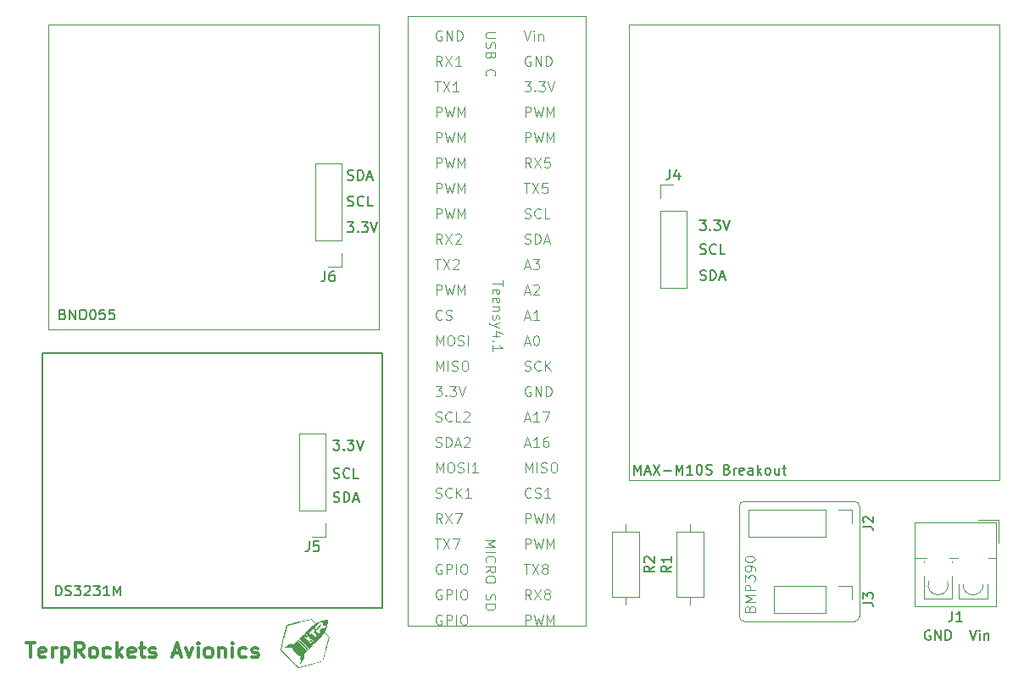
<source format=gbr>
%TF.GenerationSoftware,KiCad,Pcbnew,7.0.7*%
%TF.CreationDate,2023-11-29T00:45:09-05:00*%
%TF.ProjectId,master-board,6d617374-6572-42d6-926f-6172642e6b69,rev?*%
%TF.SameCoordinates,Original*%
%TF.FileFunction,Legend,Top*%
%TF.FilePolarity,Positive*%
%FSLAX46Y46*%
G04 Gerber Fmt 4.6, Leading zero omitted, Abs format (unit mm)*
G04 Created by KiCad (PCBNEW 7.0.7) date 2023-11-29 00:45:09*
%MOMM*%
%LPD*%
G01*
G04 APERTURE LIST*
%ADD10C,0.050000*%
%ADD11C,0.150000*%
%ADD12C,0.100000*%
%ADD13C,0.300000*%
%ADD14C,0.120000*%
G04 APERTURE END LIST*
D10*
X160100000Y-122780000D02*
X171100000Y-122780000D01*
X171100000Y-122780000D02*
G75*
G03*
X171600000Y-122280000I0J500000D01*
G01*
D11*
X89950000Y-95950000D02*
X123950000Y-95950000D01*
X123950000Y-121450000D01*
X89950000Y-121450000D01*
X89950000Y-95950000D01*
D10*
X159600000Y-122280000D02*
G75*
G03*
X160100000Y-122780000I500000J0D01*
G01*
D12*
X148550000Y-63150000D02*
X185550000Y-63150000D01*
X185550000Y-108650000D01*
X148550000Y-108650000D01*
X148550000Y-63150000D01*
D10*
X171600000Y-111280000D02*
G75*
G03*
X171100000Y-110780000I-500000J0D01*
G01*
X159600000Y-111280000D02*
X159600000Y-122280000D01*
D12*
X90610000Y-63140000D02*
X123630000Y-63140000D01*
X123630000Y-93620000D01*
X90610000Y-93620000D01*
X90610000Y-63140000D01*
D10*
X171100000Y-110780000D02*
X160100000Y-110780000D01*
X171600000Y-122280000D02*
X171600000Y-111280000D01*
X160100000Y-110780000D02*
G75*
G03*
X159600000Y-111280000I0J-500000D01*
G01*
D11*
X119089160Y-108422200D02*
X119232017Y-108469819D01*
X119232017Y-108469819D02*
X119470112Y-108469819D01*
X119470112Y-108469819D02*
X119565350Y-108422200D01*
X119565350Y-108422200D02*
X119612969Y-108374580D01*
X119612969Y-108374580D02*
X119660588Y-108279342D01*
X119660588Y-108279342D02*
X119660588Y-108184104D01*
X119660588Y-108184104D02*
X119612969Y-108088866D01*
X119612969Y-108088866D02*
X119565350Y-108041247D01*
X119565350Y-108041247D02*
X119470112Y-107993628D01*
X119470112Y-107993628D02*
X119279636Y-107946009D01*
X119279636Y-107946009D02*
X119184398Y-107898390D01*
X119184398Y-107898390D02*
X119136779Y-107850771D01*
X119136779Y-107850771D02*
X119089160Y-107755533D01*
X119089160Y-107755533D02*
X119089160Y-107660295D01*
X119089160Y-107660295D02*
X119136779Y-107565057D01*
X119136779Y-107565057D02*
X119184398Y-107517438D01*
X119184398Y-107517438D02*
X119279636Y-107469819D01*
X119279636Y-107469819D02*
X119517731Y-107469819D01*
X119517731Y-107469819D02*
X119660588Y-107517438D01*
X120660588Y-108374580D02*
X120612969Y-108422200D01*
X120612969Y-108422200D02*
X120470112Y-108469819D01*
X120470112Y-108469819D02*
X120374874Y-108469819D01*
X120374874Y-108469819D02*
X120232017Y-108422200D01*
X120232017Y-108422200D02*
X120136779Y-108326961D01*
X120136779Y-108326961D02*
X120089160Y-108231723D01*
X120089160Y-108231723D02*
X120041541Y-108041247D01*
X120041541Y-108041247D02*
X120041541Y-107898390D01*
X120041541Y-107898390D02*
X120089160Y-107707914D01*
X120089160Y-107707914D02*
X120136779Y-107612676D01*
X120136779Y-107612676D02*
X120232017Y-107517438D01*
X120232017Y-107517438D02*
X120374874Y-107469819D01*
X120374874Y-107469819D02*
X120470112Y-107469819D01*
X120470112Y-107469819D02*
X120612969Y-107517438D01*
X120612969Y-107517438D02*
X120660588Y-107565057D01*
X121565350Y-108469819D02*
X121089160Y-108469819D01*
X121089160Y-108469819D02*
X121089160Y-107469819D01*
X92020112Y-92086009D02*
X92162969Y-92133628D01*
X92162969Y-92133628D02*
X92210588Y-92181247D01*
X92210588Y-92181247D02*
X92258207Y-92276485D01*
X92258207Y-92276485D02*
X92258207Y-92419342D01*
X92258207Y-92419342D02*
X92210588Y-92514580D01*
X92210588Y-92514580D02*
X92162969Y-92562200D01*
X92162969Y-92562200D02*
X92067731Y-92609819D01*
X92067731Y-92609819D02*
X91686779Y-92609819D01*
X91686779Y-92609819D02*
X91686779Y-91609819D01*
X91686779Y-91609819D02*
X92020112Y-91609819D01*
X92020112Y-91609819D02*
X92115350Y-91657438D01*
X92115350Y-91657438D02*
X92162969Y-91705057D01*
X92162969Y-91705057D02*
X92210588Y-91800295D01*
X92210588Y-91800295D02*
X92210588Y-91895533D01*
X92210588Y-91895533D02*
X92162969Y-91990771D01*
X92162969Y-91990771D02*
X92115350Y-92038390D01*
X92115350Y-92038390D02*
X92020112Y-92086009D01*
X92020112Y-92086009D02*
X91686779Y-92086009D01*
X92686779Y-92609819D02*
X92686779Y-91609819D01*
X92686779Y-91609819D02*
X93258207Y-92609819D01*
X93258207Y-92609819D02*
X93258207Y-91609819D01*
X93924874Y-91609819D02*
X94115350Y-91609819D01*
X94115350Y-91609819D02*
X94210588Y-91657438D01*
X94210588Y-91657438D02*
X94305826Y-91752676D01*
X94305826Y-91752676D02*
X94353445Y-91943152D01*
X94353445Y-91943152D02*
X94353445Y-92276485D01*
X94353445Y-92276485D02*
X94305826Y-92466961D01*
X94305826Y-92466961D02*
X94210588Y-92562200D01*
X94210588Y-92562200D02*
X94115350Y-92609819D01*
X94115350Y-92609819D02*
X93924874Y-92609819D01*
X93924874Y-92609819D02*
X93829636Y-92562200D01*
X93829636Y-92562200D02*
X93734398Y-92466961D01*
X93734398Y-92466961D02*
X93686779Y-92276485D01*
X93686779Y-92276485D02*
X93686779Y-91943152D01*
X93686779Y-91943152D02*
X93734398Y-91752676D01*
X93734398Y-91752676D02*
X93829636Y-91657438D01*
X93829636Y-91657438D02*
X93924874Y-91609819D01*
X94972493Y-91609819D02*
X95067731Y-91609819D01*
X95067731Y-91609819D02*
X95162969Y-91657438D01*
X95162969Y-91657438D02*
X95210588Y-91705057D01*
X95210588Y-91705057D02*
X95258207Y-91800295D01*
X95258207Y-91800295D02*
X95305826Y-91990771D01*
X95305826Y-91990771D02*
X95305826Y-92228866D01*
X95305826Y-92228866D02*
X95258207Y-92419342D01*
X95258207Y-92419342D02*
X95210588Y-92514580D01*
X95210588Y-92514580D02*
X95162969Y-92562200D01*
X95162969Y-92562200D02*
X95067731Y-92609819D01*
X95067731Y-92609819D02*
X94972493Y-92609819D01*
X94972493Y-92609819D02*
X94877255Y-92562200D01*
X94877255Y-92562200D02*
X94829636Y-92514580D01*
X94829636Y-92514580D02*
X94782017Y-92419342D01*
X94782017Y-92419342D02*
X94734398Y-92228866D01*
X94734398Y-92228866D02*
X94734398Y-91990771D01*
X94734398Y-91990771D02*
X94782017Y-91800295D01*
X94782017Y-91800295D02*
X94829636Y-91705057D01*
X94829636Y-91705057D02*
X94877255Y-91657438D01*
X94877255Y-91657438D02*
X94972493Y-91609819D01*
X96210588Y-91609819D02*
X95734398Y-91609819D01*
X95734398Y-91609819D02*
X95686779Y-92086009D01*
X95686779Y-92086009D02*
X95734398Y-92038390D01*
X95734398Y-92038390D02*
X95829636Y-91990771D01*
X95829636Y-91990771D02*
X96067731Y-91990771D01*
X96067731Y-91990771D02*
X96162969Y-92038390D01*
X96162969Y-92038390D02*
X96210588Y-92086009D01*
X96210588Y-92086009D02*
X96258207Y-92181247D01*
X96258207Y-92181247D02*
X96258207Y-92419342D01*
X96258207Y-92419342D02*
X96210588Y-92514580D01*
X96210588Y-92514580D02*
X96162969Y-92562200D01*
X96162969Y-92562200D02*
X96067731Y-92609819D01*
X96067731Y-92609819D02*
X95829636Y-92609819D01*
X95829636Y-92609819D02*
X95734398Y-92562200D01*
X95734398Y-92562200D02*
X95686779Y-92514580D01*
X97162969Y-91609819D02*
X96686779Y-91609819D01*
X96686779Y-91609819D02*
X96639160Y-92086009D01*
X96639160Y-92086009D02*
X96686779Y-92038390D01*
X96686779Y-92038390D02*
X96782017Y-91990771D01*
X96782017Y-91990771D02*
X97020112Y-91990771D01*
X97020112Y-91990771D02*
X97115350Y-92038390D01*
X97115350Y-92038390D02*
X97162969Y-92086009D01*
X97162969Y-92086009D02*
X97210588Y-92181247D01*
X97210588Y-92181247D02*
X97210588Y-92419342D01*
X97210588Y-92419342D02*
X97162969Y-92514580D01*
X97162969Y-92514580D02*
X97115350Y-92562200D01*
X97115350Y-92562200D02*
X97020112Y-92609819D01*
X97020112Y-92609819D02*
X96782017Y-92609819D01*
X96782017Y-92609819D02*
X96686779Y-92562200D01*
X96686779Y-92562200D02*
X96639160Y-92514580D01*
X91336779Y-120219819D02*
X91336779Y-119219819D01*
X91336779Y-119219819D02*
X91574874Y-119219819D01*
X91574874Y-119219819D02*
X91717731Y-119267438D01*
X91717731Y-119267438D02*
X91812969Y-119362676D01*
X91812969Y-119362676D02*
X91860588Y-119457914D01*
X91860588Y-119457914D02*
X91908207Y-119648390D01*
X91908207Y-119648390D02*
X91908207Y-119791247D01*
X91908207Y-119791247D02*
X91860588Y-119981723D01*
X91860588Y-119981723D02*
X91812969Y-120076961D01*
X91812969Y-120076961D02*
X91717731Y-120172200D01*
X91717731Y-120172200D02*
X91574874Y-120219819D01*
X91574874Y-120219819D02*
X91336779Y-120219819D01*
X92289160Y-120172200D02*
X92432017Y-120219819D01*
X92432017Y-120219819D02*
X92670112Y-120219819D01*
X92670112Y-120219819D02*
X92765350Y-120172200D01*
X92765350Y-120172200D02*
X92812969Y-120124580D01*
X92812969Y-120124580D02*
X92860588Y-120029342D01*
X92860588Y-120029342D02*
X92860588Y-119934104D01*
X92860588Y-119934104D02*
X92812969Y-119838866D01*
X92812969Y-119838866D02*
X92765350Y-119791247D01*
X92765350Y-119791247D02*
X92670112Y-119743628D01*
X92670112Y-119743628D02*
X92479636Y-119696009D01*
X92479636Y-119696009D02*
X92384398Y-119648390D01*
X92384398Y-119648390D02*
X92336779Y-119600771D01*
X92336779Y-119600771D02*
X92289160Y-119505533D01*
X92289160Y-119505533D02*
X92289160Y-119410295D01*
X92289160Y-119410295D02*
X92336779Y-119315057D01*
X92336779Y-119315057D02*
X92384398Y-119267438D01*
X92384398Y-119267438D02*
X92479636Y-119219819D01*
X92479636Y-119219819D02*
X92717731Y-119219819D01*
X92717731Y-119219819D02*
X92860588Y-119267438D01*
X93193922Y-119219819D02*
X93812969Y-119219819D01*
X93812969Y-119219819D02*
X93479636Y-119600771D01*
X93479636Y-119600771D02*
X93622493Y-119600771D01*
X93622493Y-119600771D02*
X93717731Y-119648390D01*
X93717731Y-119648390D02*
X93765350Y-119696009D01*
X93765350Y-119696009D02*
X93812969Y-119791247D01*
X93812969Y-119791247D02*
X93812969Y-120029342D01*
X93812969Y-120029342D02*
X93765350Y-120124580D01*
X93765350Y-120124580D02*
X93717731Y-120172200D01*
X93717731Y-120172200D02*
X93622493Y-120219819D01*
X93622493Y-120219819D02*
X93336779Y-120219819D01*
X93336779Y-120219819D02*
X93241541Y-120172200D01*
X93241541Y-120172200D02*
X93193922Y-120124580D01*
X94193922Y-119315057D02*
X94241541Y-119267438D01*
X94241541Y-119267438D02*
X94336779Y-119219819D01*
X94336779Y-119219819D02*
X94574874Y-119219819D01*
X94574874Y-119219819D02*
X94670112Y-119267438D01*
X94670112Y-119267438D02*
X94717731Y-119315057D01*
X94717731Y-119315057D02*
X94765350Y-119410295D01*
X94765350Y-119410295D02*
X94765350Y-119505533D01*
X94765350Y-119505533D02*
X94717731Y-119648390D01*
X94717731Y-119648390D02*
X94146303Y-120219819D01*
X94146303Y-120219819D02*
X94765350Y-120219819D01*
X95098684Y-119219819D02*
X95717731Y-119219819D01*
X95717731Y-119219819D02*
X95384398Y-119600771D01*
X95384398Y-119600771D02*
X95527255Y-119600771D01*
X95527255Y-119600771D02*
X95622493Y-119648390D01*
X95622493Y-119648390D02*
X95670112Y-119696009D01*
X95670112Y-119696009D02*
X95717731Y-119791247D01*
X95717731Y-119791247D02*
X95717731Y-120029342D01*
X95717731Y-120029342D02*
X95670112Y-120124580D01*
X95670112Y-120124580D02*
X95622493Y-120172200D01*
X95622493Y-120172200D02*
X95527255Y-120219819D01*
X95527255Y-120219819D02*
X95241541Y-120219819D01*
X95241541Y-120219819D02*
X95146303Y-120172200D01*
X95146303Y-120172200D02*
X95098684Y-120124580D01*
X96670112Y-120219819D02*
X96098684Y-120219819D01*
X96384398Y-120219819D02*
X96384398Y-119219819D01*
X96384398Y-119219819D02*
X96289160Y-119362676D01*
X96289160Y-119362676D02*
X96193922Y-119457914D01*
X96193922Y-119457914D02*
X96098684Y-119505533D01*
X97098684Y-120219819D02*
X97098684Y-119219819D01*
X97098684Y-119219819D02*
X97432017Y-119934104D01*
X97432017Y-119934104D02*
X97765350Y-119219819D01*
X97765350Y-119219819D02*
X97765350Y-120219819D01*
X120441541Y-82869819D02*
X121060588Y-82869819D01*
X121060588Y-82869819D02*
X120727255Y-83250771D01*
X120727255Y-83250771D02*
X120870112Y-83250771D01*
X120870112Y-83250771D02*
X120965350Y-83298390D01*
X120965350Y-83298390D02*
X121012969Y-83346009D01*
X121012969Y-83346009D02*
X121060588Y-83441247D01*
X121060588Y-83441247D02*
X121060588Y-83679342D01*
X121060588Y-83679342D02*
X121012969Y-83774580D01*
X121012969Y-83774580D02*
X120965350Y-83822200D01*
X120965350Y-83822200D02*
X120870112Y-83869819D01*
X120870112Y-83869819D02*
X120584398Y-83869819D01*
X120584398Y-83869819D02*
X120489160Y-83822200D01*
X120489160Y-83822200D02*
X120441541Y-83774580D01*
X121489160Y-83774580D02*
X121536779Y-83822200D01*
X121536779Y-83822200D02*
X121489160Y-83869819D01*
X121489160Y-83869819D02*
X121441541Y-83822200D01*
X121441541Y-83822200D02*
X121489160Y-83774580D01*
X121489160Y-83774580D02*
X121489160Y-83869819D01*
X121870112Y-82869819D02*
X122489159Y-82869819D01*
X122489159Y-82869819D02*
X122155826Y-83250771D01*
X122155826Y-83250771D02*
X122298683Y-83250771D01*
X122298683Y-83250771D02*
X122393921Y-83298390D01*
X122393921Y-83298390D02*
X122441540Y-83346009D01*
X122441540Y-83346009D02*
X122489159Y-83441247D01*
X122489159Y-83441247D02*
X122489159Y-83679342D01*
X122489159Y-83679342D02*
X122441540Y-83774580D01*
X122441540Y-83774580D02*
X122393921Y-83822200D01*
X122393921Y-83822200D02*
X122298683Y-83869819D01*
X122298683Y-83869819D02*
X122012969Y-83869819D01*
X122012969Y-83869819D02*
X121917731Y-83822200D01*
X121917731Y-83822200D02*
X121870112Y-83774580D01*
X122774874Y-82869819D02*
X123108207Y-83869819D01*
X123108207Y-83869819D02*
X123441540Y-82869819D01*
D13*
X88340225Y-124900828D02*
X89197368Y-124900828D01*
X88768796Y-126400828D02*
X88768796Y-124900828D01*
X90268796Y-126329400D02*
X90125939Y-126400828D01*
X90125939Y-126400828D02*
X89840225Y-126400828D01*
X89840225Y-126400828D02*
X89697367Y-126329400D01*
X89697367Y-126329400D02*
X89625939Y-126186542D01*
X89625939Y-126186542D02*
X89625939Y-125615114D01*
X89625939Y-125615114D02*
X89697367Y-125472257D01*
X89697367Y-125472257D02*
X89840225Y-125400828D01*
X89840225Y-125400828D02*
X90125939Y-125400828D01*
X90125939Y-125400828D02*
X90268796Y-125472257D01*
X90268796Y-125472257D02*
X90340225Y-125615114D01*
X90340225Y-125615114D02*
X90340225Y-125757971D01*
X90340225Y-125757971D02*
X89625939Y-125900828D01*
X90983081Y-126400828D02*
X90983081Y-125400828D01*
X90983081Y-125686542D02*
X91054510Y-125543685D01*
X91054510Y-125543685D02*
X91125939Y-125472257D01*
X91125939Y-125472257D02*
X91268796Y-125400828D01*
X91268796Y-125400828D02*
X91411653Y-125400828D01*
X91911652Y-125400828D02*
X91911652Y-126900828D01*
X91911652Y-125472257D02*
X92054510Y-125400828D01*
X92054510Y-125400828D02*
X92340224Y-125400828D01*
X92340224Y-125400828D02*
X92483081Y-125472257D01*
X92483081Y-125472257D02*
X92554510Y-125543685D01*
X92554510Y-125543685D02*
X92625938Y-125686542D01*
X92625938Y-125686542D02*
X92625938Y-126115114D01*
X92625938Y-126115114D02*
X92554510Y-126257971D01*
X92554510Y-126257971D02*
X92483081Y-126329400D01*
X92483081Y-126329400D02*
X92340224Y-126400828D01*
X92340224Y-126400828D02*
X92054510Y-126400828D01*
X92054510Y-126400828D02*
X91911652Y-126329400D01*
X94125938Y-126400828D02*
X93625938Y-125686542D01*
X93268795Y-126400828D02*
X93268795Y-124900828D01*
X93268795Y-124900828D02*
X93840224Y-124900828D01*
X93840224Y-124900828D02*
X93983081Y-124972257D01*
X93983081Y-124972257D02*
X94054510Y-125043685D01*
X94054510Y-125043685D02*
X94125938Y-125186542D01*
X94125938Y-125186542D02*
X94125938Y-125400828D01*
X94125938Y-125400828D02*
X94054510Y-125543685D01*
X94054510Y-125543685D02*
X93983081Y-125615114D01*
X93983081Y-125615114D02*
X93840224Y-125686542D01*
X93840224Y-125686542D02*
X93268795Y-125686542D01*
X94983081Y-126400828D02*
X94840224Y-126329400D01*
X94840224Y-126329400D02*
X94768795Y-126257971D01*
X94768795Y-126257971D02*
X94697367Y-126115114D01*
X94697367Y-126115114D02*
X94697367Y-125686542D01*
X94697367Y-125686542D02*
X94768795Y-125543685D01*
X94768795Y-125543685D02*
X94840224Y-125472257D01*
X94840224Y-125472257D02*
X94983081Y-125400828D01*
X94983081Y-125400828D02*
X95197367Y-125400828D01*
X95197367Y-125400828D02*
X95340224Y-125472257D01*
X95340224Y-125472257D02*
X95411653Y-125543685D01*
X95411653Y-125543685D02*
X95483081Y-125686542D01*
X95483081Y-125686542D02*
X95483081Y-126115114D01*
X95483081Y-126115114D02*
X95411653Y-126257971D01*
X95411653Y-126257971D02*
X95340224Y-126329400D01*
X95340224Y-126329400D02*
X95197367Y-126400828D01*
X95197367Y-126400828D02*
X94983081Y-126400828D01*
X96768796Y-126329400D02*
X96625938Y-126400828D01*
X96625938Y-126400828D02*
X96340224Y-126400828D01*
X96340224Y-126400828D02*
X96197367Y-126329400D01*
X96197367Y-126329400D02*
X96125938Y-126257971D01*
X96125938Y-126257971D02*
X96054510Y-126115114D01*
X96054510Y-126115114D02*
X96054510Y-125686542D01*
X96054510Y-125686542D02*
X96125938Y-125543685D01*
X96125938Y-125543685D02*
X96197367Y-125472257D01*
X96197367Y-125472257D02*
X96340224Y-125400828D01*
X96340224Y-125400828D02*
X96625938Y-125400828D01*
X96625938Y-125400828D02*
X96768796Y-125472257D01*
X97411652Y-126400828D02*
X97411652Y-124900828D01*
X97554510Y-125829400D02*
X97983081Y-126400828D01*
X97983081Y-125400828D02*
X97411652Y-125972257D01*
X99197367Y-126329400D02*
X99054510Y-126400828D01*
X99054510Y-126400828D02*
X98768796Y-126400828D01*
X98768796Y-126400828D02*
X98625938Y-126329400D01*
X98625938Y-126329400D02*
X98554510Y-126186542D01*
X98554510Y-126186542D02*
X98554510Y-125615114D01*
X98554510Y-125615114D02*
X98625938Y-125472257D01*
X98625938Y-125472257D02*
X98768796Y-125400828D01*
X98768796Y-125400828D02*
X99054510Y-125400828D01*
X99054510Y-125400828D02*
X99197367Y-125472257D01*
X99197367Y-125472257D02*
X99268796Y-125615114D01*
X99268796Y-125615114D02*
X99268796Y-125757971D01*
X99268796Y-125757971D02*
X98554510Y-125900828D01*
X99697367Y-125400828D02*
X100268795Y-125400828D01*
X99911652Y-124900828D02*
X99911652Y-126186542D01*
X99911652Y-126186542D02*
X99983081Y-126329400D01*
X99983081Y-126329400D02*
X100125938Y-126400828D01*
X100125938Y-126400828D02*
X100268795Y-126400828D01*
X100697367Y-126329400D02*
X100840224Y-126400828D01*
X100840224Y-126400828D02*
X101125938Y-126400828D01*
X101125938Y-126400828D02*
X101268795Y-126329400D01*
X101268795Y-126329400D02*
X101340224Y-126186542D01*
X101340224Y-126186542D02*
X101340224Y-126115114D01*
X101340224Y-126115114D02*
X101268795Y-125972257D01*
X101268795Y-125972257D02*
X101125938Y-125900828D01*
X101125938Y-125900828D02*
X100911653Y-125900828D01*
X100911653Y-125900828D02*
X100768795Y-125829400D01*
X100768795Y-125829400D02*
X100697367Y-125686542D01*
X100697367Y-125686542D02*
X100697367Y-125615114D01*
X100697367Y-125615114D02*
X100768795Y-125472257D01*
X100768795Y-125472257D02*
X100911653Y-125400828D01*
X100911653Y-125400828D02*
X101125938Y-125400828D01*
X101125938Y-125400828D02*
X101268795Y-125472257D01*
X103054510Y-125972257D02*
X103768796Y-125972257D01*
X102911653Y-126400828D02*
X103411653Y-124900828D01*
X103411653Y-124900828D02*
X103911653Y-126400828D01*
X104268795Y-125400828D02*
X104625938Y-126400828D01*
X104625938Y-126400828D02*
X104983081Y-125400828D01*
X105554509Y-126400828D02*
X105554509Y-125400828D01*
X105554509Y-124900828D02*
X105483081Y-124972257D01*
X105483081Y-124972257D02*
X105554509Y-125043685D01*
X105554509Y-125043685D02*
X105625938Y-124972257D01*
X105625938Y-124972257D02*
X105554509Y-124900828D01*
X105554509Y-124900828D02*
X105554509Y-125043685D01*
X106483081Y-126400828D02*
X106340224Y-126329400D01*
X106340224Y-126329400D02*
X106268795Y-126257971D01*
X106268795Y-126257971D02*
X106197367Y-126115114D01*
X106197367Y-126115114D02*
X106197367Y-125686542D01*
X106197367Y-125686542D02*
X106268795Y-125543685D01*
X106268795Y-125543685D02*
X106340224Y-125472257D01*
X106340224Y-125472257D02*
X106483081Y-125400828D01*
X106483081Y-125400828D02*
X106697367Y-125400828D01*
X106697367Y-125400828D02*
X106840224Y-125472257D01*
X106840224Y-125472257D02*
X106911653Y-125543685D01*
X106911653Y-125543685D02*
X106983081Y-125686542D01*
X106983081Y-125686542D02*
X106983081Y-126115114D01*
X106983081Y-126115114D02*
X106911653Y-126257971D01*
X106911653Y-126257971D02*
X106840224Y-126329400D01*
X106840224Y-126329400D02*
X106697367Y-126400828D01*
X106697367Y-126400828D02*
X106483081Y-126400828D01*
X107625938Y-125400828D02*
X107625938Y-126400828D01*
X107625938Y-125543685D02*
X107697367Y-125472257D01*
X107697367Y-125472257D02*
X107840224Y-125400828D01*
X107840224Y-125400828D02*
X108054510Y-125400828D01*
X108054510Y-125400828D02*
X108197367Y-125472257D01*
X108197367Y-125472257D02*
X108268796Y-125615114D01*
X108268796Y-125615114D02*
X108268796Y-126400828D01*
X108983081Y-126400828D02*
X108983081Y-125400828D01*
X108983081Y-124900828D02*
X108911653Y-124972257D01*
X108911653Y-124972257D02*
X108983081Y-125043685D01*
X108983081Y-125043685D02*
X109054510Y-124972257D01*
X109054510Y-124972257D02*
X108983081Y-124900828D01*
X108983081Y-124900828D02*
X108983081Y-125043685D01*
X110340225Y-126329400D02*
X110197367Y-126400828D01*
X110197367Y-126400828D02*
X109911653Y-126400828D01*
X109911653Y-126400828D02*
X109768796Y-126329400D01*
X109768796Y-126329400D02*
X109697367Y-126257971D01*
X109697367Y-126257971D02*
X109625939Y-126115114D01*
X109625939Y-126115114D02*
X109625939Y-125686542D01*
X109625939Y-125686542D02*
X109697367Y-125543685D01*
X109697367Y-125543685D02*
X109768796Y-125472257D01*
X109768796Y-125472257D02*
X109911653Y-125400828D01*
X109911653Y-125400828D02*
X110197367Y-125400828D01*
X110197367Y-125400828D02*
X110340225Y-125472257D01*
X110911653Y-126329400D02*
X111054510Y-126400828D01*
X111054510Y-126400828D02*
X111340224Y-126400828D01*
X111340224Y-126400828D02*
X111483081Y-126329400D01*
X111483081Y-126329400D02*
X111554510Y-126186542D01*
X111554510Y-126186542D02*
X111554510Y-126115114D01*
X111554510Y-126115114D02*
X111483081Y-125972257D01*
X111483081Y-125972257D02*
X111340224Y-125900828D01*
X111340224Y-125900828D02*
X111125939Y-125900828D01*
X111125939Y-125900828D02*
X110983081Y-125829400D01*
X110983081Y-125829400D02*
X110911653Y-125686542D01*
X110911653Y-125686542D02*
X110911653Y-125615114D01*
X110911653Y-125615114D02*
X110983081Y-125472257D01*
X110983081Y-125472257D02*
X111125939Y-125400828D01*
X111125939Y-125400828D02*
X111340224Y-125400828D01*
X111340224Y-125400828D02*
X111483081Y-125472257D01*
D11*
X119041541Y-104669819D02*
X119660588Y-104669819D01*
X119660588Y-104669819D02*
X119327255Y-105050771D01*
X119327255Y-105050771D02*
X119470112Y-105050771D01*
X119470112Y-105050771D02*
X119565350Y-105098390D01*
X119565350Y-105098390D02*
X119612969Y-105146009D01*
X119612969Y-105146009D02*
X119660588Y-105241247D01*
X119660588Y-105241247D02*
X119660588Y-105479342D01*
X119660588Y-105479342D02*
X119612969Y-105574580D01*
X119612969Y-105574580D02*
X119565350Y-105622200D01*
X119565350Y-105622200D02*
X119470112Y-105669819D01*
X119470112Y-105669819D02*
X119184398Y-105669819D01*
X119184398Y-105669819D02*
X119089160Y-105622200D01*
X119089160Y-105622200D02*
X119041541Y-105574580D01*
X120089160Y-105574580D02*
X120136779Y-105622200D01*
X120136779Y-105622200D02*
X120089160Y-105669819D01*
X120089160Y-105669819D02*
X120041541Y-105622200D01*
X120041541Y-105622200D02*
X120089160Y-105574580D01*
X120089160Y-105574580D02*
X120089160Y-105669819D01*
X120470112Y-104669819D02*
X121089159Y-104669819D01*
X121089159Y-104669819D02*
X120755826Y-105050771D01*
X120755826Y-105050771D02*
X120898683Y-105050771D01*
X120898683Y-105050771D02*
X120993921Y-105098390D01*
X120993921Y-105098390D02*
X121041540Y-105146009D01*
X121041540Y-105146009D02*
X121089159Y-105241247D01*
X121089159Y-105241247D02*
X121089159Y-105479342D01*
X121089159Y-105479342D02*
X121041540Y-105574580D01*
X121041540Y-105574580D02*
X120993921Y-105622200D01*
X120993921Y-105622200D02*
X120898683Y-105669819D01*
X120898683Y-105669819D02*
X120612969Y-105669819D01*
X120612969Y-105669819D02*
X120517731Y-105622200D01*
X120517731Y-105622200D02*
X120470112Y-105574580D01*
X121374874Y-104669819D02*
X121708207Y-105669819D01*
X121708207Y-105669819D02*
X122041540Y-104669819D01*
X149086779Y-108119819D02*
X149086779Y-107119819D01*
X149086779Y-107119819D02*
X149420112Y-107834104D01*
X149420112Y-107834104D02*
X149753445Y-107119819D01*
X149753445Y-107119819D02*
X149753445Y-108119819D01*
X150182017Y-107834104D02*
X150658207Y-107834104D01*
X150086779Y-108119819D02*
X150420112Y-107119819D01*
X150420112Y-107119819D02*
X150753445Y-108119819D01*
X150991541Y-107119819D02*
X151658207Y-108119819D01*
X151658207Y-107119819D02*
X150991541Y-108119819D01*
X152039160Y-107738866D02*
X152801065Y-107738866D01*
X153277255Y-108119819D02*
X153277255Y-107119819D01*
X153277255Y-107119819D02*
X153610588Y-107834104D01*
X153610588Y-107834104D02*
X153943921Y-107119819D01*
X153943921Y-107119819D02*
X153943921Y-108119819D01*
X154943921Y-108119819D02*
X154372493Y-108119819D01*
X154658207Y-108119819D02*
X154658207Y-107119819D01*
X154658207Y-107119819D02*
X154562969Y-107262676D01*
X154562969Y-107262676D02*
X154467731Y-107357914D01*
X154467731Y-107357914D02*
X154372493Y-107405533D01*
X155562969Y-107119819D02*
X155658207Y-107119819D01*
X155658207Y-107119819D02*
X155753445Y-107167438D01*
X155753445Y-107167438D02*
X155801064Y-107215057D01*
X155801064Y-107215057D02*
X155848683Y-107310295D01*
X155848683Y-107310295D02*
X155896302Y-107500771D01*
X155896302Y-107500771D02*
X155896302Y-107738866D01*
X155896302Y-107738866D02*
X155848683Y-107929342D01*
X155848683Y-107929342D02*
X155801064Y-108024580D01*
X155801064Y-108024580D02*
X155753445Y-108072200D01*
X155753445Y-108072200D02*
X155658207Y-108119819D01*
X155658207Y-108119819D02*
X155562969Y-108119819D01*
X155562969Y-108119819D02*
X155467731Y-108072200D01*
X155467731Y-108072200D02*
X155420112Y-108024580D01*
X155420112Y-108024580D02*
X155372493Y-107929342D01*
X155372493Y-107929342D02*
X155324874Y-107738866D01*
X155324874Y-107738866D02*
X155324874Y-107500771D01*
X155324874Y-107500771D02*
X155372493Y-107310295D01*
X155372493Y-107310295D02*
X155420112Y-107215057D01*
X155420112Y-107215057D02*
X155467731Y-107167438D01*
X155467731Y-107167438D02*
X155562969Y-107119819D01*
X156277255Y-108072200D02*
X156420112Y-108119819D01*
X156420112Y-108119819D02*
X156658207Y-108119819D01*
X156658207Y-108119819D02*
X156753445Y-108072200D01*
X156753445Y-108072200D02*
X156801064Y-108024580D01*
X156801064Y-108024580D02*
X156848683Y-107929342D01*
X156848683Y-107929342D02*
X156848683Y-107834104D01*
X156848683Y-107834104D02*
X156801064Y-107738866D01*
X156801064Y-107738866D02*
X156753445Y-107691247D01*
X156753445Y-107691247D02*
X156658207Y-107643628D01*
X156658207Y-107643628D02*
X156467731Y-107596009D01*
X156467731Y-107596009D02*
X156372493Y-107548390D01*
X156372493Y-107548390D02*
X156324874Y-107500771D01*
X156324874Y-107500771D02*
X156277255Y-107405533D01*
X156277255Y-107405533D02*
X156277255Y-107310295D01*
X156277255Y-107310295D02*
X156324874Y-107215057D01*
X156324874Y-107215057D02*
X156372493Y-107167438D01*
X156372493Y-107167438D02*
X156467731Y-107119819D01*
X156467731Y-107119819D02*
X156705826Y-107119819D01*
X156705826Y-107119819D02*
X156848683Y-107167438D01*
X158372493Y-107596009D02*
X158515350Y-107643628D01*
X158515350Y-107643628D02*
X158562969Y-107691247D01*
X158562969Y-107691247D02*
X158610588Y-107786485D01*
X158610588Y-107786485D02*
X158610588Y-107929342D01*
X158610588Y-107929342D02*
X158562969Y-108024580D01*
X158562969Y-108024580D02*
X158515350Y-108072200D01*
X158515350Y-108072200D02*
X158420112Y-108119819D01*
X158420112Y-108119819D02*
X158039160Y-108119819D01*
X158039160Y-108119819D02*
X158039160Y-107119819D01*
X158039160Y-107119819D02*
X158372493Y-107119819D01*
X158372493Y-107119819D02*
X158467731Y-107167438D01*
X158467731Y-107167438D02*
X158515350Y-107215057D01*
X158515350Y-107215057D02*
X158562969Y-107310295D01*
X158562969Y-107310295D02*
X158562969Y-107405533D01*
X158562969Y-107405533D02*
X158515350Y-107500771D01*
X158515350Y-107500771D02*
X158467731Y-107548390D01*
X158467731Y-107548390D02*
X158372493Y-107596009D01*
X158372493Y-107596009D02*
X158039160Y-107596009D01*
X159039160Y-108119819D02*
X159039160Y-107453152D01*
X159039160Y-107643628D02*
X159086779Y-107548390D01*
X159086779Y-107548390D02*
X159134398Y-107500771D01*
X159134398Y-107500771D02*
X159229636Y-107453152D01*
X159229636Y-107453152D02*
X159324874Y-107453152D01*
X160039160Y-108072200D02*
X159943922Y-108119819D01*
X159943922Y-108119819D02*
X159753446Y-108119819D01*
X159753446Y-108119819D02*
X159658208Y-108072200D01*
X159658208Y-108072200D02*
X159610589Y-107976961D01*
X159610589Y-107976961D02*
X159610589Y-107596009D01*
X159610589Y-107596009D02*
X159658208Y-107500771D01*
X159658208Y-107500771D02*
X159753446Y-107453152D01*
X159753446Y-107453152D02*
X159943922Y-107453152D01*
X159943922Y-107453152D02*
X160039160Y-107500771D01*
X160039160Y-107500771D02*
X160086779Y-107596009D01*
X160086779Y-107596009D02*
X160086779Y-107691247D01*
X160086779Y-107691247D02*
X159610589Y-107786485D01*
X160943922Y-108119819D02*
X160943922Y-107596009D01*
X160943922Y-107596009D02*
X160896303Y-107500771D01*
X160896303Y-107500771D02*
X160801065Y-107453152D01*
X160801065Y-107453152D02*
X160610589Y-107453152D01*
X160610589Y-107453152D02*
X160515351Y-107500771D01*
X160943922Y-108072200D02*
X160848684Y-108119819D01*
X160848684Y-108119819D02*
X160610589Y-108119819D01*
X160610589Y-108119819D02*
X160515351Y-108072200D01*
X160515351Y-108072200D02*
X160467732Y-107976961D01*
X160467732Y-107976961D02*
X160467732Y-107881723D01*
X160467732Y-107881723D02*
X160515351Y-107786485D01*
X160515351Y-107786485D02*
X160610589Y-107738866D01*
X160610589Y-107738866D02*
X160848684Y-107738866D01*
X160848684Y-107738866D02*
X160943922Y-107691247D01*
X161420113Y-108119819D02*
X161420113Y-107119819D01*
X161515351Y-107738866D02*
X161801065Y-108119819D01*
X161801065Y-107453152D02*
X161420113Y-107834104D01*
X162372494Y-108119819D02*
X162277256Y-108072200D01*
X162277256Y-108072200D02*
X162229637Y-108024580D01*
X162229637Y-108024580D02*
X162182018Y-107929342D01*
X162182018Y-107929342D02*
X162182018Y-107643628D01*
X162182018Y-107643628D02*
X162229637Y-107548390D01*
X162229637Y-107548390D02*
X162277256Y-107500771D01*
X162277256Y-107500771D02*
X162372494Y-107453152D01*
X162372494Y-107453152D02*
X162515351Y-107453152D01*
X162515351Y-107453152D02*
X162610589Y-107500771D01*
X162610589Y-107500771D02*
X162658208Y-107548390D01*
X162658208Y-107548390D02*
X162705827Y-107643628D01*
X162705827Y-107643628D02*
X162705827Y-107929342D01*
X162705827Y-107929342D02*
X162658208Y-108024580D01*
X162658208Y-108024580D02*
X162610589Y-108072200D01*
X162610589Y-108072200D02*
X162515351Y-108119819D01*
X162515351Y-108119819D02*
X162372494Y-108119819D01*
X163562970Y-107453152D02*
X163562970Y-108119819D01*
X163134399Y-107453152D02*
X163134399Y-107976961D01*
X163134399Y-107976961D02*
X163182018Y-108072200D01*
X163182018Y-108072200D02*
X163277256Y-108119819D01*
X163277256Y-108119819D02*
X163420113Y-108119819D01*
X163420113Y-108119819D02*
X163515351Y-108072200D01*
X163515351Y-108072200D02*
X163562970Y-108024580D01*
X163896304Y-107453152D02*
X164277256Y-107453152D01*
X164039161Y-107119819D02*
X164039161Y-107976961D01*
X164039161Y-107976961D02*
X164086780Y-108072200D01*
X164086780Y-108072200D02*
X164182018Y-108119819D01*
X164182018Y-108119819D02*
X164277256Y-108119819D01*
X182593922Y-123669819D02*
X182927255Y-124669819D01*
X182927255Y-124669819D02*
X183260588Y-123669819D01*
X183593922Y-124669819D02*
X183593922Y-124003152D01*
X183593922Y-123669819D02*
X183546303Y-123717438D01*
X183546303Y-123717438D02*
X183593922Y-123765057D01*
X183593922Y-123765057D02*
X183641541Y-123717438D01*
X183641541Y-123717438D02*
X183593922Y-123669819D01*
X183593922Y-123669819D02*
X183593922Y-123765057D01*
X184070112Y-124003152D02*
X184070112Y-124669819D01*
X184070112Y-124098390D02*
X184117731Y-124050771D01*
X184117731Y-124050771D02*
X184212969Y-124003152D01*
X184212969Y-124003152D02*
X184355826Y-124003152D01*
X184355826Y-124003152D02*
X184451064Y-124050771D01*
X184451064Y-124050771D02*
X184498683Y-124146009D01*
X184498683Y-124146009D02*
X184498683Y-124669819D01*
X178660588Y-123717438D02*
X178565350Y-123669819D01*
X178565350Y-123669819D02*
X178422493Y-123669819D01*
X178422493Y-123669819D02*
X178279636Y-123717438D01*
X178279636Y-123717438D02*
X178184398Y-123812676D01*
X178184398Y-123812676D02*
X178136779Y-123907914D01*
X178136779Y-123907914D02*
X178089160Y-124098390D01*
X178089160Y-124098390D02*
X178089160Y-124241247D01*
X178089160Y-124241247D02*
X178136779Y-124431723D01*
X178136779Y-124431723D02*
X178184398Y-124526961D01*
X178184398Y-124526961D02*
X178279636Y-124622200D01*
X178279636Y-124622200D02*
X178422493Y-124669819D01*
X178422493Y-124669819D02*
X178517731Y-124669819D01*
X178517731Y-124669819D02*
X178660588Y-124622200D01*
X178660588Y-124622200D02*
X178708207Y-124574580D01*
X178708207Y-124574580D02*
X178708207Y-124241247D01*
X178708207Y-124241247D02*
X178517731Y-124241247D01*
X179136779Y-124669819D02*
X179136779Y-123669819D01*
X179136779Y-123669819D02*
X179708207Y-124669819D01*
X179708207Y-124669819D02*
X179708207Y-123669819D01*
X180184398Y-124669819D02*
X180184398Y-123669819D01*
X180184398Y-123669819D02*
X180422493Y-123669819D01*
X180422493Y-123669819D02*
X180565350Y-123717438D01*
X180565350Y-123717438D02*
X180660588Y-123812676D01*
X180660588Y-123812676D02*
X180708207Y-123907914D01*
X180708207Y-123907914D02*
X180755826Y-124098390D01*
X180755826Y-124098390D02*
X180755826Y-124241247D01*
X180755826Y-124241247D02*
X180708207Y-124431723D01*
X180708207Y-124431723D02*
X180660588Y-124526961D01*
X180660588Y-124526961D02*
X180565350Y-124622200D01*
X180565350Y-124622200D02*
X180422493Y-124669819D01*
X180422493Y-124669819D02*
X180184398Y-124669819D01*
D12*
X160633609Y-121508571D02*
X160681228Y-121365714D01*
X160681228Y-121365714D02*
X160728847Y-121318095D01*
X160728847Y-121318095D02*
X160824085Y-121270476D01*
X160824085Y-121270476D02*
X160966942Y-121270476D01*
X160966942Y-121270476D02*
X161062180Y-121318095D01*
X161062180Y-121318095D02*
X161109800Y-121365714D01*
X161109800Y-121365714D02*
X161157419Y-121460952D01*
X161157419Y-121460952D02*
X161157419Y-121841904D01*
X161157419Y-121841904D02*
X160157419Y-121841904D01*
X160157419Y-121841904D02*
X160157419Y-121508571D01*
X160157419Y-121508571D02*
X160205038Y-121413333D01*
X160205038Y-121413333D02*
X160252657Y-121365714D01*
X160252657Y-121365714D02*
X160347895Y-121318095D01*
X160347895Y-121318095D02*
X160443133Y-121318095D01*
X160443133Y-121318095D02*
X160538371Y-121365714D01*
X160538371Y-121365714D02*
X160585990Y-121413333D01*
X160585990Y-121413333D02*
X160633609Y-121508571D01*
X160633609Y-121508571D02*
X160633609Y-121841904D01*
X161157419Y-120841904D02*
X160157419Y-120841904D01*
X160157419Y-120841904D02*
X160871704Y-120508571D01*
X160871704Y-120508571D02*
X160157419Y-120175238D01*
X160157419Y-120175238D02*
X161157419Y-120175238D01*
X161157419Y-119699047D02*
X160157419Y-119699047D01*
X160157419Y-119699047D02*
X160157419Y-119318095D01*
X160157419Y-119318095D02*
X160205038Y-119222857D01*
X160205038Y-119222857D02*
X160252657Y-119175238D01*
X160252657Y-119175238D02*
X160347895Y-119127619D01*
X160347895Y-119127619D02*
X160490752Y-119127619D01*
X160490752Y-119127619D02*
X160585990Y-119175238D01*
X160585990Y-119175238D02*
X160633609Y-119222857D01*
X160633609Y-119222857D02*
X160681228Y-119318095D01*
X160681228Y-119318095D02*
X160681228Y-119699047D01*
X160157419Y-118794285D02*
X160157419Y-118175238D01*
X160157419Y-118175238D02*
X160538371Y-118508571D01*
X160538371Y-118508571D02*
X160538371Y-118365714D01*
X160538371Y-118365714D02*
X160585990Y-118270476D01*
X160585990Y-118270476D02*
X160633609Y-118222857D01*
X160633609Y-118222857D02*
X160728847Y-118175238D01*
X160728847Y-118175238D02*
X160966942Y-118175238D01*
X160966942Y-118175238D02*
X161062180Y-118222857D01*
X161062180Y-118222857D02*
X161109800Y-118270476D01*
X161109800Y-118270476D02*
X161157419Y-118365714D01*
X161157419Y-118365714D02*
X161157419Y-118651428D01*
X161157419Y-118651428D02*
X161109800Y-118746666D01*
X161109800Y-118746666D02*
X161062180Y-118794285D01*
X161157419Y-117699047D02*
X161157419Y-117508571D01*
X161157419Y-117508571D02*
X161109800Y-117413333D01*
X161109800Y-117413333D02*
X161062180Y-117365714D01*
X161062180Y-117365714D02*
X160919323Y-117270476D01*
X160919323Y-117270476D02*
X160728847Y-117222857D01*
X160728847Y-117222857D02*
X160347895Y-117222857D01*
X160347895Y-117222857D02*
X160252657Y-117270476D01*
X160252657Y-117270476D02*
X160205038Y-117318095D01*
X160205038Y-117318095D02*
X160157419Y-117413333D01*
X160157419Y-117413333D02*
X160157419Y-117603809D01*
X160157419Y-117603809D02*
X160205038Y-117699047D01*
X160205038Y-117699047D02*
X160252657Y-117746666D01*
X160252657Y-117746666D02*
X160347895Y-117794285D01*
X160347895Y-117794285D02*
X160585990Y-117794285D01*
X160585990Y-117794285D02*
X160681228Y-117746666D01*
X160681228Y-117746666D02*
X160728847Y-117699047D01*
X160728847Y-117699047D02*
X160776466Y-117603809D01*
X160776466Y-117603809D02*
X160776466Y-117413333D01*
X160776466Y-117413333D02*
X160728847Y-117318095D01*
X160728847Y-117318095D02*
X160681228Y-117270476D01*
X160681228Y-117270476D02*
X160585990Y-117222857D01*
X160157419Y-116603809D02*
X160157419Y-116508571D01*
X160157419Y-116508571D02*
X160205038Y-116413333D01*
X160205038Y-116413333D02*
X160252657Y-116365714D01*
X160252657Y-116365714D02*
X160347895Y-116318095D01*
X160347895Y-116318095D02*
X160538371Y-116270476D01*
X160538371Y-116270476D02*
X160776466Y-116270476D01*
X160776466Y-116270476D02*
X160966942Y-116318095D01*
X160966942Y-116318095D02*
X161062180Y-116365714D01*
X161062180Y-116365714D02*
X161109800Y-116413333D01*
X161109800Y-116413333D02*
X161157419Y-116508571D01*
X161157419Y-116508571D02*
X161157419Y-116603809D01*
X161157419Y-116603809D02*
X161109800Y-116699047D01*
X161109800Y-116699047D02*
X161062180Y-116746666D01*
X161062180Y-116746666D02*
X160966942Y-116794285D01*
X160966942Y-116794285D02*
X160776466Y-116841904D01*
X160776466Y-116841904D02*
X160538371Y-116841904D01*
X160538371Y-116841904D02*
X160347895Y-116794285D01*
X160347895Y-116794285D02*
X160252657Y-116746666D01*
X160252657Y-116746666D02*
X160205038Y-116699047D01*
X160205038Y-116699047D02*
X160157419Y-116603809D01*
D11*
X155689160Y-86022200D02*
X155832017Y-86069819D01*
X155832017Y-86069819D02*
X156070112Y-86069819D01*
X156070112Y-86069819D02*
X156165350Y-86022200D01*
X156165350Y-86022200D02*
X156212969Y-85974580D01*
X156212969Y-85974580D02*
X156260588Y-85879342D01*
X156260588Y-85879342D02*
X156260588Y-85784104D01*
X156260588Y-85784104D02*
X156212969Y-85688866D01*
X156212969Y-85688866D02*
X156165350Y-85641247D01*
X156165350Y-85641247D02*
X156070112Y-85593628D01*
X156070112Y-85593628D02*
X155879636Y-85546009D01*
X155879636Y-85546009D02*
X155784398Y-85498390D01*
X155784398Y-85498390D02*
X155736779Y-85450771D01*
X155736779Y-85450771D02*
X155689160Y-85355533D01*
X155689160Y-85355533D02*
X155689160Y-85260295D01*
X155689160Y-85260295D02*
X155736779Y-85165057D01*
X155736779Y-85165057D02*
X155784398Y-85117438D01*
X155784398Y-85117438D02*
X155879636Y-85069819D01*
X155879636Y-85069819D02*
X156117731Y-85069819D01*
X156117731Y-85069819D02*
X156260588Y-85117438D01*
X157260588Y-85974580D02*
X157212969Y-86022200D01*
X157212969Y-86022200D02*
X157070112Y-86069819D01*
X157070112Y-86069819D02*
X156974874Y-86069819D01*
X156974874Y-86069819D02*
X156832017Y-86022200D01*
X156832017Y-86022200D02*
X156736779Y-85926961D01*
X156736779Y-85926961D02*
X156689160Y-85831723D01*
X156689160Y-85831723D02*
X156641541Y-85641247D01*
X156641541Y-85641247D02*
X156641541Y-85498390D01*
X156641541Y-85498390D02*
X156689160Y-85307914D01*
X156689160Y-85307914D02*
X156736779Y-85212676D01*
X156736779Y-85212676D02*
X156832017Y-85117438D01*
X156832017Y-85117438D02*
X156974874Y-85069819D01*
X156974874Y-85069819D02*
X157070112Y-85069819D01*
X157070112Y-85069819D02*
X157212969Y-85117438D01*
X157212969Y-85117438D02*
X157260588Y-85165057D01*
X158165350Y-86069819D02*
X157689160Y-86069819D01*
X157689160Y-86069819D02*
X157689160Y-85069819D01*
X155641541Y-82669819D02*
X156260588Y-82669819D01*
X156260588Y-82669819D02*
X155927255Y-83050771D01*
X155927255Y-83050771D02*
X156070112Y-83050771D01*
X156070112Y-83050771D02*
X156165350Y-83098390D01*
X156165350Y-83098390D02*
X156212969Y-83146009D01*
X156212969Y-83146009D02*
X156260588Y-83241247D01*
X156260588Y-83241247D02*
X156260588Y-83479342D01*
X156260588Y-83479342D02*
X156212969Y-83574580D01*
X156212969Y-83574580D02*
X156165350Y-83622200D01*
X156165350Y-83622200D02*
X156070112Y-83669819D01*
X156070112Y-83669819D02*
X155784398Y-83669819D01*
X155784398Y-83669819D02*
X155689160Y-83622200D01*
X155689160Y-83622200D02*
X155641541Y-83574580D01*
X156689160Y-83574580D02*
X156736779Y-83622200D01*
X156736779Y-83622200D02*
X156689160Y-83669819D01*
X156689160Y-83669819D02*
X156641541Y-83622200D01*
X156641541Y-83622200D02*
X156689160Y-83574580D01*
X156689160Y-83574580D02*
X156689160Y-83669819D01*
X157070112Y-82669819D02*
X157689159Y-82669819D01*
X157689159Y-82669819D02*
X157355826Y-83050771D01*
X157355826Y-83050771D02*
X157498683Y-83050771D01*
X157498683Y-83050771D02*
X157593921Y-83098390D01*
X157593921Y-83098390D02*
X157641540Y-83146009D01*
X157641540Y-83146009D02*
X157689159Y-83241247D01*
X157689159Y-83241247D02*
X157689159Y-83479342D01*
X157689159Y-83479342D02*
X157641540Y-83574580D01*
X157641540Y-83574580D02*
X157593921Y-83622200D01*
X157593921Y-83622200D02*
X157498683Y-83669819D01*
X157498683Y-83669819D02*
X157212969Y-83669819D01*
X157212969Y-83669819D02*
X157117731Y-83622200D01*
X157117731Y-83622200D02*
X157070112Y-83574580D01*
X157974874Y-82669819D02*
X158308207Y-83669819D01*
X158308207Y-83669819D02*
X158641540Y-82669819D01*
X119089160Y-110822200D02*
X119232017Y-110869819D01*
X119232017Y-110869819D02*
X119470112Y-110869819D01*
X119470112Y-110869819D02*
X119565350Y-110822200D01*
X119565350Y-110822200D02*
X119612969Y-110774580D01*
X119612969Y-110774580D02*
X119660588Y-110679342D01*
X119660588Y-110679342D02*
X119660588Y-110584104D01*
X119660588Y-110584104D02*
X119612969Y-110488866D01*
X119612969Y-110488866D02*
X119565350Y-110441247D01*
X119565350Y-110441247D02*
X119470112Y-110393628D01*
X119470112Y-110393628D02*
X119279636Y-110346009D01*
X119279636Y-110346009D02*
X119184398Y-110298390D01*
X119184398Y-110298390D02*
X119136779Y-110250771D01*
X119136779Y-110250771D02*
X119089160Y-110155533D01*
X119089160Y-110155533D02*
X119089160Y-110060295D01*
X119089160Y-110060295D02*
X119136779Y-109965057D01*
X119136779Y-109965057D02*
X119184398Y-109917438D01*
X119184398Y-109917438D02*
X119279636Y-109869819D01*
X119279636Y-109869819D02*
X119517731Y-109869819D01*
X119517731Y-109869819D02*
X119660588Y-109917438D01*
X120089160Y-110869819D02*
X120089160Y-109869819D01*
X120089160Y-109869819D02*
X120327255Y-109869819D01*
X120327255Y-109869819D02*
X120470112Y-109917438D01*
X120470112Y-109917438D02*
X120565350Y-110012676D01*
X120565350Y-110012676D02*
X120612969Y-110107914D01*
X120612969Y-110107914D02*
X120660588Y-110298390D01*
X120660588Y-110298390D02*
X120660588Y-110441247D01*
X120660588Y-110441247D02*
X120612969Y-110631723D01*
X120612969Y-110631723D02*
X120565350Y-110726961D01*
X120565350Y-110726961D02*
X120470112Y-110822200D01*
X120470112Y-110822200D02*
X120327255Y-110869819D01*
X120327255Y-110869819D02*
X120089160Y-110869819D01*
X121041541Y-110584104D02*
X121517731Y-110584104D01*
X120946303Y-110869819D02*
X121279636Y-109869819D01*
X121279636Y-109869819D02*
X121612969Y-110869819D01*
X120489160Y-78622200D02*
X120632017Y-78669819D01*
X120632017Y-78669819D02*
X120870112Y-78669819D01*
X120870112Y-78669819D02*
X120965350Y-78622200D01*
X120965350Y-78622200D02*
X121012969Y-78574580D01*
X121012969Y-78574580D02*
X121060588Y-78479342D01*
X121060588Y-78479342D02*
X121060588Y-78384104D01*
X121060588Y-78384104D02*
X121012969Y-78288866D01*
X121012969Y-78288866D02*
X120965350Y-78241247D01*
X120965350Y-78241247D02*
X120870112Y-78193628D01*
X120870112Y-78193628D02*
X120679636Y-78146009D01*
X120679636Y-78146009D02*
X120584398Y-78098390D01*
X120584398Y-78098390D02*
X120536779Y-78050771D01*
X120536779Y-78050771D02*
X120489160Y-77955533D01*
X120489160Y-77955533D02*
X120489160Y-77860295D01*
X120489160Y-77860295D02*
X120536779Y-77765057D01*
X120536779Y-77765057D02*
X120584398Y-77717438D01*
X120584398Y-77717438D02*
X120679636Y-77669819D01*
X120679636Y-77669819D02*
X120917731Y-77669819D01*
X120917731Y-77669819D02*
X121060588Y-77717438D01*
X121489160Y-78669819D02*
X121489160Y-77669819D01*
X121489160Y-77669819D02*
X121727255Y-77669819D01*
X121727255Y-77669819D02*
X121870112Y-77717438D01*
X121870112Y-77717438D02*
X121965350Y-77812676D01*
X121965350Y-77812676D02*
X122012969Y-77907914D01*
X122012969Y-77907914D02*
X122060588Y-78098390D01*
X122060588Y-78098390D02*
X122060588Y-78241247D01*
X122060588Y-78241247D02*
X122012969Y-78431723D01*
X122012969Y-78431723D02*
X121965350Y-78526961D01*
X121965350Y-78526961D02*
X121870112Y-78622200D01*
X121870112Y-78622200D02*
X121727255Y-78669819D01*
X121727255Y-78669819D02*
X121489160Y-78669819D01*
X122441541Y-78384104D02*
X122917731Y-78384104D01*
X122346303Y-78669819D02*
X122679636Y-77669819D01*
X122679636Y-77669819D02*
X123012969Y-78669819D01*
X155689160Y-88622200D02*
X155832017Y-88669819D01*
X155832017Y-88669819D02*
X156070112Y-88669819D01*
X156070112Y-88669819D02*
X156165350Y-88622200D01*
X156165350Y-88622200D02*
X156212969Y-88574580D01*
X156212969Y-88574580D02*
X156260588Y-88479342D01*
X156260588Y-88479342D02*
X156260588Y-88384104D01*
X156260588Y-88384104D02*
X156212969Y-88288866D01*
X156212969Y-88288866D02*
X156165350Y-88241247D01*
X156165350Y-88241247D02*
X156070112Y-88193628D01*
X156070112Y-88193628D02*
X155879636Y-88146009D01*
X155879636Y-88146009D02*
X155784398Y-88098390D01*
X155784398Y-88098390D02*
X155736779Y-88050771D01*
X155736779Y-88050771D02*
X155689160Y-87955533D01*
X155689160Y-87955533D02*
X155689160Y-87860295D01*
X155689160Y-87860295D02*
X155736779Y-87765057D01*
X155736779Y-87765057D02*
X155784398Y-87717438D01*
X155784398Y-87717438D02*
X155879636Y-87669819D01*
X155879636Y-87669819D02*
X156117731Y-87669819D01*
X156117731Y-87669819D02*
X156260588Y-87717438D01*
X156689160Y-88669819D02*
X156689160Y-87669819D01*
X156689160Y-87669819D02*
X156927255Y-87669819D01*
X156927255Y-87669819D02*
X157070112Y-87717438D01*
X157070112Y-87717438D02*
X157165350Y-87812676D01*
X157165350Y-87812676D02*
X157212969Y-87907914D01*
X157212969Y-87907914D02*
X157260588Y-88098390D01*
X157260588Y-88098390D02*
X157260588Y-88241247D01*
X157260588Y-88241247D02*
X157212969Y-88431723D01*
X157212969Y-88431723D02*
X157165350Y-88526961D01*
X157165350Y-88526961D02*
X157070112Y-88622200D01*
X157070112Y-88622200D02*
X156927255Y-88669819D01*
X156927255Y-88669819D02*
X156689160Y-88669819D01*
X157641541Y-88384104D02*
X158117731Y-88384104D01*
X157546303Y-88669819D02*
X157879636Y-87669819D01*
X157879636Y-87669819D02*
X158212969Y-88669819D01*
X120489160Y-81222200D02*
X120632017Y-81269819D01*
X120632017Y-81269819D02*
X120870112Y-81269819D01*
X120870112Y-81269819D02*
X120965350Y-81222200D01*
X120965350Y-81222200D02*
X121012969Y-81174580D01*
X121012969Y-81174580D02*
X121060588Y-81079342D01*
X121060588Y-81079342D02*
X121060588Y-80984104D01*
X121060588Y-80984104D02*
X121012969Y-80888866D01*
X121012969Y-80888866D02*
X120965350Y-80841247D01*
X120965350Y-80841247D02*
X120870112Y-80793628D01*
X120870112Y-80793628D02*
X120679636Y-80746009D01*
X120679636Y-80746009D02*
X120584398Y-80698390D01*
X120584398Y-80698390D02*
X120536779Y-80650771D01*
X120536779Y-80650771D02*
X120489160Y-80555533D01*
X120489160Y-80555533D02*
X120489160Y-80460295D01*
X120489160Y-80460295D02*
X120536779Y-80365057D01*
X120536779Y-80365057D02*
X120584398Y-80317438D01*
X120584398Y-80317438D02*
X120679636Y-80269819D01*
X120679636Y-80269819D02*
X120917731Y-80269819D01*
X120917731Y-80269819D02*
X121060588Y-80317438D01*
X122060588Y-81174580D02*
X122012969Y-81222200D01*
X122012969Y-81222200D02*
X121870112Y-81269819D01*
X121870112Y-81269819D02*
X121774874Y-81269819D01*
X121774874Y-81269819D02*
X121632017Y-81222200D01*
X121632017Y-81222200D02*
X121536779Y-81126961D01*
X121536779Y-81126961D02*
X121489160Y-81031723D01*
X121489160Y-81031723D02*
X121441541Y-80841247D01*
X121441541Y-80841247D02*
X121441541Y-80698390D01*
X121441541Y-80698390D02*
X121489160Y-80507914D01*
X121489160Y-80507914D02*
X121536779Y-80412676D01*
X121536779Y-80412676D02*
X121632017Y-80317438D01*
X121632017Y-80317438D02*
X121774874Y-80269819D01*
X121774874Y-80269819D02*
X121870112Y-80269819D01*
X121870112Y-80269819D02*
X122012969Y-80317438D01*
X122012969Y-80317438D02*
X122060588Y-80365057D01*
X122965350Y-81269819D02*
X122489160Y-81269819D01*
X122489160Y-81269819D02*
X122489160Y-80269819D01*
X116616666Y-114784819D02*
X116616666Y-115499104D01*
X116616666Y-115499104D02*
X116569047Y-115641961D01*
X116569047Y-115641961D02*
X116473809Y-115737200D01*
X116473809Y-115737200D02*
X116330952Y-115784819D01*
X116330952Y-115784819D02*
X116235714Y-115784819D01*
X117569047Y-114784819D02*
X117092857Y-114784819D01*
X117092857Y-114784819D02*
X117045238Y-115261009D01*
X117045238Y-115261009D02*
X117092857Y-115213390D01*
X117092857Y-115213390D02*
X117188095Y-115165771D01*
X117188095Y-115165771D02*
X117426190Y-115165771D01*
X117426190Y-115165771D02*
X117521428Y-115213390D01*
X117521428Y-115213390D02*
X117569047Y-115261009D01*
X117569047Y-115261009D02*
X117616666Y-115356247D01*
X117616666Y-115356247D02*
X117616666Y-115594342D01*
X117616666Y-115594342D02*
X117569047Y-115689580D01*
X117569047Y-115689580D02*
X117521428Y-115737200D01*
X117521428Y-115737200D02*
X117426190Y-115784819D01*
X117426190Y-115784819D02*
X117188095Y-115784819D01*
X117188095Y-115784819D02*
X117092857Y-115737200D01*
X117092857Y-115737200D02*
X117045238Y-115689580D01*
X151074819Y-117266666D02*
X150598628Y-117599999D01*
X151074819Y-117838094D02*
X150074819Y-117838094D01*
X150074819Y-117838094D02*
X150074819Y-117457142D01*
X150074819Y-117457142D02*
X150122438Y-117361904D01*
X150122438Y-117361904D02*
X150170057Y-117314285D01*
X150170057Y-117314285D02*
X150265295Y-117266666D01*
X150265295Y-117266666D02*
X150408152Y-117266666D01*
X150408152Y-117266666D02*
X150503390Y-117314285D01*
X150503390Y-117314285D02*
X150551009Y-117361904D01*
X150551009Y-117361904D02*
X150598628Y-117457142D01*
X150598628Y-117457142D02*
X150598628Y-117838094D01*
X150170057Y-116885713D02*
X150122438Y-116838094D01*
X150122438Y-116838094D02*
X150074819Y-116742856D01*
X150074819Y-116742856D02*
X150074819Y-116504761D01*
X150074819Y-116504761D02*
X150122438Y-116409523D01*
X150122438Y-116409523D02*
X150170057Y-116361904D01*
X150170057Y-116361904D02*
X150265295Y-116314285D01*
X150265295Y-116314285D02*
X150360533Y-116314285D01*
X150360533Y-116314285D02*
X150503390Y-116361904D01*
X150503390Y-116361904D02*
X151074819Y-116933332D01*
X151074819Y-116933332D02*
X151074819Y-116314285D01*
X171954819Y-113313333D02*
X172669104Y-113313333D01*
X172669104Y-113313333D02*
X172811961Y-113360952D01*
X172811961Y-113360952D02*
X172907200Y-113456190D01*
X172907200Y-113456190D02*
X172954819Y-113599047D01*
X172954819Y-113599047D02*
X172954819Y-113694285D01*
X172050057Y-112884761D02*
X172002438Y-112837142D01*
X172002438Y-112837142D02*
X171954819Y-112741904D01*
X171954819Y-112741904D02*
X171954819Y-112503809D01*
X171954819Y-112503809D02*
X172002438Y-112408571D01*
X172002438Y-112408571D02*
X172050057Y-112360952D01*
X172050057Y-112360952D02*
X172145295Y-112313333D01*
X172145295Y-112313333D02*
X172240533Y-112313333D01*
X172240533Y-112313333D02*
X172383390Y-112360952D01*
X172383390Y-112360952D02*
X172954819Y-112932380D01*
X172954819Y-112932380D02*
X172954819Y-112313333D01*
X118216666Y-87774819D02*
X118216666Y-88489104D01*
X118216666Y-88489104D02*
X118169047Y-88631961D01*
X118169047Y-88631961D02*
X118073809Y-88727200D01*
X118073809Y-88727200D02*
X117930952Y-88774819D01*
X117930952Y-88774819D02*
X117835714Y-88774819D01*
X119121428Y-87774819D02*
X118930952Y-87774819D01*
X118930952Y-87774819D02*
X118835714Y-87822438D01*
X118835714Y-87822438D02*
X118788095Y-87870057D01*
X118788095Y-87870057D02*
X118692857Y-88012914D01*
X118692857Y-88012914D02*
X118645238Y-88203390D01*
X118645238Y-88203390D02*
X118645238Y-88584342D01*
X118645238Y-88584342D02*
X118692857Y-88679580D01*
X118692857Y-88679580D02*
X118740476Y-88727200D01*
X118740476Y-88727200D02*
X118835714Y-88774819D01*
X118835714Y-88774819D02*
X119026190Y-88774819D01*
X119026190Y-88774819D02*
X119121428Y-88727200D01*
X119121428Y-88727200D02*
X119169047Y-88679580D01*
X119169047Y-88679580D02*
X119216666Y-88584342D01*
X119216666Y-88584342D02*
X119216666Y-88346247D01*
X119216666Y-88346247D02*
X119169047Y-88251009D01*
X119169047Y-88251009D02*
X119121428Y-88203390D01*
X119121428Y-88203390D02*
X119026190Y-88155771D01*
X119026190Y-88155771D02*
X118835714Y-88155771D01*
X118835714Y-88155771D02*
X118740476Y-88203390D01*
X118740476Y-88203390D02*
X118692857Y-88251009D01*
X118692857Y-88251009D02*
X118645238Y-88346247D01*
X171954819Y-120913333D02*
X172669104Y-120913333D01*
X172669104Y-120913333D02*
X172811961Y-120960952D01*
X172811961Y-120960952D02*
X172907200Y-121056190D01*
X172907200Y-121056190D02*
X172954819Y-121199047D01*
X172954819Y-121199047D02*
X172954819Y-121294285D01*
X171954819Y-120532380D02*
X171954819Y-119913333D01*
X171954819Y-119913333D02*
X172335771Y-120246666D01*
X172335771Y-120246666D02*
X172335771Y-120103809D01*
X172335771Y-120103809D02*
X172383390Y-120008571D01*
X172383390Y-120008571D02*
X172431009Y-119960952D01*
X172431009Y-119960952D02*
X172526247Y-119913333D01*
X172526247Y-119913333D02*
X172764342Y-119913333D01*
X172764342Y-119913333D02*
X172859580Y-119960952D01*
X172859580Y-119960952D02*
X172907200Y-120008571D01*
X172907200Y-120008571D02*
X172954819Y-120103809D01*
X172954819Y-120103809D02*
X172954819Y-120389523D01*
X172954819Y-120389523D02*
X172907200Y-120484761D01*
X172907200Y-120484761D02*
X172859580Y-120532380D01*
X152666666Y-77604819D02*
X152666666Y-78319104D01*
X152666666Y-78319104D02*
X152619047Y-78461961D01*
X152619047Y-78461961D02*
X152523809Y-78557200D01*
X152523809Y-78557200D02*
X152380952Y-78604819D01*
X152380952Y-78604819D02*
X152285714Y-78604819D01*
X153571428Y-77938152D02*
X153571428Y-78604819D01*
X153333333Y-77557200D02*
X153095238Y-78271485D01*
X153095238Y-78271485D02*
X153714285Y-78271485D01*
D12*
X135922580Y-88718571D02*
X135922580Y-89289999D01*
X134922580Y-89004285D02*
X135922580Y-89004285D01*
X134970200Y-90004285D02*
X134922580Y-89909047D01*
X134922580Y-89909047D02*
X134922580Y-89718571D01*
X134922580Y-89718571D02*
X134970200Y-89623333D01*
X134970200Y-89623333D02*
X135065438Y-89575714D01*
X135065438Y-89575714D02*
X135446390Y-89575714D01*
X135446390Y-89575714D02*
X135541628Y-89623333D01*
X135541628Y-89623333D02*
X135589247Y-89718571D01*
X135589247Y-89718571D02*
X135589247Y-89909047D01*
X135589247Y-89909047D02*
X135541628Y-90004285D01*
X135541628Y-90004285D02*
X135446390Y-90051904D01*
X135446390Y-90051904D02*
X135351152Y-90051904D01*
X135351152Y-90051904D02*
X135255914Y-89575714D01*
X134970200Y-90861428D02*
X134922580Y-90766190D01*
X134922580Y-90766190D02*
X134922580Y-90575714D01*
X134922580Y-90575714D02*
X134970200Y-90480476D01*
X134970200Y-90480476D02*
X135065438Y-90432857D01*
X135065438Y-90432857D02*
X135446390Y-90432857D01*
X135446390Y-90432857D02*
X135541628Y-90480476D01*
X135541628Y-90480476D02*
X135589247Y-90575714D01*
X135589247Y-90575714D02*
X135589247Y-90766190D01*
X135589247Y-90766190D02*
X135541628Y-90861428D01*
X135541628Y-90861428D02*
X135446390Y-90909047D01*
X135446390Y-90909047D02*
X135351152Y-90909047D01*
X135351152Y-90909047D02*
X135255914Y-90432857D01*
X135589247Y-91337619D02*
X134922580Y-91337619D01*
X135494009Y-91337619D02*
X135541628Y-91385238D01*
X135541628Y-91385238D02*
X135589247Y-91480476D01*
X135589247Y-91480476D02*
X135589247Y-91623333D01*
X135589247Y-91623333D02*
X135541628Y-91718571D01*
X135541628Y-91718571D02*
X135446390Y-91766190D01*
X135446390Y-91766190D02*
X134922580Y-91766190D01*
X134970200Y-92194762D02*
X134922580Y-92290000D01*
X134922580Y-92290000D02*
X134922580Y-92480476D01*
X134922580Y-92480476D02*
X134970200Y-92575714D01*
X134970200Y-92575714D02*
X135065438Y-92623333D01*
X135065438Y-92623333D02*
X135113057Y-92623333D01*
X135113057Y-92623333D02*
X135208295Y-92575714D01*
X135208295Y-92575714D02*
X135255914Y-92480476D01*
X135255914Y-92480476D02*
X135255914Y-92337619D01*
X135255914Y-92337619D02*
X135303533Y-92242381D01*
X135303533Y-92242381D02*
X135398771Y-92194762D01*
X135398771Y-92194762D02*
X135446390Y-92194762D01*
X135446390Y-92194762D02*
X135541628Y-92242381D01*
X135541628Y-92242381D02*
X135589247Y-92337619D01*
X135589247Y-92337619D02*
X135589247Y-92480476D01*
X135589247Y-92480476D02*
X135541628Y-92575714D01*
X135589247Y-92956667D02*
X134922580Y-93194762D01*
X135589247Y-93432857D02*
X134922580Y-93194762D01*
X134922580Y-93194762D02*
X134684485Y-93099524D01*
X134684485Y-93099524D02*
X134636866Y-93051905D01*
X134636866Y-93051905D02*
X134589247Y-92956667D01*
X135589247Y-94242381D02*
X134922580Y-94242381D01*
X135970200Y-94004286D02*
X135255914Y-93766191D01*
X135255914Y-93766191D02*
X135255914Y-94385238D01*
X135017819Y-94766191D02*
X134970200Y-94813810D01*
X134970200Y-94813810D02*
X134922580Y-94766191D01*
X134922580Y-94766191D02*
X134970200Y-94718572D01*
X134970200Y-94718572D02*
X135017819Y-94766191D01*
X135017819Y-94766191D02*
X134922580Y-94766191D01*
X134922580Y-95766190D02*
X134922580Y-95194762D01*
X134922580Y-95480476D02*
X135922580Y-95480476D01*
X135922580Y-95480476D02*
X135779723Y-95385238D01*
X135779723Y-95385238D02*
X135684485Y-95290000D01*
X135684485Y-95290000D02*
X135636866Y-95194762D01*
X138128646Y-68802419D02*
X138747693Y-68802419D01*
X138747693Y-68802419D02*
X138414360Y-69183371D01*
X138414360Y-69183371D02*
X138557217Y-69183371D01*
X138557217Y-69183371D02*
X138652455Y-69230990D01*
X138652455Y-69230990D02*
X138700074Y-69278609D01*
X138700074Y-69278609D02*
X138747693Y-69373847D01*
X138747693Y-69373847D02*
X138747693Y-69611942D01*
X138747693Y-69611942D02*
X138700074Y-69707180D01*
X138700074Y-69707180D02*
X138652455Y-69754800D01*
X138652455Y-69754800D02*
X138557217Y-69802419D01*
X138557217Y-69802419D02*
X138271503Y-69802419D01*
X138271503Y-69802419D02*
X138176265Y-69754800D01*
X138176265Y-69754800D02*
X138128646Y-69707180D01*
X139176265Y-69707180D02*
X139223884Y-69754800D01*
X139223884Y-69754800D02*
X139176265Y-69802419D01*
X139176265Y-69802419D02*
X139128646Y-69754800D01*
X139128646Y-69754800D02*
X139176265Y-69707180D01*
X139176265Y-69707180D02*
X139176265Y-69802419D01*
X139557217Y-68802419D02*
X140176264Y-68802419D01*
X140176264Y-68802419D02*
X139842931Y-69183371D01*
X139842931Y-69183371D02*
X139985788Y-69183371D01*
X139985788Y-69183371D02*
X140081026Y-69230990D01*
X140081026Y-69230990D02*
X140128645Y-69278609D01*
X140128645Y-69278609D02*
X140176264Y-69373847D01*
X140176264Y-69373847D02*
X140176264Y-69611942D01*
X140176264Y-69611942D02*
X140128645Y-69707180D01*
X140128645Y-69707180D02*
X140081026Y-69754800D01*
X140081026Y-69754800D02*
X139985788Y-69802419D01*
X139985788Y-69802419D02*
X139700074Y-69802419D01*
X139700074Y-69802419D02*
X139604836Y-69754800D01*
X139604836Y-69754800D02*
X139557217Y-69707180D01*
X140461979Y-68802419D02*
X140795312Y-69802419D01*
X140795312Y-69802419D02*
X141128645Y-68802419D01*
X134237580Y-114683884D02*
X135237580Y-114683884D01*
X135237580Y-114683884D02*
X134523295Y-115017217D01*
X134523295Y-115017217D02*
X135237580Y-115350550D01*
X135237580Y-115350550D02*
X134237580Y-115350550D01*
X134237580Y-115826741D02*
X135237580Y-115826741D01*
X134332819Y-116874359D02*
X134285200Y-116826740D01*
X134285200Y-116826740D02*
X134237580Y-116683883D01*
X134237580Y-116683883D02*
X134237580Y-116588645D01*
X134237580Y-116588645D02*
X134285200Y-116445788D01*
X134285200Y-116445788D02*
X134380438Y-116350550D01*
X134380438Y-116350550D02*
X134475676Y-116302931D01*
X134475676Y-116302931D02*
X134666152Y-116255312D01*
X134666152Y-116255312D02*
X134809009Y-116255312D01*
X134809009Y-116255312D02*
X134999485Y-116302931D01*
X134999485Y-116302931D02*
X135094723Y-116350550D01*
X135094723Y-116350550D02*
X135189961Y-116445788D01*
X135189961Y-116445788D02*
X135237580Y-116588645D01*
X135237580Y-116588645D02*
X135237580Y-116683883D01*
X135237580Y-116683883D02*
X135189961Y-116826740D01*
X135189961Y-116826740D02*
X135142342Y-116874359D01*
X134237580Y-117874359D02*
X134713771Y-117541026D01*
X134237580Y-117302931D02*
X135237580Y-117302931D01*
X135237580Y-117302931D02*
X135237580Y-117683883D01*
X135237580Y-117683883D02*
X135189961Y-117779121D01*
X135189961Y-117779121D02*
X135142342Y-117826740D01*
X135142342Y-117826740D02*
X135047104Y-117874359D01*
X135047104Y-117874359D02*
X134904247Y-117874359D01*
X134904247Y-117874359D02*
X134809009Y-117826740D01*
X134809009Y-117826740D02*
X134761390Y-117779121D01*
X134761390Y-117779121D02*
X134713771Y-117683883D01*
X134713771Y-117683883D02*
X134713771Y-117302931D01*
X135237580Y-118493407D02*
X135237580Y-118683883D01*
X135237580Y-118683883D02*
X135189961Y-118779121D01*
X135189961Y-118779121D02*
X135094723Y-118874359D01*
X135094723Y-118874359D02*
X134904247Y-118921978D01*
X134904247Y-118921978D02*
X134570914Y-118921978D01*
X134570914Y-118921978D02*
X134380438Y-118874359D01*
X134380438Y-118874359D02*
X134285200Y-118779121D01*
X134285200Y-118779121D02*
X134237580Y-118683883D01*
X134237580Y-118683883D02*
X134237580Y-118493407D01*
X134237580Y-118493407D02*
X134285200Y-118398169D01*
X134285200Y-118398169D02*
X134380438Y-118302931D01*
X134380438Y-118302931D02*
X134570914Y-118255312D01*
X134570914Y-118255312D02*
X134904247Y-118255312D01*
X134904247Y-118255312D02*
X135094723Y-118302931D01*
X135094723Y-118302931D02*
X135189961Y-118398169D01*
X135189961Y-118398169D02*
X135237580Y-118493407D01*
X134285200Y-120064836D02*
X134237580Y-120207693D01*
X134237580Y-120207693D02*
X134237580Y-120445788D01*
X134237580Y-120445788D02*
X134285200Y-120541026D01*
X134285200Y-120541026D02*
X134332819Y-120588645D01*
X134332819Y-120588645D02*
X134428057Y-120636264D01*
X134428057Y-120636264D02*
X134523295Y-120636264D01*
X134523295Y-120636264D02*
X134618533Y-120588645D01*
X134618533Y-120588645D02*
X134666152Y-120541026D01*
X134666152Y-120541026D02*
X134713771Y-120445788D01*
X134713771Y-120445788D02*
X134761390Y-120255312D01*
X134761390Y-120255312D02*
X134809009Y-120160074D01*
X134809009Y-120160074D02*
X134856628Y-120112455D01*
X134856628Y-120112455D02*
X134951866Y-120064836D01*
X134951866Y-120064836D02*
X135047104Y-120064836D01*
X135047104Y-120064836D02*
X135142342Y-120112455D01*
X135142342Y-120112455D02*
X135189961Y-120160074D01*
X135189961Y-120160074D02*
X135237580Y-120255312D01*
X135237580Y-120255312D02*
X135237580Y-120493407D01*
X135237580Y-120493407D02*
X135189961Y-120636264D01*
X134237580Y-121064836D02*
X135237580Y-121064836D01*
X135237580Y-121064836D02*
X135237580Y-121302931D01*
X135237580Y-121302931D02*
X135189961Y-121445788D01*
X135189961Y-121445788D02*
X135094723Y-121541026D01*
X135094723Y-121541026D02*
X134999485Y-121588645D01*
X134999485Y-121588645D02*
X134809009Y-121636264D01*
X134809009Y-121636264D02*
X134666152Y-121636264D01*
X134666152Y-121636264D02*
X134475676Y-121588645D01*
X134475676Y-121588645D02*
X134380438Y-121541026D01*
X134380438Y-121541026D02*
X134285200Y-121445788D01*
X134285200Y-121445788D02*
X134237580Y-121302931D01*
X134237580Y-121302931D02*
X134237580Y-121064836D01*
X129857693Y-122190038D02*
X129762455Y-122142419D01*
X129762455Y-122142419D02*
X129619598Y-122142419D01*
X129619598Y-122142419D02*
X129476741Y-122190038D01*
X129476741Y-122190038D02*
X129381503Y-122285276D01*
X129381503Y-122285276D02*
X129333884Y-122380514D01*
X129333884Y-122380514D02*
X129286265Y-122570990D01*
X129286265Y-122570990D02*
X129286265Y-122713847D01*
X129286265Y-122713847D02*
X129333884Y-122904323D01*
X129333884Y-122904323D02*
X129381503Y-122999561D01*
X129381503Y-122999561D02*
X129476741Y-123094800D01*
X129476741Y-123094800D02*
X129619598Y-123142419D01*
X129619598Y-123142419D02*
X129714836Y-123142419D01*
X129714836Y-123142419D02*
X129857693Y-123094800D01*
X129857693Y-123094800D02*
X129905312Y-123047180D01*
X129905312Y-123047180D02*
X129905312Y-122713847D01*
X129905312Y-122713847D02*
X129714836Y-122713847D01*
X130333884Y-123142419D02*
X130333884Y-122142419D01*
X130333884Y-122142419D02*
X130714836Y-122142419D01*
X130714836Y-122142419D02*
X130810074Y-122190038D01*
X130810074Y-122190038D02*
X130857693Y-122237657D01*
X130857693Y-122237657D02*
X130905312Y-122332895D01*
X130905312Y-122332895D02*
X130905312Y-122475752D01*
X130905312Y-122475752D02*
X130857693Y-122570990D01*
X130857693Y-122570990D02*
X130810074Y-122618609D01*
X130810074Y-122618609D02*
X130714836Y-122666228D01*
X130714836Y-122666228D02*
X130333884Y-122666228D01*
X131333884Y-123142419D02*
X131333884Y-122142419D01*
X132000550Y-122142419D02*
X132191026Y-122142419D01*
X132191026Y-122142419D02*
X132286264Y-122190038D01*
X132286264Y-122190038D02*
X132381502Y-122285276D01*
X132381502Y-122285276D02*
X132429121Y-122475752D01*
X132429121Y-122475752D02*
X132429121Y-122809085D01*
X132429121Y-122809085D02*
X132381502Y-122999561D01*
X132381502Y-122999561D02*
X132286264Y-123094800D01*
X132286264Y-123094800D02*
X132191026Y-123142419D01*
X132191026Y-123142419D02*
X132000550Y-123142419D01*
X132000550Y-123142419D02*
X131905312Y-123094800D01*
X131905312Y-123094800D02*
X131810074Y-122999561D01*
X131810074Y-122999561D02*
X131762455Y-122809085D01*
X131762455Y-122809085D02*
X131762455Y-122475752D01*
X131762455Y-122475752D02*
X131810074Y-122285276D01*
X131810074Y-122285276D02*
X131905312Y-122190038D01*
X131905312Y-122190038D02*
X132000550Y-122142419D01*
X138795312Y-120602419D02*
X138461979Y-120126228D01*
X138223884Y-120602419D02*
X138223884Y-119602419D01*
X138223884Y-119602419D02*
X138604836Y-119602419D01*
X138604836Y-119602419D02*
X138700074Y-119650038D01*
X138700074Y-119650038D02*
X138747693Y-119697657D01*
X138747693Y-119697657D02*
X138795312Y-119792895D01*
X138795312Y-119792895D02*
X138795312Y-119935752D01*
X138795312Y-119935752D02*
X138747693Y-120030990D01*
X138747693Y-120030990D02*
X138700074Y-120078609D01*
X138700074Y-120078609D02*
X138604836Y-120126228D01*
X138604836Y-120126228D02*
X138223884Y-120126228D01*
X139128646Y-119602419D02*
X139795312Y-120602419D01*
X139795312Y-119602419D02*
X139128646Y-120602419D01*
X140319122Y-120030990D02*
X140223884Y-119983371D01*
X140223884Y-119983371D02*
X140176265Y-119935752D01*
X140176265Y-119935752D02*
X140128646Y-119840514D01*
X140128646Y-119840514D02*
X140128646Y-119792895D01*
X140128646Y-119792895D02*
X140176265Y-119697657D01*
X140176265Y-119697657D02*
X140223884Y-119650038D01*
X140223884Y-119650038D02*
X140319122Y-119602419D01*
X140319122Y-119602419D02*
X140509598Y-119602419D01*
X140509598Y-119602419D02*
X140604836Y-119650038D01*
X140604836Y-119650038D02*
X140652455Y-119697657D01*
X140652455Y-119697657D02*
X140700074Y-119792895D01*
X140700074Y-119792895D02*
X140700074Y-119840514D01*
X140700074Y-119840514D02*
X140652455Y-119935752D01*
X140652455Y-119935752D02*
X140604836Y-119983371D01*
X140604836Y-119983371D02*
X140509598Y-120030990D01*
X140509598Y-120030990D02*
X140319122Y-120030990D01*
X140319122Y-120030990D02*
X140223884Y-120078609D01*
X140223884Y-120078609D02*
X140176265Y-120126228D01*
X140176265Y-120126228D02*
X140128646Y-120221466D01*
X140128646Y-120221466D02*
X140128646Y-120411942D01*
X140128646Y-120411942D02*
X140176265Y-120507180D01*
X140176265Y-120507180D02*
X140223884Y-120554800D01*
X140223884Y-120554800D02*
X140319122Y-120602419D01*
X140319122Y-120602419D02*
X140509598Y-120602419D01*
X140509598Y-120602419D02*
X140604836Y-120554800D01*
X140604836Y-120554800D02*
X140652455Y-120507180D01*
X140652455Y-120507180D02*
X140700074Y-120411942D01*
X140700074Y-120411942D02*
X140700074Y-120221466D01*
X140700074Y-120221466D02*
X140652455Y-120126228D01*
X140652455Y-120126228D02*
X140604836Y-120078609D01*
X140604836Y-120078609D02*
X140509598Y-120030990D01*
X129333884Y-77422419D02*
X129333884Y-76422419D01*
X129333884Y-76422419D02*
X129714836Y-76422419D01*
X129714836Y-76422419D02*
X129810074Y-76470038D01*
X129810074Y-76470038D02*
X129857693Y-76517657D01*
X129857693Y-76517657D02*
X129905312Y-76612895D01*
X129905312Y-76612895D02*
X129905312Y-76755752D01*
X129905312Y-76755752D02*
X129857693Y-76850990D01*
X129857693Y-76850990D02*
X129810074Y-76898609D01*
X129810074Y-76898609D02*
X129714836Y-76946228D01*
X129714836Y-76946228D02*
X129333884Y-76946228D01*
X130238646Y-76422419D02*
X130476741Y-77422419D01*
X130476741Y-77422419D02*
X130667217Y-76708133D01*
X130667217Y-76708133D02*
X130857693Y-77422419D01*
X130857693Y-77422419D02*
X131095789Y-76422419D01*
X131476741Y-77422419D02*
X131476741Y-76422419D01*
X131476741Y-76422419D02*
X131810074Y-77136704D01*
X131810074Y-77136704D02*
X132143407Y-76422419D01*
X132143407Y-76422419D02*
X132143407Y-77422419D01*
X129857693Y-117110038D02*
X129762455Y-117062419D01*
X129762455Y-117062419D02*
X129619598Y-117062419D01*
X129619598Y-117062419D02*
X129476741Y-117110038D01*
X129476741Y-117110038D02*
X129381503Y-117205276D01*
X129381503Y-117205276D02*
X129333884Y-117300514D01*
X129333884Y-117300514D02*
X129286265Y-117490990D01*
X129286265Y-117490990D02*
X129286265Y-117633847D01*
X129286265Y-117633847D02*
X129333884Y-117824323D01*
X129333884Y-117824323D02*
X129381503Y-117919561D01*
X129381503Y-117919561D02*
X129476741Y-118014800D01*
X129476741Y-118014800D02*
X129619598Y-118062419D01*
X129619598Y-118062419D02*
X129714836Y-118062419D01*
X129714836Y-118062419D02*
X129857693Y-118014800D01*
X129857693Y-118014800D02*
X129905312Y-117967180D01*
X129905312Y-117967180D02*
X129905312Y-117633847D01*
X129905312Y-117633847D02*
X129714836Y-117633847D01*
X130333884Y-118062419D02*
X130333884Y-117062419D01*
X130333884Y-117062419D02*
X130714836Y-117062419D01*
X130714836Y-117062419D02*
X130810074Y-117110038D01*
X130810074Y-117110038D02*
X130857693Y-117157657D01*
X130857693Y-117157657D02*
X130905312Y-117252895D01*
X130905312Y-117252895D02*
X130905312Y-117395752D01*
X130905312Y-117395752D02*
X130857693Y-117490990D01*
X130857693Y-117490990D02*
X130810074Y-117538609D01*
X130810074Y-117538609D02*
X130714836Y-117586228D01*
X130714836Y-117586228D02*
X130333884Y-117586228D01*
X131333884Y-118062419D02*
X131333884Y-117062419D01*
X132000550Y-117062419D02*
X132191026Y-117062419D01*
X132191026Y-117062419D02*
X132286264Y-117110038D01*
X132286264Y-117110038D02*
X132381502Y-117205276D01*
X132381502Y-117205276D02*
X132429121Y-117395752D01*
X132429121Y-117395752D02*
X132429121Y-117729085D01*
X132429121Y-117729085D02*
X132381502Y-117919561D01*
X132381502Y-117919561D02*
X132286264Y-118014800D01*
X132286264Y-118014800D02*
X132191026Y-118062419D01*
X132191026Y-118062419D02*
X132000550Y-118062419D01*
X132000550Y-118062419D02*
X131905312Y-118014800D01*
X131905312Y-118014800D02*
X131810074Y-117919561D01*
X131810074Y-117919561D02*
X131762455Y-117729085D01*
X131762455Y-117729085D02*
X131762455Y-117395752D01*
X131762455Y-117395752D02*
X131810074Y-117205276D01*
X131810074Y-117205276D02*
X131905312Y-117110038D01*
X131905312Y-117110038D02*
X132000550Y-117062419D01*
X129286265Y-102774800D02*
X129429122Y-102822419D01*
X129429122Y-102822419D02*
X129667217Y-102822419D01*
X129667217Y-102822419D02*
X129762455Y-102774800D01*
X129762455Y-102774800D02*
X129810074Y-102727180D01*
X129810074Y-102727180D02*
X129857693Y-102631942D01*
X129857693Y-102631942D02*
X129857693Y-102536704D01*
X129857693Y-102536704D02*
X129810074Y-102441466D01*
X129810074Y-102441466D02*
X129762455Y-102393847D01*
X129762455Y-102393847D02*
X129667217Y-102346228D01*
X129667217Y-102346228D02*
X129476741Y-102298609D01*
X129476741Y-102298609D02*
X129381503Y-102250990D01*
X129381503Y-102250990D02*
X129333884Y-102203371D01*
X129333884Y-102203371D02*
X129286265Y-102108133D01*
X129286265Y-102108133D02*
X129286265Y-102012895D01*
X129286265Y-102012895D02*
X129333884Y-101917657D01*
X129333884Y-101917657D02*
X129381503Y-101870038D01*
X129381503Y-101870038D02*
X129476741Y-101822419D01*
X129476741Y-101822419D02*
X129714836Y-101822419D01*
X129714836Y-101822419D02*
X129857693Y-101870038D01*
X130857693Y-102727180D02*
X130810074Y-102774800D01*
X130810074Y-102774800D02*
X130667217Y-102822419D01*
X130667217Y-102822419D02*
X130571979Y-102822419D01*
X130571979Y-102822419D02*
X130429122Y-102774800D01*
X130429122Y-102774800D02*
X130333884Y-102679561D01*
X130333884Y-102679561D02*
X130286265Y-102584323D01*
X130286265Y-102584323D02*
X130238646Y-102393847D01*
X130238646Y-102393847D02*
X130238646Y-102250990D01*
X130238646Y-102250990D02*
X130286265Y-102060514D01*
X130286265Y-102060514D02*
X130333884Y-101965276D01*
X130333884Y-101965276D02*
X130429122Y-101870038D01*
X130429122Y-101870038D02*
X130571979Y-101822419D01*
X130571979Y-101822419D02*
X130667217Y-101822419D01*
X130667217Y-101822419D02*
X130810074Y-101870038D01*
X130810074Y-101870038D02*
X130857693Y-101917657D01*
X131762455Y-102822419D02*
X131286265Y-102822419D01*
X131286265Y-102822419D02*
X131286265Y-101822419D01*
X132048170Y-101917657D02*
X132095789Y-101870038D01*
X132095789Y-101870038D02*
X132191027Y-101822419D01*
X132191027Y-101822419D02*
X132429122Y-101822419D01*
X132429122Y-101822419D02*
X132524360Y-101870038D01*
X132524360Y-101870038D02*
X132571979Y-101917657D01*
X132571979Y-101917657D02*
X132619598Y-102012895D01*
X132619598Y-102012895D02*
X132619598Y-102108133D01*
X132619598Y-102108133D02*
X132571979Y-102250990D01*
X132571979Y-102250990D02*
X132000551Y-102822419D01*
X132000551Y-102822419D02*
X132619598Y-102822419D01*
X138176265Y-82454800D02*
X138319122Y-82502419D01*
X138319122Y-82502419D02*
X138557217Y-82502419D01*
X138557217Y-82502419D02*
X138652455Y-82454800D01*
X138652455Y-82454800D02*
X138700074Y-82407180D01*
X138700074Y-82407180D02*
X138747693Y-82311942D01*
X138747693Y-82311942D02*
X138747693Y-82216704D01*
X138747693Y-82216704D02*
X138700074Y-82121466D01*
X138700074Y-82121466D02*
X138652455Y-82073847D01*
X138652455Y-82073847D02*
X138557217Y-82026228D01*
X138557217Y-82026228D02*
X138366741Y-81978609D01*
X138366741Y-81978609D02*
X138271503Y-81930990D01*
X138271503Y-81930990D02*
X138223884Y-81883371D01*
X138223884Y-81883371D02*
X138176265Y-81788133D01*
X138176265Y-81788133D02*
X138176265Y-81692895D01*
X138176265Y-81692895D02*
X138223884Y-81597657D01*
X138223884Y-81597657D02*
X138271503Y-81550038D01*
X138271503Y-81550038D02*
X138366741Y-81502419D01*
X138366741Y-81502419D02*
X138604836Y-81502419D01*
X138604836Y-81502419D02*
X138747693Y-81550038D01*
X139747693Y-82407180D02*
X139700074Y-82454800D01*
X139700074Y-82454800D02*
X139557217Y-82502419D01*
X139557217Y-82502419D02*
X139461979Y-82502419D01*
X139461979Y-82502419D02*
X139319122Y-82454800D01*
X139319122Y-82454800D02*
X139223884Y-82359561D01*
X139223884Y-82359561D02*
X139176265Y-82264323D01*
X139176265Y-82264323D02*
X139128646Y-82073847D01*
X139128646Y-82073847D02*
X139128646Y-81930990D01*
X139128646Y-81930990D02*
X139176265Y-81740514D01*
X139176265Y-81740514D02*
X139223884Y-81645276D01*
X139223884Y-81645276D02*
X139319122Y-81550038D01*
X139319122Y-81550038D02*
X139461979Y-81502419D01*
X139461979Y-81502419D02*
X139557217Y-81502419D01*
X139557217Y-81502419D02*
X139700074Y-81550038D01*
X139700074Y-81550038D02*
X139747693Y-81597657D01*
X140652455Y-82502419D02*
X140176265Y-82502419D01*
X140176265Y-82502419D02*
X140176265Y-81502419D01*
X138795312Y-77422419D02*
X138461979Y-76946228D01*
X138223884Y-77422419D02*
X138223884Y-76422419D01*
X138223884Y-76422419D02*
X138604836Y-76422419D01*
X138604836Y-76422419D02*
X138700074Y-76470038D01*
X138700074Y-76470038D02*
X138747693Y-76517657D01*
X138747693Y-76517657D02*
X138795312Y-76612895D01*
X138795312Y-76612895D02*
X138795312Y-76755752D01*
X138795312Y-76755752D02*
X138747693Y-76850990D01*
X138747693Y-76850990D02*
X138700074Y-76898609D01*
X138700074Y-76898609D02*
X138604836Y-76946228D01*
X138604836Y-76946228D02*
X138223884Y-76946228D01*
X139128646Y-76422419D02*
X139795312Y-77422419D01*
X139795312Y-76422419D02*
X139128646Y-77422419D01*
X140652455Y-76422419D02*
X140176265Y-76422419D01*
X140176265Y-76422419D02*
X140128646Y-76898609D01*
X140128646Y-76898609D02*
X140176265Y-76850990D01*
X140176265Y-76850990D02*
X140271503Y-76803371D01*
X140271503Y-76803371D02*
X140509598Y-76803371D01*
X140509598Y-76803371D02*
X140604836Y-76850990D01*
X140604836Y-76850990D02*
X140652455Y-76898609D01*
X140652455Y-76898609D02*
X140700074Y-76993847D01*
X140700074Y-76993847D02*
X140700074Y-77231942D01*
X140700074Y-77231942D02*
X140652455Y-77327180D01*
X140652455Y-77327180D02*
X140604836Y-77374800D01*
X140604836Y-77374800D02*
X140509598Y-77422419D01*
X140509598Y-77422419D02*
X140271503Y-77422419D01*
X140271503Y-77422419D02*
X140176265Y-77374800D01*
X140176265Y-77374800D02*
X140128646Y-77327180D01*
X129191027Y-114522419D02*
X129762455Y-114522419D01*
X129476741Y-115522419D02*
X129476741Y-114522419D01*
X130000551Y-114522419D02*
X130667217Y-115522419D01*
X130667217Y-114522419D02*
X130000551Y-115522419D01*
X130952932Y-114522419D02*
X131619598Y-114522419D01*
X131619598Y-114522419D02*
X131191027Y-115522419D01*
X138176265Y-84994800D02*
X138319122Y-85042419D01*
X138319122Y-85042419D02*
X138557217Y-85042419D01*
X138557217Y-85042419D02*
X138652455Y-84994800D01*
X138652455Y-84994800D02*
X138700074Y-84947180D01*
X138700074Y-84947180D02*
X138747693Y-84851942D01*
X138747693Y-84851942D02*
X138747693Y-84756704D01*
X138747693Y-84756704D02*
X138700074Y-84661466D01*
X138700074Y-84661466D02*
X138652455Y-84613847D01*
X138652455Y-84613847D02*
X138557217Y-84566228D01*
X138557217Y-84566228D02*
X138366741Y-84518609D01*
X138366741Y-84518609D02*
X138271503Y-84470990D01*
X138271503Y-84470990D02*
X138223884Y-84423371D01*
X138223884Y-84423371D02*
X138176265Y-84328133D01*
X138176265Y-84328133D02*
X138176265Y-84232895D01*
X138176265Y-84232895D02*
X138223884Y-84137657D01*
X138223884Y-84137657D02*
X138271503Y-84090038D01*
X138271503Y-84090038D02*
X138366741Y-84042419D01*
X138366741Y-84042419D02*
X138604836Y-84042419D01*
X138604836Y-84042419D02*
X138747693Y-84090038D01*
X139176265Y-85042419D02*
X139176265Y-84042419D01*
X139176265Y-84042419D02*
X139414360Y-84042419D01*
X139414360Y-84042419D02*
X139557217Y-84090038D01*
X139557217Y-84090038D02*
X139652455Y-84185276D01*
X139652455Y-84185276D02*
X139700074Y-84280514D01*
X139700074Y-84280514D02*
X139747693Y-84470990D01*
X139747693Y-84470990D02*
X139747693Y-84613847D01*
X139747693Y-84613847D02*
X139700074Y-84804323D01*
X139700074Y-84804323D02*
X139652455Y-84899561D01*
X139652455Y-84899561D02*
X139557217Y-84994800D01*
X139557217Y-84994800D02*
X139414360Y-85042419D01*
X139414360Y-85042419D02*
X139176265Y-85042419D01*
X140128646Y-84756704D02*
X140604836Y-84756704D01*
X140033408Y-85042419D02*
X140366741Y-84042419D01*
X140366741Y-84042419D02*
X140700074Y-85042419D01*
X138081027Y-117062419D02*
X138652455Y-117062419D01*
X138366741Y-118062419D02*
X138366741Y-117062419D01*
X138890551Y-117062419D02*
X139557217Y-118062419D01*
X139557217Y-117062419D02*
X138890551Y-118062419D01*
X140081027Y-117490990D02*
X139985789Y-117443371D01*
X139985789Y-117443371D02*
X139938170Y-117395752D01*
X139938170Y-117395752D02*
X139890551Y-117300514D01*
X139890551Y-117300514D02*
X139890551Y-117252895D01*
X139890551Y-117252895D02*
X139938170Y-117157657D01*
X139938170Y-117157657D02*
X139985789Y-117110038D01*
X139985789Y-117110038D02*
X140081027Y-117062419D01*
X140081027Y-117062419D02*
X140271503Y-117062419D01*
X140271503Y-117062419D02*
X140366741Y-117110038D01*
X140366741Y-117110038D02*
X140414360Y-117157657D01*
X140414360Y-117157657D02*
X140461979Y-117252895D01*
X140461979Y-117252895D02*
X140461979Y-117300514D01*
X140461979Y-117300514D02*
X140414360Y-117395752D01*
X140414360Y-117395752D02*
X140366741Y-117443371D01*
X140366741Y-117443371D02*
X140271503Y-117490990D01*
X140271503Y-117490990D02*
X140081027Y-117490990D01*
X140081027Y-117490990D02*
X139985789Y-117538609D01*
X139985789Y-117538609D02*
X139938170Y-117586228D01*
X139938170Y-117586228D02*
X139890551Y-117681466D01*
X139890551Y-117681466D02*
X139890551Y-117871942D01*
X139890551Y-117871942D02*
X139938170Y-117967180D01*
X139938170Y-117967180D02*
X139985789Y-118014800D01*
X139985789Y-118014800D02*
X140081027Y-118062419D01*
X140081027Y-118062419D02*
X140271503Y-118062419D01*
X140271503Y-118062419D02*
X140366741Y-118014800D01*
X140366741Y-118014800D02*
X140414360Y-117967180D01*
X140414360Y-117967180D02*
X140461979Y-117871942D01*
X140461979Y-117871942D02*
X140461979Y-117681466D01*
X140461979Y-117681466D02*
X140414360Y-117586228D01*
X140414360Y-117586228D02*
X140366741Y-117538609D01*
X140366741Y-117538609D02*
X140271503Y-117490990D01*
X129191027Y-68802419D02*
X129762455Y-68802419D01*
X129476741Y-69802419D02*
X129476741Y-68802419D01*
X130000551Y-68802419D02*
X130667217Y-69802419D01*
X130667217Y-68802419D02*
X130000551Y-69802419D01*
X131571979Y-69802419D02*
X131000551Y-69802419D01*
X131286265Y-69802419D02*
X131286265Y-68802419D01*
X131286265Y-68802419D02*
X131191027Y-68945276D01*
X131191027Y-68945276D02*
X131095789Y-69040514D01*
X131095789Y-69040514D02*
X131000551Y-69088133D01*
X129333884Y-72342419D02*
X129333884Y-71342419D01*
X129333884Y-71342419D02*
X129714836Y-71342419D01*
X129714836Y-71342419D02*
X129810074Y-71390038D01*
X129810074Y-71390038D02*
X129857693Y-71437657D01*
X129857693Y-71437657D02*
X129905312Y-71532895D01*
X129905312Y-71532895D02*
X129905312Y-71675752D01*
X129905312Y-71675752D02*
X129857693Y-71770990D01*
X129857693Y-71770990D02*
X129810074Y-71818609D01*
X129810074Y-71818609D02*
X129714836Y-71866228D01*
X129714836Y-71866228D02*
X129333884Y-71866228D01*
X130238646Y-71342419D02*
X130476741Y-72342419D01*
X130476741Y-72342419D02*
X130667217Y-71628133D01*
X130667217Y-71628133D02*
X130857693Y-72342419D01*
X130857693Y-72342419D02*
X131095789Y-71342419D01*
X131476741Y-72342419D02*
X131476741Y-71342419D01*
X131476741Y-71342419D02*
X131810074Y-72056704D01*
X131810074Y-72056704D02*
X132143407Y-71342419D01*
X132143407Y-71342419D02*
X132143407Y-72342419D01*
X138747693Y-66310038D02*
X138652455Y-66262419D01*
X138652455Y-66262419D02*
X138509598Y-66262419D01*
X138509598Y-66262419D02*
X138366741Y-66310038D01*
X138366741Y-66310038D02*
X138271503Y-66405276D01*
X138271503Y-66405276D02*
X138223884Y-66500514D01*
X138223884Y-66500514D02*
X138176265Y-66690990D01*
X138176265Y-66690990D02*
X138176265Y-66833847D01*
X138176265Y-66833847D02*
X138223884Y-67024323D01*
X138223884Y-67024323D02*
X138271503Y-67119561D01*
X138271503Y-67119561D02*
X138366741Y-67214800D01*
X138366741Y-67214800D02*
X138509598Y-67262419D01*
X138509598Y-67262419D02*
X138604836Y-67262419D01*
X138604836Y-67262419D02*
X138747693Y-67214800D01*
X138747693Y-67214800D02*
X138795312Y-67167180D01*
X138795312Y-67167180D02*
X138795312Y-66833847D01*
X138795312Y-66833847D02*
X138604836Y-66833847D01*
X139223884Y-67262419D02*
X139223884Y-66262419D01*
X139223884Y-66262419D02*
X139795312Y-67262419D01*
X139795312Y-67262419D02*
X139795312Y-66262419D01*
X140271503Y-67262419D02*
X140271503Y-66262419D01*
X140271503Y-66262419D02*
X140509598Y-66262419D01*
X140509598Y-66262419D02*
X140652455Y-66310038D01*
X140652455Y-66310038D02*
X140747693Y-66405276D01*
X140747693Y-66405276D02*
X140795312Y-66500514D01*
X140795312Y-66500514D02*
X140842931Y-66690990D01*
X140842931Y-66690990D02*
X140842931Y-66833847D01*
X140842931Y-66833847D02*
X140795312Y-67024323D01*
X140795312Y-67024323D02*
X140747693Y-67119561D01*
X140747693Y-67119561D02*
X140652455Y-67214800D01*
X140652455Y-67214800D02*
X140509598Y-67262419D01*
X140509598Y-67262419D02*
X140271503Y-67262419D01*
X135237580Y-63883884D02*
X134428057Y-63883884D01*
X134428057Y-63883884D02*
X134332819Y-63931503D01*
X134332819Y-63931503D02*
X134285200Y-63979122D01*
X134285200Y-63979122D02*
X134237580Y-64074360D01*
X134237580Y-64074360D02*
X134237580Y-64264836D01*
X134237580Y-64264836D02*
X134285200Y-64360074D01*
X134285200Y-64360074D02*
X134332819Y-64407693D01*
X134332819Y-64407693D02*
X134428057Y-64455312D01*
X134428057Y-64455312D02*
X135237580Y-64455312D01*
X134285200Y-64883884D02*
X134237580Y-65026741D01*
X134237580Y-65026741D02*
X134237580Y-65264836D01*
X134237580Y-65264836D02*
X134285200Y-65360074D01*
X134285200Y-65360074D02*
X134332819Y-65407693D01*
X134332819Y-65407693D02*
X134428057Y-65455312D01*
X134428057Y-65455312D02*
X134523295Y-65455312D01*
X134523295Y-65455312D02*
X134618533Y-65407693D01*
X134618533Y-65407693D02*
X134666152Y-65360074D01*
X134666152Y-65360074D02*
X134713771Y-65264836D01*
X134713771Y-65264836D02*
X134761390Y-65074360D01*
X134761390Y-65074360D02*
X134809009Y-64979122D01*
X134809009Y-64979122D02*
X134856628Y-64931503D01*
X134856628Y-64931503D02*
X134951866Y-64883884D01*
X134951866Y-64883884D02*
X135047104Y-64883884D01*
X135047104Y-64883884D02*
X135142342Y-64931503D01*
X135142342Y-64931503D02*
X135189961Y-64979122D01*
X135189961Y-64979122D02*
X135237580Y-65074360D01*
X135237580Y-65074360D02*
X135237580Y-65312455D01*
X135237580Y-65312455D02*
X135189961Y-65455312D01*
X134761390Y-66217217D02*
X134713771Y-66360074D01*
X134713771Y-66360074D02*
X134666152Y-66407693D01*
X134666152Y-66407693D02*
X134570914Y-66455312D01*
X134570914Y-66455312D02*
X134428057Y-66455312D01*
X134428057Y-66455312D02*
X134332819Y-66407693D01*
X134332819Y-66407693D02*
X134285200Y-66360074D01*
X134285200Y-66360074D02*
X134237580Y-66264836D01*
X134237580Y-66264836D02*
X134237580Y-65883884D01*
X134237580Y-65883884D02*
X135237580Y-65883884D01*
X135237580Y-65883884D02*
X135237580Y-66217217D01*
X135237580Y-66217217D02*
X135189961Y-66312455D01*
X135189961Y-66312455D02*
X135142342Y-66360074D01*
X135142342Y-66360074D02*
X135047104Y-66407693D01*
X135047104Y-66407693D02*
X134951866Y-66407693D01*
X134951866Y-66407693D02*
X134856628Y-66360074D01*
X134856628Y-66360074D02*
X134809009Y-66312455D01*
X134809009Y-66312455D02*
X134761390Y-66217217D01*
X134761390Y-66217217D02*
X134761390Y-65883884D01*
X134332819Y-68217217D02*
X134285200Y-68169598D01*
X134285200Y-68169598D02*
X134237580Y-68026741D01*
X134237580Y-68026741D02*
X134237580Y-67931503D01*
X134237580Y-67931503D02*
X134285200Y-67788646D01*
X134285200Y-67788646D02*
X134380438Y-67693408D01*
X134380438Y-67693408D02*
X134475676Y-67645789D01*
X134475676Y-67645789D02*
X134666152Y-67598170D01*
X134666152Y-67598170D02*
X134809009Y-67598170D01*
X134809009Y-67598170D02*
X134999485Y-67645789D01*
X134999485Y-67645789D02*
X135094723Y-67693408D01*
X135094723Y-67693408D02*
X135189961Y-67788646D01*
X135189961Y-67788646D02*
X135237580Y-67931503D01*
X135237580Y-67931503D02*
X135237580Y-68026741D01*
X135237580Y-68026741D02*
X135189961Y-68169598D01*
X135189961Y-68169598D02*
X135142342Y-68217217D01*
X129191027Y-86582419D02*
X129762455Y-86582419D01*
X129476741Y-87582419D02*
X129476741Y-86582419D01*
X130000551Y-86582419D02*
X130667217Y-87582419D01*
X130667217Y-86582419D02*
X130000551Y-87582419D01*
X131000551Y-86677657D02*
X131048170Y-86630038D01*
X131048170Y-86630038D02*
X131143408Y-86582419D01*
X131143408Y-86582419D02*
X131381503Y-86582419D01*
X131381503Y-86582419D02*
X131476741Y-86630038D01*
X131476741Y-86630038D02*
X131524360Y-86677657D01*
X131524360Y-86677657D02*
X131571979Y-86772895D01*
X131571979Y-86772895D02*
X131571979Y-86868133D01*
X131571979Y-86868133D02*
X131524360Y-87010990D01*
X131524360Y-87010990D02*
X130952932Y-87582419D01*
X130952932Y-87582419D02*
X131571979Y-87582419D01*
X138176265Y-97694800D02*
X138319122Y-97742419D01*
X138319122Y-97742419D02*
X138557217Y-97742419D01*
X138557217Y-97742419D02*
X138652455Y-97694800D01*
X138652455Y-97694800D02*
X138700074Y-97647180D01*
X138700074Y-97647180D02*
X138747693Y-97551942D01*
X138747693Y-97551942D02*
X138747693Y-97456704D01*
X138747693Y-97456704D02*
X138700074Y-97361466D01*
X138700074Y-97361466D02*
X138652455Y-97313847D01*
X138652455Y-97313847D02*
X138557217Y-97266228D01*
X138557217Y-97266228D02*
X138366741Y-97218609D01*
X138366741Y-97218609D02*
X138271503Y-97170990D01*
X138271503Y-97170990D02*
X138223884Y-97123371D01*
X138223884Y-97123371D02*
X138176265Y-97028133D01*
X138176265Y-97028133D02*
X138176265Y-96932895D01*
X138176265Y-96932895D02*
X138223884Y-96837657D01*
X138223884Y-96837657D02*
X138271503Y-96790038D01*
X138271503Y-96790038D02*
X138366741Y-96742419D01*
X138366741Y-96742419D02*
X138604836Y-96742419D01*
X138604836Y-96742419D02*
X138747693Y-96790038D01*
X139747693Y-97647180D02*
X139700074Y-97694800D01*
X139700074Y-97694800D02*
X139557217Y-97742419D01*
X139557217Y-97742419D02*
X139461979Y-97742419D01*
X139461979Y-97742419D02*
X139319122Y-97694800D01*
X139319122Y-97694800D02*
X139223884Y-97599561D01*
X139223884Y-97599561D02*
X139176265Y-97504323D01*
X139176265Y-97504323D02*
X139128646Y-97313847D01*
X139128646Y-97313847D02*
X139128646Y-97170990D01*
X139128646Y-97170990D02*
X139176265Y-96980514D01*
X139176265Y-96980514D02*
X139223884Y-96885276D01*
X139223884Y-96885276D02*
X139319122Y-96790038D01*
X139319122Y-96790038D02*
X139461979Y-96742419D01*
X139461979Y-96742419D02*
X139557217Y-96742419D01*
X139557217Y-96742419D02*
X139700074Y-96790038D01*
X139700074Y-96790038D02*
X139747693Y-96837657D01*
X140176265Y-97742419D02*
X140176265Y-96742419D01*
X140747693Y-97742419D02*
X140319122Y-97170990D01*
X140747693Y-96742419D02*
X140176265Y-97313847D01*
X129333884Y-95202419D02*
X129333884Y-94202419D01*
X129333884Y-94202419D02*
X129667217Y-94916704D01*
X129667217Y-94916704D02*
X130000550Y-94202419D01*
X130000550Y-94202419D02*
X130000550Y-95202419D01*
X130667217Y-94202419D02*
X130857693Y-94202419D01*
X130857693Y-94202419D02*
X130952931Y-94250038D01*
X130952931Y-94250038D02*
X131048169Y-94345276D01*
X131048169Y-94345276D02*
X131095788Y-94535752D01*
X131095788Y-94535752D02*
X131095788Y-94869085D01*
X131095788Y-94869085D02*
X131048169Y-95059561D01*
X131048169Y-95059561D02*
X130952931Y-95154800D01*
X130952931Y-95154800D02*
X130857693Y-95202419D01*
X130857693Y-95202419D02*
X130667217Y-95202419D01*
X130667217Y-95202419D02*
X130571979Y-95154800D01*
X130571979Y-95154800D02*
X130476741Y-95059561D01*
X130476741Y-95059561D02*
X130429122Y-94869085D01*
X130429122Y-94869085D02*
X130429122Y-94535752D01*
X130429122Y-94535752D02*
X130476741Y-94345276D01*
X130476741Y-94345276D02*
X130571979Y-94250038D01*
X130571979Y-94250038D02*
X130667217Y-94202419D01*
X131476741Y-95154800D02*
X131619598Y-95202419D01*
X131619598Y-95202419D02*
X131857693Y-95202419D01*
X131857693Y-95202419D02*
X131952931Y-95154800D01*
X131952931Y-95154800D02*
X132000550Y-95107180D01*
X132000550Y-95107180D02*
X132048169Y-95011942D01*
X132048169Y-95011942D02*
X132048169Y-94916704D01*
X132048169Y-94916704D02*
X132000550Y-94821466D01*
X132000550Y-94821466D02*
X131952931Y-94773847D01*
X131952931Y-94773847D02*
X131857693Y-94726228D01*
X131857693Y-94726228D02*
X131667217Y-94678609D01*
X131667217Y-94678609D02*
X131571979Y-94630990D01*
X131571979Y-94630990D02*
X131524360Y-94583371D01*
X131524360Y-94583371D02*
X131476741Y-94488133D01*
X131476741Y-94488133D02*
X131476741Y-94392895D01*
X131476741Y-94392895D02*
X131524360Y-94297657D01*
X131524360Y-94297657D02*
X131571979Y-94250038D01*
X131571979Y-94250038D02*
X131667217Y-94202419D01*
X131667217Y-94202419D02*
X131905312Y-94202419D01*
X131905312Y-94202419D02*
X132048169Y-94250038D01*
X132476741Y-95202419D02*
X132476741Y-94202419D01*
X129857693Y-63770038D02*
X129762455Y-63722419D01*
X129762455Y-63722419D02*
X129619598Y-63722419D01*
X129619598Y-63722419D02*
X129476741Y-63770038D01*
X129476741Y-63770038D02*
X129381503Y-63865276D01*
X129381503Y-63865276D02*
X129333884Y-63960514D01*
X129333884Y-63960514D02*
X129286265Y-64150990D01*
X129286265Y-64150990D02*
X129286265Y-64293847D01*
X129286265Y-64293847D02*
X129333884Y-64484323D01*
X129333884Y-64484323D02*
X129381503Y-64579561D01*
X129381503Y-64579561D02*
X129476741Y-64674800D01*
X129476741Y-64674800D02*
X129619598Y-64722419D01*
X129619598Y-64722419D02*
X129714836Y-64722419D01*
X129714836Y-64722419D02*
X129857693Y-64674800D01*
X129857693Y-64674800D02*
X129905312Y-64627180D01*
X129905312Y-64627180D02*
X129905312Y-64293847D01*
X129905312Y-64293847D02*
X129714836Y-64293847D01*
X130333884Y-64722419D02*
X130333884Y-63722419D01*
X130333884Y-63722419D02*
X130905312Y-64722419D01*
X130905312Y-64722419D02*
X130905312Y-63722419D01*
X131381503Y-64722419D02*
X131381503Y-63722419D01*
X131381503Y-63722419D02*
X131619598Y-63722419D01*
X131619598Y-63722419D02*
X131762455Y-63770038D01*
X131762455Y-63770038D02*
X131857693Y-63865276D01*
X131857693Y-63865276D02*
X131905312Y-63960514D01*
X131905312Y-63960514D02*
X131952931Y-64150990D01*
X131952931Y-64150990D02*
X131952931Y-64293847D01*
X131952931Y-64293847D02*
X131905312Y-64484323D01*
X131905312Y-64484323D02*
X131857693Y-64579561D01*
X131857693Y-64579561D02*
X131762455Y-64674800D01*
X131762455Y-64674800D02*
X131619598Y-64722419D01*
X131619598Y-64722419D02*
X131381503Y-64722419D01*
X138223884Y-107902419D02*
X138223884Y-106902419D01*
X138223884Y-106902419D02*
X138557217Y-107616704D01*
X138557217Y-107616704D02*
X138890550Y-106902419D01*
X138890550Y-106902419D02*
X138890550Y-107902419D01*
X139366741Y-107902419D02*
X139366741Y-106902419D01*
X139795312Y-107854800D02*
X139938169Y-107902419D01*
X139938169Y-107902419D02*
X140176264Y-107902419D01*
X140176264Y-107902419D02*
X140271502Y-107854800D01*
X140271502Y-107854800D02*
X140319121Y-107807180D01*
X140319121Y-107807180D02*
X140366740Y-107711942D01*
X140366740Y-107711942D02*
X140366740Y-107616704D01*
X140366740Y-107616704D02*
X140319121Y-107521466D01*
X140319121Y-107521466D02*
X140271502Y-107473847D01*
X140271502Y-107473847D02*
X140176264Y-107426228D01*
X140176264Y-107426228D02*
X139985788Y-107378609D01*
X139985788Y-107378609D02*
X139890550Y-107330990D01*
X139890550Y-107330990D02*
X139842931Y-107283371D01*
X139842931Y-107283371D02*
X139795312Y-107188133D01*
X139795312Y-107188133D02*
X139795312Y-107092895D01*
X139795312Y-107092895D02*
X139842931Y-106997657D01*
X139842931Y-106997657D02*
X139890550Y-106950038D01*
X139890550Y-106950038D02*
X139985788Y-106902419D01*
X139985788Y-106902419D02*
X140223883Y-106902419D01*
X140223883Y-106902419D02*
X140366740Y-106950038D01*
X140985788Y-106902419D02*
X141176264Y-106902419D01*
X141176264Y-106902419D02*
X141271502Y-106950038D01*
X141271502Y-106950038D02*
X141366740Y-107045276D01*
X141366740Y-107045276D02*
X141414359Y-107235752D01*
X141414359Y-107235752D02*
X141414359Y-107569085D01*
X141414359Y-107569085D02*
X141366740Y-107759561D01*
X141366740Y-107759561D02*
X141271502Y-107854800D01*
X141271502Y-107854800D02*
X141176264Y-107902419D01*
X141176264Y-107902419D02*
X140985788Y-107902419D01*
X140985788Y-107902419D02*
X140890550Y-107854800D01*
X140890550Y-107854800D02*
X140795312Y-107759561D01*
X140795312Y-107759561D02*
X140747693Y-107569085D01*
X140747693Y-107569085D02*
X140747693Y-107235752D01*
X140747693Y-107235752D02*
X140795312Y-107045276D01*
X140795312Y-107045276D02*
X140890550Y-106950038D01*
X140890550Y-106950038D02*
X140985788Y-106902419D01*
X138223884Y-115522419D02*
X138223884Y-114522419D01*
X138223884Y-114522419D02*
X138604836Y-114522419D01*
X138604836Y-114522419D02*
X138700074Y-114570038D01*
X138700074Y-114570038D02*
X138747693Y-114617657D01*
X138747693Y-114617657D02*
X138795312Y-114712895D01*
X138795312Y-114712895D02*
X138795312Y-114855752D01*
X138795312Y-114855752D02*
X138747693Y-114950990D01*
X138747693Y-114950990D02*
X138700074Y-114998609D01*
X138700074Y-114998609D02*
X138604836Y-115046228D01*
X138604836Y-115046228D02*
X138223884Y-115046228D01*
X139128646Y-114522419D02*
X139366741Y-115522419D01*
X139366741Y-115522419D02*
X139557217Y-114808133D01*
X139557217Y-114808133D02*
X139747693Y-115522419D01*
X139747693Y-115522419D02*
X139985789Y-114522419D01*
X140366741Y-115522419D02*
X140366741Y-114522419D01*
X140366741Y-114522419D02*
X140700074Y-115236704D01*
X140700074Y-115236704D02*
X141033407Y-114522419D01*
X141033407Y-114522419D02*
X141033407Y-115522419D01*
X129857693Y-119650038D02*
X129762455Y-119602419D01*
X129762455Y-119602419D02*
X129619598Y-119602419D01*
X129619598Y-119602419D02*
X129476741Y-119650038D01*
X129476741Y-119650038D02*
X129381503Y-119745276D01*
X129381503Y-119745276D02*
X129333884Y-119840514D01*
X129333884Y-119840514D02*
X129286265Y-120030990D01*
X129286265Y-120030990D02*
X129286265Y-120173847D01*
X129286265Y-120173847D02*
X129333884Y-120364323D01*
X129333884Y-120364323D02*
X129381503Y-120459561D01*
X129381503Y-120459561D02*
X129476741Y-120554800D01*
X129476741Y-120554800D02*
X129619598Y-120602419D01*
X129619598Y-120602419D02*
X129714836Y-120602419D01*
X129714836Y-120602419D02*
X129857693Y-120554800D01*
X129857693Y-120554800D02*
X129905312Y-120507180D01*
X129905312Y-120507180D02*
X129905312Y-120173847D01*
X129905312Y-120173847D02*
X129714836Y-120173847D01*
X130333884Y-120602419D02*
X130333884Y-119602419D01*
X130333884Y-119602419D02*
X130714836Y-119602419D01*
X130714836Y-119602419D02*
X130810074Y-119650038D01*
X130810074Y-119650038D02*
X130857693Y-119697657D01*
X130857693Y-119697657D02*
X130905312Y-119792895D01*
X130905312Y-119792895D02*
X130905312Y-119935752D01*
X130905312Y-119935752D02*
X130857693Y-120030990D01*
X130857693Y-120030990D02*
X130810074Y-120078609D01*
X130810074Y-120078609D02*
X130714836Y-120126228D01*
X130714836Y-120126228D02*
X130333884Y-120126228D01*
X131333884Y-120602419D02*
X131333884Y-119602419D01*
X132000550Y-119602419D02*
X132191026Y-119602419D01*
X132191026Y-119602419D02*
X132286264Y-119650038D01*
X132286264Y-119650038D02*
X132381502Y-119745276D01*
X132381502Y-119745276D02*
X132429121Y-119935752D01*
X132429121Y-119935752D02*
X132429121Y-120269085D01*
X132429121Y-120269085D02*
X132381502Y-120459561D01*
X132381502Y-120459561D02*
X132286264Y-120554800D01*
X132286264Y-120554800D02*
X132191026Y-120602419D01*
X132191026Y-120602419D02*
X132000550Y-120602419D01*
X132000550Y-120602419D02*
X131905312Y-120554800D01*
X131905312Y-120554800D02*
X131810074Y-120459561D01*
X131810074Y-120459561D02*
X131762455Y-120269085D01*
X131762455Y-120269085D02*
X131762455Y-119935752D01*
X131762455Y-119935752D02*
X131810074Y-119745276D01*
X131810074Y-119745276D02*
X131905312Y-119650038D01*
X131905312Y-119650038D02*
X132000550Y-119602419D01*
X129905312Y-92567180D02*
X129857693Y-92614800D01*
X129857693Y-92614800D02*
X129714836Y-92662419D01*
X129714836Y-92662419D02*
X129619598Y-92662419D01*
X129619598Y-92662419D02*
X129476741Y-92614800D01*
X129476741Y-92614800D02*
X129381503Y-92519561D01*
X129381503Y-92519561D02*
X129333884Y-92424323D01*
X129333884Y-92424323D02*
X129286265Y-92233847D01*
X129286265Y-92233847D02*
X129286265Y-92090990D01*
X129286265Y-92090990D02*
X129333884Y-91900514D01*
X129333884Y-91900514D02*
X129381503Y-91805276D01*
X129381503Y-91805276D02*
X129476741Y-91710038D01*
X129476741Y-91710038D02*
X129619598Y-91662419D01*
X129619598Y-91662419D02*
X129714836Y-91662419D01*
X129714836Y-91662419D02*
X129857693Y-91710038D01*
X129857693Y-91710038D02*
X129905312Y-91757657D01*
X130286265Y-92614800D02*
X130429122Y-92662419D01*
X130429122Y-92662419D02*
X130667217Y-92662419D01*
X130667217Y-92662419D02*
X130762455Y-92614800D01*
X130762455Y-92614800D02*
X130810074Y-92567180D01*
X130810074Y-92567180D02*
X130857693Y-92471942D01*
X130857693Y-92471942D02*
X130857693Y-92376704D01*
X130857693Y-92376704D02*
X130810074Y-92281466D01*
X130810074Y-92281466D02*
X130762455Y-92233847D01*
X130762455Y-92233847D02*
X130667217Y-92186228D01*
X130667217Y-92186228D02*
X130476741Y-92138609D01*
X130476741Y-92138609D02*
X130381503Y-92090990D01*
X130381503Y-92090990D02*
X130333884Y-92043371D01*
X130333884Y-92043371D02*
X130286265Y-91948133D01*
X130286265Y-91948133D02*
X130286265Y-91852895D01*
X130286265Y-91852895D02*
X130333884Y-91757657D01*
X130333884Y-91757657D02*
X130381503Y-91710038D01*
X130381503Y-91710038D02*
X130476741Y-91662419D01*
X130476741Y-91662419D02*
X130714836Y-91662419D01*
X130714836Y-91662419D02*
X130857693Y-91710038D01*
X138081027Y-78962419D02*
X138652455Y-78962419D01*
X138366741Y-79962419D02*
X138366741Y-78962419D01*
X138890551Y-78962419D02*
X139557217Y-79962419D01*
X139557217Y-78962419D02*
X138890551Y-79962419D01*
X140414360Y-78962419D02*
X139938170Y-78962419D01*
X139938170Y-78962419D02*
X139890551Y-79438609D01*
X139890551Y-79438609D02*
X139938170Y-79390990D01*
X139938170Y-79390990D02*
X140033408Y-79343371D01*
X140033408Y-79343371D02*
X140271503Y-79343371D01*
X140271503Y-79343371D02*
X140366741Y-79390990D01*
X140366741Y-79390990D02*
X140414360Y-79438609D01*
X140414360Y-79438609D02*
X140461979Y-79533847D01*
X140461979Y-79533847D02*
X140461979Y-79771942D01*
X140461979Y-79771942D02*
X140414360Y-79867180D01*
X140414360Y-79867180D02*
X140366741Y-79914800D01*
X140366741Y-79914800D02*
X140271503Y-79962419D01*
X140271503Y-79962419D02*
X140033408Y-79962419D01*
X140033408Y-79962419D02*
X139938170Y-79914800D01*
X139938170Y-79914800D02*
X139890551Y-79867180D01*
X138176265Y-89836704D02*
X138652455Y-89836704D01*
X138081027Y-90122419D02*
X138414360Y-89122419D01*
X138414360Y-89122419D02*
X138747693Y-90122419D01*
X139033408Y-89217657D02*
X139081027Y-89170038D01*
X139081027Y-89170038D02*
X139176265Y-89122419D01*
X139176265Y-89122419D02*
X139414360Y-89122419D01*
X139414360Y-89122419D02*
X139509598Y-89170038D01*
X139509598Y-89170038D02*
X139557217Y-89217657D01*
X139557217Y-89217657D02*
X139604836Y-89312895D01*
X139604836Y-89312895D02*
X139604836Y-89408133D01*
X139604836Y-89408133D02*
X139557217Y-89550990D01*
X139557217Y-89550990D02*
X138985789Y-90122419D01*
X138985789Y-90122419D02*
X139604836Y-90122419D01*
X138223884Y-72342419D02*
X138223884Y-71342419D01*
X138223884Y-71342419D02*
X138604836Y-71342419D01*
X138604836Y-71342419D02*
X138700074Y-71390038D01*
X138700074Y-71390038D02*
X138747693Y-71437657D01*
X138747693Y-71437657D02*
X138795312Y-71532895D01*
X138795312Y-71532895D02*
X138795312Y-71675752D01*
X138795312Y-71675752D02*
X138747693Y-71770990D01*
X138747693Y-71770990D02*
X138700074Y-71818609D01*
X138700074Y-71818609D02*
X138604836Y-71866228D01*
X138604836Y-71866228D02*
X138223884Y-71866228D01*
X139128646Y-71342419D02*
X139366741Y-72342419D01*
X139366741Y-72342419D02*
X139557217Y-71628133D01*
X139557217Y-71628133D02*
X139747693Y-72342419D01*
X139747693Y-72342419D02*
X139985789Y-71342419D01*
X140366741Y-72342419D02*
X140366741Y-71342419D01*
X140366741Y-71342419D02*
X140700074Y-72056704D01*
X140700074Y-72056704D02*
X141033407Y-71342419D01*
X141033407Y-71342419D02*
X141033407Y-72342419D01*
X138176265Y-105076704D02*
X138652455Y-105076704D01*
X138081027Y-105362419D02*
X138414360Y-104362419D01*
X138414360Y-104362419D02*
X138747693Y-105362419D01*
X139604836Y-105362419D02*
X139033408Y-105362419D01*
X139319122Y-105362419D02*
X139319122Y-104362419D01*
X139319122Y-104362419D02*
X139223884Y-104505276D01*
X139223884Y-104505276D02*
X139128646Y-104600514D01*
X139128646Y-104600514D02*
X139033408Y-104648133D01*
X140461979Y-104362419D02*
X140271503Y-104362419D01*
X140271503Y-104362419D02*
X140176265Y-104410038D01*
X140176265Y-104410038D02*
X140128646Y-104457657D01*
X140128646Y-104457657D02*
X140033408Y-104600514D01*
X140033408Y-104600514D02*
X139985789Y-104790990D01*
X139985789Y-104790990D02*
X139985789Y-105171942D01*
X139985789Y-105171942D02*
X140033408Y-105267180D01*
X140033408Y-105267180D02*
X140081027Y-105314800D01*
X140081027Y-105314800D02*
X140176265Y-105362419D01*
X140176265Y-105362419D02*
X140366741Y-105362419D01*
X140366741Y-105362419D02*
X140461979Y-105314800D01*
X140461979Y-105314800D02*
X140509598Y-105267180D01*
X140509598Y-105267180D02*
X140557217Y-105171942D01*
X140557217Y-105171942D02*
X140557217Y-104933847D01*
X140557217Y-104933847D02*
X140509598Y-104838609D01*
X140509598Y-104838609D02*
X140461979Y-104790990D01*
X140461979Y-104790990D02*
X140366741Y-104743371D01*
X140366741Y-104743371D02*
X140176265Y-104743371D01*
X140176265Y-104743371D02*
X140081027Y-104790990D01*
X140081027Y-104790990D02*
X140033408Y-104838609D01*
X140033408Y-104838609D02*
X139985789Y-104933847D01*
X129238646Y-99282419D02*
X129857693Y-99282419D01*
X129857693Y-99282419D02*
X129524360Y-99663371D01*
X129524360Y-99663371D02*
X129667217Y-99663371D01*
X129667217Y-99663371D02*
X129762455Y-99710990D01*
X129762455Y-99710990D02*
X129810074Y-99758609D01*
X129810074Y-99758609D02*
X129857693Y-99853847D01*
X129857693Y-99853847D02*
X129857693Y-100091942D01*
X129857693Y-100091942D02*
X129810074Y-100187180D01*
X129810074Y-100187180D02*
X129762455Y-100234800D01*
X129762455Y-100234800D02*
X129667217Y-100282419D01*
X129667217Y-100282419D02*
X129381503Y-100282419D01*
X129381503Y-100282419D02*
X129286265Y-100234800D01*
X129286265Y-100234800D02*
X129238646Y-100187180D01*
X130286265Y-100187180D02*
X130333884Y-100234800D01*
X130333884Y-100234800D02*
X130286265Y-100282419D01*
X130286265Y-100282419D02*
X130238646Y-100234800D01*
X130238646Y-100234800D02*
X130286265Y-100187180D01*
X130286265Y-100187180D02*
X130286265Y-100282419D01*
X130667217Y-99282419D02*
X131286264Y-99282419D01*
X131286264Y-99282419D02*
X130952931Y-99663371D01*
X130952931Y-99663371D02*
X131095788Y-99663371D01*
X131095788Y-99663371D02*
X131191026Y-99710990D01*
X131191026Y-99710990D02*
X131238645Y-99758609D01*
X131238645Y-99758609D02*
X131286264Y-99853847D01*
X131286264Y-99853847D02*
X131286264Y-100091942D01*
X131286264Y-100091942D02*
X131238645Y-100187180D01*
X131238645Y-100187180D02*
X131191026Y-100234800D01*
X131191026Y-100234800D02*
X131095788Y-100282419D01*
X131095788Y-100282419D02*
X130810074Y-100282419D01*
X130810074Y-100282419D02*
X130714836Y-100234800D01*
X130714836Y-100234800D02*
X130667217Y-100187180D01*
X131571979Y-99282419D02*
X131905312Y-100282419D01*
X131905312Y-100282419D02*
X132238645Y-99282419D01*
X138223884Y-74882419D02*
X138223884Y-73882419D01*
X138223884Y-73882419D02*
X138604836Y-73882419D01*
X138604836Y-73882419D02*
X138700074Y-73930038D01*
X138700074Y-73930038D02*
X138747693Y-73977657D01*
X138747693Y-73977657D02*
X138795312Y-74072895D01*
X138795312Y-74072895D02*
X138795312Y-74215752D01*
X138795312Y-74215752D02*
X138747693Y-74310990D01*
X138747693Y-74310990D02*
X138700074Y-74358609D01*
X138700074Y-74358609D02*
X138604836Y-74406228D01*
X138604836Y-74406228D02*
X138223884Y-74406228D01*
X139128646Y-73882419D02*
X139366741Y-74882419D01*
X139366741Y-74882419D02*
X139557217Y-74168133D01*
X139557217Y-74168133D02*
X139747693Y-74882419D01*
X139747693Y-74882419D02*
X139985789Y-73882419D01*
X140366741Y-74882419D02*
X140366741Y-73882419D01*
X140366741Y-73882419D02*
X140700074Y-74596704D01*
X140700074Y-74596704D02*
X141033407Y-73882419D01*
X141033407Y-73882419D02*
X141033407Y-74882419D01*
X138176265Y-102536704D02*
X138652455Y-102536704D01*
X138081027Y-102822419D02*
X138414360Y-101822419D01*
X138414360Y-101822419D02*
X138747693Y-102822419D01*
X139604836Y-102822419D02*
X139033408Y-102822419D01*
X139319122Y-102822419D02*
X139319122Y-101822419D01*
X139319122Y-101822419D02*
X139223884Y-101965276D01*
X139223884Y-101965276D02*
X139128646Y-102060514D01*
X139128646Y-102060514D02*
X139033408Y-102108133D01*
X139938170Y-101822419D02*
X140604836Y-101822419D01*
X140604836Y-101822419D02*
X140176265Y-102822419D01*
X129905312Y-67262419D02*
X129571979Y-66786228D01*
X129333884Y-67262419D02*
X129333884Y-66262419D01*
X129333884Y-66262419D02*
X129714836Y-66262419D01*
X129714836Y-66262419D02*
X129810074Y-66310038D01*
X129810074Y-66310038D02*
X129857693Y-66357657D01*
X129857693Y-66357657D02*
X129905312Y-66452895D01*
X129905312Y-66452895D02*
X129905312Y-66595752D01*
X129905312Y-66595752D02*
X129857693Y-66690990D01*
X129857693Y-66690990D02*
X129810074Y-66738609D01*
X129810074Y-66738609D02*
X129714836Y-66786228D01*
X129714836Y-66786228D02*
X129333884Y-66786228D01*
X130238646Y-66262419D02*
X130905312Y-67262419D01*
X130905312Y-66262419D02*
X130238646Y-67262419D01*
X131810074Y-67262419D02*
X131238646Y-67262419D01*
X131524360Y-67262419D02*
X131524360Y-66262419D01*
X131524360Y-66262419D02*
X131429122Y-66405276D01*
X131429122Y-66405276D02*
X131333884Y-66500514D01*
X131333884Y-66500514D02*
X131238646Y-66548133D01*
X129333884Y-74882419D02*
X129333884Y-73882419D01*
X129333884Y-73882419D02*
X129714836Y-73882419D01*
X129714836Y-73882419D02*
X129810074Y-73930038D01*
X129810074Y-73930038D02*
X129857693Y-73977657D01*
X129857693Y-73977657D02*
X129905312Y-74072895D01*
X129905312Y-74072895D02*
X129905312Y-74215752D01*
X129905312Y-74215752D02*
X129857693Y-74310990D01*
X129857693Y-74310990D02*
X129810074Y-74358609D01*
X129810074Y-74358609D02*
X129714836Y-74406228D01*
X129714836Y-74406228D02*
X129333884Y-74406228D01*
X130238646Y-73882419D02*
X130476741Y-74882419D01*
X130476741Y-74882419D02*
X130667217Y-74168133D01*
X130667217Y-74168133D02*
X130857693Y-74882419D01*
X130857693Y-74882419D02*
X131095789Y-73882419D01*
X131476741Y-74882419D02*
X131476741Y-73882419D01*
X131476741Y-73882419D02*
X131810074Y-74596704D01*
X131810074Y-74596704D02*
X132143407Y-73882419D01*
X132143407Y-73882419D02*
X132143407Y-74882419D01*
X129905312Y-112982419D02*
X129571979Y-112506228D01*
X129333884Y-112982419D02*
X129333884Y-111982419D01*
X129333884Y-111982419D02*
X129714836Y-111982419D01*
X129714836Y-111982419D02*
X129810074Y-112030038D01*
X129810074Y-112030038D02*
X129857693Y-112077657D01*
X129857693Y-112077657D02*
X129905312Y-112172895D01*
X129905312Y-112172895D02*
X129905312Y-112315752D01*
X129905312Y-112315752D02*
X129857693Y-112410990D01*
X129857693Y-112410990D02*
X129810074Y-112458609D01*
X129810074Y-112458609D02*
X129714836Y-112506228D01*
X129714836Y-112506228D02*
X129333884Y-112506228D01*
X130238646Y-111982419D02*
X130905312Y-112982419D01*
X130905312Y-111982419D02*
X130238646Y-112982419D01*
X131191027Y-111982419D02*
X131857693Y-111982419D01*
X131857693Y-111982419D02*
X131429122Y-112982419D01*
X138795312Y-110347180D02*
X138747693Y-110394800D01*
X138747693Y-110394800D02*
X138604836Y-110442419D01*
X138604836Y-110442419D02*
X138509598Y-110442419D01*
X138509598Y-110442419D02*
X138366741Y-110394800D01*
X138366741Y-110394800D02*
X138271503Y-110299561D01*
X138271503Y-110299561D02*
X138223884Y-110204323D01*
X138223884Y-110204323D02*
X138176265Y-110013847D01*
X138176265Y-110013847D02*
X138176265Y-109870990D01*
X138176265Y-109870990D02*
X138223884Y-109680514D01*
X138223884Y-109680514D02*
X138271503Y-109585276D01*
X138271503Y-109585276D02*
X138366741Y-109490038D01*
X138366741Y-109490038D02*
X138509598Y-109442419D01*
X138509598Y-109442419D02*
X138604836Y-109442419D01*
X138604836Y-109442419D02*
X138747693Y-109490038D01*
X138747693Y-109490038D02*
X138795312Y-109537657D01*
X139176265Y-110394800D02*
X139319122Y-110442419D01*
X139319122Y-110442419D02*
X139557217Y-110442419D01*
X139557217Y-110442419D02*
X139652455Y-110394800D01*
X139652455Y-110394800D02*
X139700074Y-110347180D01*
X139700074Y-110347180D02*
X139747693Y-110251942D01*
X139747693Y-110251942D02*
X139747693Y-110156704D01*
X139747693Y-110156704D02*
X139700074Y-110061466D01*
X139700074Y-110061466D02*
X139652455Y-110013847D01*
X139652455Y-110013847D02*
X139557217Y-109966228D01*
X139557217Y-109966228D02*
X139366741Y-109918609D01*
X139366741Y-109918609D02*
X139271503Y-109870990D01*
X139271503Y-109870990D02*
X139223884Y-109823371D01*
X139223884Y-109823371D02*
X139176265Y-109728133D01*
X139176265Y-109728133D02*
X139176265Y-109632895D01*
X139176265Y-109632895D02*
X139223884Y-109537657D01*
X139223884Y-109537657D02*
X139271503Y-109490038D01*
X139271503Y-109490038D02*
X139366741Y-109442419D01*
X139366741Y-109442419D02*
X139604836Y-109442419D01*
X139604836Y-109442419D02*
X139747693Y-109490038D01*
X140700074Y-110442419D02*
X140128646Y-110442419D01*
X140414360Y-110442419D02*
X140414360Y-109442419D01*
X140414360Y-109442419D02*
X140319122Y-109585276D01*
X140319122Y-109585276D02*
X140223884Y-109680514D01*
X140223884Y-109680514D02*
X140128646Y-109728133D01*
X129286265Y-105314800D02*
X129429122Y-105362419D01*
X129429122Y-105362419D02*
X129667217Y-105362419D01*
X129667217Y-105362419D02*
X129762455Y-105314800D01*
X129762455Y-105314800D02*
X129810074Y-105267180D01*
X129810074Y-105267180D02*
X129857693Y-105171942D01*
X129857693Y-105171942D02*
X129857693Y-105076704D01*
X129857693Y-105076704D02*
X129810074Y-104981466D01*
X129810074Y-104981466D02*
X129762455Y-104933847D01*
X129762455Y-104933847D02*
X129667217Y-104886228D01*
X129667217Y-104886228D02*
X129476741Y-104838609D01*
X129476741Y-104838609D02*
X129381503Y-104790990D01*
X129381503Y-104790990D02*
X129333884Y-104743371D01*
X129333884Y-104743371D02*
X129286265Y-104648133D01*
X129286265Y-104648133D02*
X129286265Y-104552895D01*
X129286265Y-104552895D02*
X129333884Y-104457657D01*
X129333884Y-104457657D02*
X129381503Y-104410038D01*
X129381503Y-104410038D02*
X129476741Y-104362419D01*
X129476741Y-104362419D02*
X129714836Y-104362419D01*
X129714836Y-104362419D02*
X129857693Y-104410038D01*
X130286265Y-105362419D02*
X130286265Y-104362419D01*
X130286265Y-104362419D02*
X130524360Y-104362419D01*
X130524360Y-104362419D02*
X130667217Y-104410038D01*
X130667217Y-104410038D02*
X130762455Y-104505276D01*
X130762455Y-104505276D02*
X130810074Y-104600514D01*
X130810074Y-104600514D02*
X130857693Y-104790990D01*
X130857693Y-104790990D02*
X130857693Y-104933847D01*
X130857693Y-104933847D02*
X130810074Y-105124323D01*
X130810074Y-105124323D02*
X130762455Y-105219561D01*
X130762455Y-105219561D02*
X130667217Y-105314800D01*
X130667217Y-105314800D02*
X130524360Y-105362419D01*
X130524360Y-105362419D02*
X130286265Y-105362419D01*
X131238646Y-105076704D02*
X131714836Y-105076704D01*
X131143408Y-105362419D02*
X131476741Y-104362419D01*
X131476741Y-104362419D02*
X131810074Y-105362419D01*
X132095789Y-104457657D02*
X132143408Y-104410038D01*
X132143408Y-104410038D02*
X132238646Y-104362419D01*
X132238646Y-104362419D02*
X132476741Y-104362419D01*
X132476741Y-104362419D02*
X132571979Y-104410038D01*
X132571979Y-104410038D02*
X132619598Y-104457657D01*
X132619598Y-104457657D02*
X132667217Y-104552895D01*
X132667217Y-104552895D02*
X132667217Y-104648133D01*
X132667217Y-104648133D02*
X132619598Y-104790990D01*
X132619598Y-104790990D02*
X132048170Y-105362419D01*
X132048170Y-105362419D02*
X132667217Y-105362419D01*
X138176265Y-94916704D02*
X138652455Y-94916704D01*
X138081027Y-95202419D02*
X138414360Y-94202419D01*
X138414360Y-94202419D02*
X138747693Y-95202419D01*
X139271503Y-94202419D02*
X139366741Y-94202419D01*
X139366741Y-94202419D02*
X139461979Y-94250038D01*
X139461979Y-94250038D02*
X139509598Y-94297657D01*
X139509598Y-94297657D02*
X139557217Y-94392895D01*
X139557217Y-94392895D02*
X139604836Y-94583371D01*
X139604836Y-94583371D02*
X139604836Y-94821466D01*
X139604836Y-94821466D02*
X139557217Y-95011942D01*
X139557217Y-95011942D02*
X139509598Y-95107180D01*
X139509598Y-95107180D02*
X139461979Y-95154800D01*
X139461979Y-95154800D02*
X139366741Y-95202419D01*
X139366741Y-95202419D02*
X139271503Y-95202419D01*
X139271503Y-95202419D02*
X139176265Y-95154800D01*
X139176265Y-95154800D02*
X139128646Y-95107180D01*
X139128646Y-95107180D02*
X139081027Y-95011942D01*
X139081027Y-95011942D02*
X139033408Y-94821466D01*
X139033408Y-94821466D02*
X139033408Y-94583371D01*
X139033408Y-94583371D02*
X139081027Y-94392895D01*
X139081027Y-94392895D02*
X139128646Y-94297657D01*
X139128646Y-94297657D02*
X139176265Y-94250038D01*
X139176265Y-94250038D02*
X139271503Y-94202419D01*
X138223884Y-112982419D02*
X138223884Y-111982419D01*
X138223884Y-111982419D02*
X138604836Y-111982419D01*
X138604836Y-111982419D02*
X138700074Y-112030038D01*
X138700074Y-112030038D02*
X138747693Y-112077657D01*
X138747693Y-112077657D02*
X138795312Y-112172895D01*
X138795312Y-112172895D02*
X138795312Y-112315752D01*
X138795312Y-112315752D02*
X138747693Y-112410990D01*
X138747693Y-112410990D02*
X138700074Y-112458609D01*
X138700074Y-112458609D02*
X138604836Y-112506228D01*
X138604836Y-112506228D02*
X138223884Y-112506228D01*
X139128646Y-111982419D02*
X139366741Y-112982419D01*
X139366741Y-112982419D02*
X139557217Y-112268133D01*
X139557217Y-112268133D02*
X139747693Y-112982419D01*
X139747693Y-112982419D02*
X139985789Y-111982419D01*
X140366741Y-112982419D02*
X140366741Y-111982419D01*
X140366741Y-111982419D02*
X140700074Y-112696704D01*
X140700074Y-112696704D02*
X141033407Y-111982419D01*
X141033407Y-111982419D02*
X141033407Y-112982419D01*
X129333884Y-107902419D02*
X129333884Y-106902419D01*
X129333884Y-106902419D02*
X129667217Y-107616704D01*
X129667217Y-107616704D02*
X130000550Y-106902419D01*
X130000550Y-106902419D02*
X130000550Y-107902419D01*
X130667217Y-106902419D02*
X130857693Y-106902419D01*
X130857693Y-106902419D02*
X130952931Y-106950038D01*
X130952931Y-106950038D02*
X131048169Y-107045276D01*
X131048169Y-107045276D02*
X131095788Y-107235752D01*
X131095788Y-107235752D02*
X131095788Y-107569085D01*
X131095788Y-107569085D02*
X131048169Y-107759561D01*
X131048169Y-107759561D02*
X130952931Y-107854800D01*
X130952931Y-107854800D02*
X130857693Y-107902419D01*
X130857693Y-107902419D02*
X130667217Y-107902419D01*
X130667217Y-107902419D02*
X130571979Y-107854800D01*
X130571979Y-107854800D02*
X130476741Y-107759561D01*
X130476741Y-107759561D02*
X130429122Y-107569085D01*
X130429122Y-107569085D02*
X130429122Y-107235752D01*
X130429122Y-107235752D02*
X130476741Y-107045276D01*
X130476741Y-107045276D02*
X130571979Y-106950038D01*
X130571979Y-106950038D02*
X130667217Y-106902419D01*
X131476741Y-107854800D02*
X131619598Y-107902419D01*
X131619598Y-107902419D02*
X131857693Y-107902419D01*
X131857693Y-107902419D02*
X131952931Y-107854800D01*
X131952931Y-107854800D02*
X132000550Y-107807180D01*
X132000550Y-107807180D02*
X132048169Y-107711942D01*
X132048169Y-107711942D02*
X132048169Y-107616704D01*
X132048169Y-107616704D02*
X132000550Y-107521466D01*
X132000550Y-107521466D02*
X131952931Y-107473847D01*
X131952931Y-107473847D02*
X131857693Y-107426228D01*
X131857693Y-107426228D02*
X131667217Y-107378609D01*
X131667217Y-107378609D02*
X131571979Y-107330990D01*
X131571979Y-107330990D02*
X131524360Y-107283371D01*
X131524360Y-107283371D02*
X131476741Y-107188133D01*
X131476741Y-107188133D02*
X131476741Y-107092895D01*
X131476741Y-107092895D02*
X131524360Y-106997657D01*
X131524360Y-106997657D02*
X131571979Y-106950038D01*
X131571979Y-106950038D02*
X131667217Y-106902419D01*
X131667217Y-106902419D02*
X131905312Y-106902419D01*
X131905312Y-106902419D02*
X132048169Y-106950038D01*
X132476741Y-107902419D02*
X132476741Y-106902419D01*
X133476740Y-107902419D02*
X132905312Y-107902419D01*
X133191026Y-107902419D02*
X133191026Y-106902419D01*
X133191026Y-106902419D02*
X133095788Y-107045276D01*
X133095788Y-107045276D02*
X133000550Y-107140514D01*
X133000550Y-107140514D02*
X132905312Y-107188133D01*
X138223884Y-123142419D02*
X138223884Y-122142419D01*
X138223884Y-122142419D02*
X138604836Y-122142419D01*
X138604836Y-122142419D02*
X138700074Y-122190038D01*
X138700074Y-122190038D02*
X138747693Y-122237657D01*
X138747693Y-122237657D02*
X138795312Y-122332895D01*
X138795312Y-122332895D02*
X138795312Y-122475752D01*
X138795312Y-122475752D02*
X138747693Y-122570990D01*
X138747693Y-122570990D02*
X138700074Y-122618609D01*
X138700074Y-122618609D02*
X138604836Y-122666228D01*
X138604836Y-122666228D02*
X138223884Y-122666228D01*
X139128646Y-122142419D02*
X139366741Y-123142419D01*
X139366741Y-123142419D02*
X139557217Y-122428133D01*
X139557217Y-122428133D02*
X139747693Y-123142419D01*
X139747693Y-123142419D02*
X139985789Y-122142419D01*
X140366741Y-123142419D02*
X140366741Y-122142419D01*
X140366741Y-122142419D02*
X140700074Y-122856704D01*
X140700074Y-122856704D02*
X141033407Y-122142419D01*
X141033407Y-122142419D02*
X141033407Y-123142419D01*
X129333884Y-90122419D02*
X129333884Y-89122419D01*
X129333884Y-89122419D02*
X129714836Y-89122419D01*
X129714836Y-89122419D02*
X129810074Y-89170038D01*
X129810074Y-89170038D02*
X129857693Y-89217657D01*
X129857693Y-89217657D02*
X129905312Y-89312895D01*
X129905312Y-89312895D02*
X129905312Y-89455752D01*
X129905312Y-89455752D02*
X129857693Y-89550990D01*
X129857693Y-89550990D02*
X129810074Y-89598609D01*
X129810074Y-89598609D02*
X129714836Y-89646228D01*
X129714836Y-89646228D02*
X129333884Y-89646228D01*
X130238646Y-89122419D02*
X130476741Y-90122419D01*
X130476741Y-90122419D02*
X130667217Y-89408133D01*
X130667217Y-89408133D02*
X130857693Y-90122419D01*
X130857693Y-90122419D02*
X131095789Y-89122419D01*
X131476741Y-90122419D02*
X131476741Y-89122419D01*
X131476741Y-89122419D02*
X131810074Y-89836704D01*
X131810074Y-89836704D02*
X132143407Y-89122419D01*
X132143407Y-89122419D02*
X132143407Y-90122419D01*
X129905312Y-85042419D02*
X129571979Y-84566228D01*
X129333884Y-85042419D02*
X129333884Y-84042419D01*
X129333884Y-84042419D02*
X129714836Y-84042419D01*
X129714836Y-84042419D02*
X129810074Y-84090038D01*
X129810074Y-84090038D02*
X129857693Y-84137657D01*
X129857693Y-84137657D02*
X129905312Y-84232895D01*
X129905312Y-84232895D02*
X129905312Y-84375752D01*
X129905312Y-84375752D02*
X129857693Y-84470990D01*
X129857693Y-84470990D02*
X129810074Y-84518609D01*
X129810074Y-84518609D02*
X129714836Y-84566228D01*
X129714836Y-84566228D02*
X129333884Y-84566228D01*
X130238646Y-84042419D02*
X130905312Y-85042419D01*
X130905312Y-84042419D02*
X130238646Y-85042419D01*
X131238646Y-84137657D02*
X131286265Y-84090038D01*
X131286265Y-84090038D02*
X131381503Y-84042419D01*
X131381503Y-84042419D02*
X131619598Y-84042419D01*
X131619598Y-84042419D02*
X131714836Y-84090038D01*
X131714836Y-84090038D02*
X131762455Y-84137657D01*
X131762455Y-84137657D02*
X131810074Y-84232895D01*
X131810074Y-84232895D02*
X131810074Y-84328133D01*
X131810074Y-84328133D02*
X131762455Y-84470990D01*
X131762455Y-84470990D02*
X131191027Y-85042419D01*
X131191027Y-85042419D02*
X131810074Y-85042419D01*
X138176265Y-87296704D02*
X138652455Y-87296704D01*
X138081027Y-87582419D02*
X138414360Y-86582419D01*
X138414360Y-86582419D02*
X138747693Y-87582419D01*
X138985789Y-86582419D02*
X139604836Y-86582419D01*
X139604836Y-86582419D02*
X139271503Y-86963371D01*
X139271503Y-86963371D02*
X139414360Y-86963371D01*
X139414360Y-86963371D02*
X139509598Y-87010990D01*
X139509598Y-87010990D02*
X139557217Y-87058609D01*
X139557217Y-87058609D02*
X139604836Y-87153847D01*
X139604836Y-87153847D02*
X139604836Y-87391942D01*
X139604836Y-87391942D02*
X139557217Y-87487180D01*
X139557217Y-87487180D02*
X139509598Y-87534800D01*
X139509598Y-87534800D02*
X139414360Y-87582419D01*
X139414360Y-87582419D02*
X139128646Y-87582419D01*
X139128646Y-87582419D02*
X139033408Y-87534800D01*
X139033408Y-87534800D02*
X138985789Y-87487180D01*
X129333884Y-79962419D02*
X129333884Y-78962419D01*
X129333884Y-78962419D02*
X129714836Y-78962419D01*
X129714836Y-78962419D02*
X129810074Y-79010038D01*
X129810074Y-79010038D02*
X129857693Y-79057657D01*
X129857693Y-79057657D02*
X129905312Y-79152895D01*
X129905312Y-79152895D02*
X129905312Y-79295752D01*
X129905312Y-79295752D02*
X129857693Y-79390990D01*
X129857693Y-79390990D02*
X129810074Y-79438609D01*
X129810074Y-79438609D02*
X129714836Y-79486228D01*
X129714836Y-79486228D02*
X129333884Y-79486228D01*
X130238646Y-78962419D02*
X130476741Y-79962419D01*
X130476741Y-79962419D02*
X130667217Y-79248133D01*
X130667217Y-79248133D02*
X130857693Y-79962419D01*
X130857693Y-79962419D02*
X131095789Y-78962419D01*
X131476741Y-79962419D02*
X131476741Y-78962419D01*
X131476741Y-78962419D02*
X131810074Y-79676704D01*
X131810074Y-79676704D02*
X132143407Y-78962419D01*
X132143407Y-78962419D02*
X132143407Y-79962419D01*
X138176265Y-92376704D02*
X138652455Y-92376704D01*
X138081027Y-92662419D02*
X138414360Y-91662419D01*
X138414360Y-91662419D02*
X138747693Y-92662419D01*
X139604836Y-92662419D02*
X139033408Y-92662419D01*
X139319122Y-92662419D02*
X139319122Y-91662419D01*
X139319122Y-91662419D02*
X139223884Y-91805276D01*
X139223884Y-91805276D02*
X139128646Y-91900514D01*
X139128646Y-91900514D02*
X139033408Y-91948133D01*
X129286265Y-110394800D02*
X129429122Y-110442419D01*
X129429122Y-110442419D02*
X129667217Y-110442419D01*
X129667217Y-110442419D02*
X129762455Y-110394800D01*
X129762455Y-110394800D02*
X129810074Y-110347180D01*
X129810074Y-110347180D02*
X129857693Y-110251942D01*
X129857693Y-110251942D02*
X129857693Y-110156704D01*
X129857693Y-110156704D02*
X129810074Y-110061466D01*
X129810074Y-110061466D02*
X129762455Y-110013847D01*
X129762455Y-110013847D02*
X129667217Y-109966228D01*
X129667217Y-109966228D02*
X129476741Y-109918609D01*
X129476741Y-109918609D02*
X129381503Y-109870990D01*
X129381503Y-109870990D02*
X129333884Y-109823371D01*
X129333884Y-109823371D02*
X129286265Y-109728133D01*
X129286265Y-109728133D02*
X129286265Y-109632895D01*
X129286265Y-109632895D02*
X129333884Y-109537657D01*
X129333884Y-109537657D02*
X129381503Y-109490038D01*
X129381503Y-109490038D02*
X129476741Y-109442419D01*
X129476741Y-109442419D02*
X129714836Y-109442419D01*
X129714836Y-109442419D02*
X129857693Y-109490038D01*
X130857693Y-110347180D02*
X130810074Y-110394800D01*
X130810074Y-110394800D02*
X130667217Y-110442419D01*
X130667217Y-110442419D02*
X130571979Y-110442419D01*
X130571979Y-110442419D02*
X130429122Y-110394800D01*
X130429122Y-110394800D02*
X130333884Y-110299561D01*
X130333884Y-110299561D02*
X130286265Y-110204323D01*
X130286265Y-110204323D02*
X130238646Y-110013847D01*
X130238646Y-110013847D02*
X130238646Y-109870990D01*
X130238646Y-109870990D02*
X130286265Y-109680514D01*
X130286265Y-109680514D02*
X130333884Y-109585276D01*
X130333884Y-109585276D02*
X130429122Y-109490038D01*
X130429122Y-109490038D02*
X130571979Y-109442419D01*
X130571979Y-109442419D02*
X130667217Y-109442419D01*
X130667217Y-109442419D02*
X130810074Y-109490038D01*
X130810074Y-109490038D02*
X130857693Y-109537657D01*
X131286265Y-110442419D02*
X131286265Y-109442419D01*
X131857693Y-110442419D02*
X131429122Y-109870990D01*
X131857693Y-109442419D02*
X131286265Y-110013847D01*
X132810074Y-110442419D02*
X132238646Y-110442419D01*
X132524360Y-110442419D02*
X132524360Y-109442419D01*
X132524360Y-109442419D02*
X132429122Y-109585276D01*
X132429122Y-109585276D02*
X132333884Y-109680514D01*
X132333884Y-109680514D02*
X132238646Y-109728133D01*
X129333884Y-97742419D02*
X129333884Y-96742419D01*
X129333884Y-96742419D02*
X129667217Y-97456704D01*
X129667217Y-97456704D02*
X130000550Y-96742419D01*
X130000550Y-96742419D02*
X130000550Y-97742419D01*
X130476741Y-97742419D02*
X130476741Y-96742419D01*
X130905312Y-97694800D02*
X131048169Y-97742419D01*
X131048169Y-97742419D02*
X131286264Y-97742419D01*
X131286264Y-97742419D02*
X131381502Y-97694800D01*
X131381502Y-97694800D02*
X131429121Y-97647180D01*
X131429121Y-97647180D02*
X131476740Y-97551942D01*
X131476740Y-97551942D02*
X131476740Y-97456704D01*
X131476740Y-97456704D02*
X131429121Y-97361466D01*
X131429121Y-97361466D02*
X131381502Y-97313847D01*
X131381502Y-97313847D02*
X131286264Y-97266228D01*
X131286264Y-97266228D02*
X131095788Y-97218609D01*
X131095788Y-97218609D02*
X131000550Y-97170990D01*
X131000550Y-97170990D02*
X130952931Y-97123371D01*
X130952931Y-97123371D02*
X130905312Y-97028133D01*
X130905312Y-97028133D02*
X130905312Y-96932895D01*
X130905312Y-96932895D02*
X130952931Y-96837657D01*
X130952931Y-96837657D02*
X131000550Y-96790038D01*
X131000550Y-96790038D02*
X131095788Y-96742419D01*
X131095788Y-96742419D02*
X131333883Y-96742419D01*
X131333883Y-96742419D02*
X131476740Y-96790038D01*
X132095788Y-96742419D02*
X132286264Y-96742419D01*
X132286264Y-96742419D02*
X132381502Y-96790038D01*
X132381502Y-96790038D02*
X132476740Y-96885276D01*
X132476740Y-96885276D02*
X132524359Y-97075752D01*
X132524359Y-97075752D02*
X132524359Y-97409085D01*
X132524359Y-97409085D02*
X132476740Y-97599561D01*
X132476740Y-97599561D02*
X132381502Y-97694800D01*
X132381502Y-97694800D02*
X132286264Y-97742419D01*
X132286264Y-97742419D02*
X132095788Y-97742419D01*
X132095788Y-97742419D02*
X132000550Y-97694800D01*
X132000550Y-97694800D02*
X131905312Y-97599561D01*
X131905312Y-97599561D02*
X131857693Y-97409085D01*
X131857693Y-97409085D02*
X131857693Y-97075752D01*
X131857693Y-97075752D02*
X131905312Y-96885276D01*
X131905312Y-96885276D02*
X132000550Y-96790038D01*
X132000550Y-96790038D02*
X132095788Y-96742419D01*
X138081027Y-63722419D02*
X138414360Y-64722419D01*
X138414360Y-64722419D02*
X138747693Y-63722419D01*
X139081027Y-64722419D02*
X139081027Y-64055752D01*
X139081027Y-63722419D02*
X139033408Y-63770038D01*
X139033408Y-63770038D02*
X139081027Y-63817657D01*
X139081027Y-63817657D02*
X139128646Y-63770038D01*
X139128646Y-63770038D02*
X139081027Y-63722419D01*
X139081027Y-63722419D02*
X139081027Y-63817657D01*
X139557217Y-64055752D02*
X139557217Y-64722419D01*
X139557217Y-64150990D02*
X139604836Y-64103371D01*
X139604836Y-64103371D02*
X139700074Y-64055752D01*
X139700074Y-64055752D02*
X139842931Y-64055752D01*
X139842931Y-64055752D02*
X139938169Y-64103371D01*
X139938169Y-64103371D02*
X139985788Y-64198609D01*
X139985788Y-64198609D02*
X139985788Y-64722419D01*
X129333884Y-82502419D02*
X129333884Y-81502419D01*
X129333884Y-81502419D02*
X129714836Y-81502419D01*
X129714836Y-81502419D02*
X129810074Y-81550038D01*
X129810074Y-81550038D02*
X129857693Y-81597657D01*
X129857693Y-81597657D02*
X129905312Y-81692895D01*
X129905312Y-81692895D02*
X129905312Y-81835752D01*
X129905312Y-81835752D02*
X129857693Y-81930990D01*
X129857693Y-81930990D02*
X129810074Y-81978609D01*
X129810074Y-81978609D02*
X129714836Y-82026228D01*
X129714836Y-82026228D02*
X129333884Y-82026228D01*
X130238646Y-81502419D02*
X130476741Y-82502419D01*
X130476741Y-82502419D02*
X130667217Y-81788133D01*
X130667217Y-81788133D02*
X130857693Y-82502419D01*
X130857693Y-82502419D02*
X131095789Y-81502419D01*
X131476741Y-82502419D02*
X131476741Y-81502419D01*
X131476741Y-81502419D02*
X131810074Y-82216704D01*
X131810074Y-82216704D02*
X132143407Y-81502419D01*
X132143407Y-81502419D02*
X132143407Y-82502419D01*
X138747693Y-99330038D02*
X138652455Y-99282419D01*
X138652455Y-99282419D02*
X138509598Y-99282419D01*
X138509598Y-99282419D02*
X138366741Y-99330038D01*
X138366741Y-99330038D02*
X138271503Y-99425276D01*
X138271503Y-99425276D02*
X138223884Y-99520514D01*
X138223884Y-99520514D02*
X138176265Y-99710990D01*
X138176265Y-99710990D02*
X138176265Y-99853847D01*
X138176265Y-99853847D02*
X138223884Y-100044323D01*
X138223884Y-100044323D02*
X138271503Y-100139561D01*
X138271503Y-100139561D02*
X138366741Y-100234800D01*
X138366741Y-100234800D02*
X138509598Y-100282419D01*
X138509598Y-100282419D02*
X138604836Y-100282419D01*
X138604836Y-100282419D02*
X138747693Y-100234800D01*
X138747693Y-100234800D02*
X138795312Y-100187180D01*
X138795312Y-100187180D02*
X138795312Y-99853847D01*
X138795312Y-99853847D02*
X138604836Y-99853847D01*
X139223884Y-100282419D02*
X139223884Y-99282419D01*
X139223884Y-99282419D02*
X139795312Y-100282419D01*
X139795312Y-100282419D02*
X139795312Y-99282419D01*
X140271503Y-100282419D02*
X140271503Y-99282419D01*
X140271503Y-99282419D02*
X140509598Y-99282419D01*
X140509598Y-99282419D02*
X140652455Y-99330038D01*
X140652455Y-99330038D02*
X140747693Y-99425276D01*
X140747693Y-99425276D02*
X140795312Y-99520514D01*
X140795312Y-99520514D02*
X140842931Y-99710990D01*
X140842931Y-99710990D02*
X140842931Y-99853847D01*
X140842931Y-99853847D02*
X140795312Y-100044323D01*
X140795312Y-100044323D02*
X140747693Y-100139561D01*
X140747693Y-100139561D02*
X140652455Y-100234800D01*
X140652455Y-100234800D02*
X140509598Y-100282419D01*
X140509598Y-100282419D02*
X140271503Y-100282419D01*
D11*
X180866666Y-121769819D02*
X180866666Y-122484104D01*
X180866666Y-122484104D02*
X180819047Y-122626961D01*
X180819047Y-122626961D02*
X180723809Y-122722200D01*
X180723809Y-122722200D02*
X180580952Y-122769819D01*
X180580952Y-122769819D02*
X180485714Y-122769819D01*
X181866666Y-122769819D02*
X181295238Y-122769819D01*
X181580952Y-122769819D02*
X181580952Y-121769819D01*
X181580952Y-121769819D02*
X181485714Y-121912676D01*
X181485714Y-121912676D02*
X181390476Y-122007914D01*
X181390476Y-122007914D02*
X181295238Y-122055533D01*
X152784819Y-117266666D02*
X152308628Y-117599999D01*
X152784819Y-117838094D02*
X151784819Y-117838094D01*
X151784819Y-117838094D02*
X151784819Y-117457142D01*
X151784819Y-117457142D02*
X151832438Y-117361904D01*
X151832438Y-117361904D02*
X151880057Y-117314285D01*
X151880057Y-117314285D02*
X151975295Y-117266666D01*
X151975295Y-117266666D02*
X152118152Y-117266666D01*
X152118152Y-117266666D02*
X152213390Y-117314285D01*
X152213390Y-117314285D02*
X152261009Y-117361904D01*
X152261009Y-117361904D02*
X152308628Y-117457142D01*
X152308628Y-117457142D02*
X152308628Y-117838094D01*
X152784819Y-116314285D02*
X152784819Y-116885713D01*
X152784819Y-116599999D02*
X151784819Y-116599999D01*
X151784819Y-116599999D02*
X151927676Y-116695237D01*
X151927676Y-116695237D02*
X152022914Y-116790475D01*
X152022914Y-116790475D02*
X152070533Y-116885713D01*
D14*
%TO.C,J5*%
X118280000Y-114330000D02*
X116950000Y-114330000D01*
X118280000Y-113000000D02*
X118280000Y-114330000D01*
X118280000Y-111730000D02*
X118280000Y-104050000D01*
X118280000Y-111730000D02*
X115620000Y-111730000D01*
X118280000Y-104050000D02*
X115620000Y-104050000D01*
X115620000Y-111730000D02*
X115620000Y-104050000D01*
%TO.C,R2*%
X148250000Y-113060000D02*
X148250000Y-113830000D01*
X149620000Y-113830000D02*
X146880000Y-113830000D01*
X146880000Y-113830000D02*
X146880000Y-120370000D01*
X149620000Y-120370000D02*
X149620000Y-113830000D01*
X146880000Y-120370000D02*
X149620000Y-120370000D01*
X148250000Y-121140000D02*
X148250000Y-120370000D01*
%TO.C,J2*%
X170830000Y-111650000D02*
X170830000Y-112980000D01*
X169500000Y-111650000D02*
X170830000Y-111650000D01*
X168230000Y-111650000D02*
X160550000Y-111650000D01*
X168230000Y-111650000D02*
X168230000Y-114310000D01*
X160550000Y-111650000D02*
X160550000Y-114310000D01*
X168230000Y-114310000D02*
X160550000Y-114310000D01*
%TO.C,J6*%
X119880000Y-87320000D02*
X118550000Y-87320000D01*
X119880000Y-85990000D02*
X119880000Y-87320000D01*
X119880000Y-84720000D02*
X119880000Y-77040000D01*
X119880000Y-84720000D02*
X117220000Y-84720000D01*
X119880000Y-77040000D02*
X117220000Y-77040000D01*
X117220000Y-84720000D02*
X117220000Y-77040000D01*
%TO.C,J3*%
X170830000Y-119270000D02*
X170830000Y-120600000D01*
X169500000Y-119270000D02*
X170830000Y-119270000D01*
X168230000Y-119270000D02*
X163090000Y-119270000D01*
X168230000Y-119270000D02*
X168230000Y-121930000D01*
X163090000Y-119270000D02*
X163090000Y-121930000D01*
X168230000Y-121930000D02*
X163090000Y-121930000D01*
%TO.C,J4*%
X151670000Y-79150000D02*
X153000000Y-79150000D01*
X151670000Y-80480000D02*
X151670000Y-79150000D01*
X151670000Y-81750000D02*
X151670000Y-89430000D01*
X151670000Y-81750000D02*
X154330000Y-81750000D01*
X151670000Y-89430000D02*
X154330000Y-89430000D01*
X154330000Y-81750000D02*
X154330000Y-89430000D01*
D12*
%TO.C,Teensy4.1*%
X126490000Y-91520000D02*
X126490000Y-62310000D01*
X126490000Y-91520000D02*
X126490000Y-92790000D01*
X126490000Y-92790000D02*
X126490000Y-123270000D01*
X126490000Y-123270000D02*
X144270000Y-123270000D01*
X144270000Y-62310000D02*
X126490000Y-62310000D01*
X144270000Y-62310000D02*
X144270000Y-90250000D01*
X144270000Y-123270000D02*
X144270000Y-90250000D01*
%TO.C,G\u002A\u002A\u002A*%
G36*
X116479988Y-124418335D02*
G01*
X116478016Y-124420307D01*
X116476044Y-124418335D01*
X116478016Y-124416364D01*
X116479988Y-124418335D01*
G37*
G36*
X116483931Y-124441996D02*
G01*
X116481960Y-124443968D01*
X116479988Y-124441996D01*
X116481960Y-124440025D01*
X116483931Y-124441996D01*
G37*
G36*
X116507592Y-124493262D02*
G01*
X116505621Y-124495233D01*
X116503649Y-124493262D01*
X116505621Y-124491290D01*
X116507592Y-124493262D01*
G37*
G36*
X116515479Y-124489318D02*
G01*
X116513508Y-124491290D01*
X116511536Y-124489318D01*
X116513508Y-124487347D01*
X116515479Y-124489318D01*
G37*
G36*
X116523366Y-124481431D02*
G01*
X116521394Y-124483403D01*
X116519423Y-124481431D01*
X116521394Y-124479460D01*
X116523366Y-124481431D01*
G37*
G36*
X116547027Y-124603679D02*
G01*
X116545055Y-124605651D01*
X116543084Y-124603679D01*
X116545055Y-124601708D01*
X116547027Y-124603679D01*
G37*
G36*
X116578575Y-124532697D02*
G01*
X116576603Y-124534668D01*
X116574632Y-124532697D01*
X116576603Y-124530725D01*
X116578575Y-124532697D01*
G37*
G36*
X116578575Y-124572131D02*
G01*
X116576603Y-124574103D01*
X116574632Y-124572131D01*
X116576603Y-124570160D01*
X116578575Y-124572131D01*
G37*
G36*
X116590405Y-124544527D02*
G01*
X116588434Y-124546499D01*
X116586462Y-124544527D01*
X116588434Y-124542555D01*
X116590405Y-124544527D01*
G37*
G36*
X116598292Y-124552414D02*
G01*
X116596321Y-124554386D01*
X116594349Y-124552414D01*
X116596321Y-124550442D01*
X116598292Y-124552414D01*
G37*
G36*
X116606179Y-124639171D02*
G01*
X116604208Y-124641142D01*
X116602236Y-124639171D01*
X116604208Y-124637199D01*
X116606179Y-124639171D01*
G37*
G36*
X116614066Y-124627340D02*
G01*
X116612095Y-124629312D01*
X116610123Y-124627340D01*
X116612095Y-124625369D01*
X116614066Y-124627340D01*
G37*
G36*
X116649558Y-124576075D02*
G01*
X116647586Y-124578047D01*
X116645614Y-124576075D01*
X116647586Y-124574103D01*
X116649558Y-124576075D01*
G37*
G36*
X116653501Y-124552414D02*
G01*
X116651530Y-124554386D01*
X116649558Y-124552414D01*
X116651530Y-124550442D01*
X116653501Y-124552414D01*
G37*
G36*
X116665332Y-124564245D02*
G01*
X116663360Y-124566216D01*
X116661388Y-124564245D01*
X116663360Y-124562273D01*
X116665332Y-124564245D01*
G37*
G36*
X116673219Y-124572131D02*
G01*
X116671247Y-124574103D01*
X116669275Y-124572131D01*
X116671247Y-124570160D01*
X116673219Y-124572131D01*
G37*
G36*
X116677162Y-124607623D02*
G01*
X116675190Y-124609595D01*
X116673219Y-124607623D01*
X116675190Y-124605651D01*
X116677162Y-124607623D01*
G37*
G36*
X116688993Y-124619453D02*
G01*
X116687021Y-124621425D01*
X116685049Y-124619453D01*
X116687021Y-124617482D01*
X116688993Y-124619453D01*
G37*
G36*
X116692936Y-124544527D02*
G01*
X116690964Y-124546499D01*
X116688993Y-124544527D01*
X116690964Y-124542555D01*
X116692936Y-124544527D01*
G37*
G36*
X116716597Y-124512979D02*
G01*
X116714625Y-124514951D01*
X116712654Y-124512979D01*
X116714625Y-124511007D01*
X116716597Y-124512979D01*
G37*
G36*
X116720541Y-124524810D02*
G01*
X116718569Y-124526781D01*
X116716597Y-124524810D01*
X116718569Y-124522838D01*
X116720541Y-124524810D01*
G37*
G36*
X116740258Y-124611566D02*
G01*
X116738286Y-124613538D01*
X116736315Y-124611566D01*
X116738286Y-124609595D01*
X116740258Y-124611566D01*
G37*
G36*
X116748145Y-124607623D02*
G01*
X116746173Y-124609595D01*
X116744201Y-124607623D01*
X116746173Y-124605651D01*
X116748145Y-124607623D01*
G37*
G36*
X116756032Y-124654945D02*
G01*
X116754060Y-124656916D01*
X116752088Y-124654945D01*
X116754060Y-124652973D01*
X116756032Y-124654945D01*
G37*
G36*
X116763919Y-124615510D02*
G01*
X116761947Y-124617482D01*
X116759975Y-124615510D01*
X116761947Y-124613538D01*
X116763919Y-124615510D01*
G37*
G36*
X116763919Y-124643114D02*
G01*
X116761947Y-124645086D01*
X116759975Y-124643114D01*
X116761947Y-124641142D01*
X116763919Y-124643114D01*
G37*
G36*
X116763919Y-124662832D02*
G01*
X116761947Y-124664803D01*
X116759975Y-124662832D01*
X116761947Y-124660860D01*
X116763919Y-124662832D01*
G37*
G36*
X116763919Y-124690436D02*
G01*
X116761947Y-124692408D01*
X116759975Y-124690436D01*
X116761947Y-124688464D01*
X116763919Y-124690436D01*
G37*
G36*
X116767862Y-124623397D02*
G01*
X116765891Y-124625369D01*
X116763919Y-124623397D01*
X116765891Y-124621425D01*
X116767862Y-124623397D01*
G37*
G36*
X116767862Y-124635227D02*
G01*
X116765891Y-124637199D01*
X116763919Y-124635227D01*
X116765891Y-124633256D01*
X116767862Y-124635227D01*
G37*
G36*
X116498391Y-124496548D02*
G01*
X116497849Y-124498892D01*
X116495762Y-124499177D01*
X116492516Y-124497734D01*
X116493133Y-124496548D01*
X116497813Y-124496076D01*
X116498391Y-124496548D01*
G37*
G36*
X116529939Y-124571474D02*
G01*
X116530411Y-124576154D01*
X116529939Y-124576732D01*
X116527594Y-124576191D01*
X116527310Y-124574103D01*
X116528753Y-124570857D01*
X116529939Y-124571474D01*
G37*
G36*
X116703452Y-124543870D02*
G01*
X116702911Y-124546214D01*
X116700823Y-124546499D01*
X116697577Y-124545056D01*
X116698194Y-124543870D01*
X116702874Y-124543398D01*
X116703452Y-124543870D01*
G37*
G36*
X116766548Y-124674005D02*
G01*
X116767020Y-124678685D01*
X116766548Y-124679263D01*
X116764204Y-124678722D01*
X116763919Y-124676634D01*
X116765362Y-124673388D01*
X116766548Y-124674005D01*
G37*
G36*
X116483322Y-124488942D02*
G01*
X116487522Y-124492607D01*
X116487875Y-124493494D01*
X116486003Y-124495115D01*
X116482107Y-124491483D01*
X116481583Y-124490681D01*
X116481118Y-124487982D01*
X116483322Y-124488942D01*
G37*
G36*
X116632798Y-124559926D02*
G01*
X116640249Y-124566918D01*
X116641325Y-124569964D01*
X116640310Y-124570160D01*
X116637090Y-124567500D01*
X116631437Y-124561287D01*
X116623925Y-124552414D01*
X116632798Y-124559926D01*
G37*
G36*
X116680496Y-124579642D02*
G01*
X116684730Y-124583613D01*
X116683861Y-124585895D01*
X116683310Y-124585934D01*
X116679975Y-124583133D01*
X116678757Y-124581381D01*
X116678293Y-124578682D01*
X116680496Y-124579642D01*
G37*
G36*
X116537903Y-124560877D02*
G01*
X116537168Y-124562273D01*
X116533453Y-124566039D01*
X116532759Y-124566216D01*
X116532490Y-124563669D01*
X116533225Y-124562273D01*
X116536941Y-124558507D01*
X116537634Y-124558329D01*
X116537903Y-124560877D01*
G37*
G36*
X116616138Y-124535906D02*
G01*
X116618996Y-124538109D01*
X116624457Y-124542973D01*
X116625897Y-124545010D01*
X116623979Y-124546190D01*
X116618736Y-124541124D01*
X116617507Y-124539598D01*
X116614096Y-124534927D01*
X116616138Y-124535906D01*
G37*
G36*
X116698952Y-124599002D02*
G01*
X116701809Y-124601205D01*
X116707271Y-124606069D01*
X116708710Y-124608106D01*
X116706792Y-124609286D01*
X116701550Y-124604220D01*
X116700320Y-124602694D01*
X116696910Y-124598022D01*
X116698952Y-124599002D01*
G37*
G36*
X116714726Y-124614776D02*
G01*
X116717583Y-124616979D01*
X116723045Y-124621843D01*
X116724484Y-124623880D01*
X116722566Y-124625060D01*
X116717323Y-124619994D01*
X116716094Y-124618467D01*
X116712684Y-124613796D01*
X116714726Y-124614776D01*
G37*
G36*
X116715360Y-124537216D02*
G01*
X116714625Y-124538612D01*
X116710910Y-124542378D01*
X116710216Y-124542555D01*
X116709947Y-124540008D01*
X116710682Y-124538612D01*
X116714397Y-124534846D01*
X116715091Y-124534668D01*
X116715360Y-124537216D01*
G37*
G36*
X117154444Y-125064546D02*
G01*
X117153496Y-125068828D01*
X117148308Y-125076342D01*
X117138573Y-125087568D01*
X117123982Y-125102984D01*
X117104228Y-125123068D01*
X117087745Y-125139579D01*
X117013111Y-125214090D01*
X117030766Y-125163240D01*
X117037713Y-125143204D01*
X117044123Y-125124668D01*
X117049346Y-125109513D01*
X117052733Y-125099621D01*
X117053065Y-125098641D01*
X117058908Y-125087793D01*
X117065596Y-125083766D01*
X117074169Y-125082049D01*
X117088105Y-125078743D01*
X117105177Y-125074408D01*
X117123159Y-125069606D01*
X117134938Y-125066311D01*
X117144857Y-125063766D01*
X117151462Y-125063018D01*
X117154444Y-125064546D01*
G37*
G36*
X116109300Y-124035896D02*
G01*
X116108158Y-124043097D01*
X116105165Y-124055274D01*
X116100972Y-124070264D01*
X116096233Y-124085904D01*
X116091597Y-124100030D01*
X116087717Y-124110480D01*
X116085531Y-124114818D01*
X116078555Y-124119929D01*
X116068453Y-124124237D01*
X116048826Y-124130714D01*
X116029614Y-124137914D01*
X116013957Y-124144639D01*
X116010462Y-124146364D01*
X116002256Y-124149440D01*
X115997472Y-124149079D01*
X115997348Y-124148914D01*
X115999410Y-124145293D01*
X116006309Y-124137032D01*
X116017244Y-124125007D01*
X116031414Y-124110093D01*
X116048018Y-124093164D01*
X116052333Y-124088841D01*
X116069419Y-124071967D01*
X116084457Y-124057462D01*
X116096628Y-124046087D01*
X116105116Y-124038602D01*
X116109102Y-124035767D01*
X116109300Y-124035896D01*
G37*
G36*
X115604942Y-124631248D02*
G01*
X115744892Y-124735883D01*
X115880662Y-124846965D01*
X116011823Y-124964068D01*
X116137949Y-125086765D01*
X116258613Y-125214631D01*
X116373390Y-125347240D01*
X116481853Y-125484167D01*
X116544835Y-125569773D01*
X116587076Y-125628865D01*
X116571981Y-125642331D01*
X116563479Y-125650156D01*
X116550926Y-125662011D01*
X116535899Y-125676395D01*
X116519970Y-125691810D01*
X116517063Y-125694643D01*
X116502437Y-125708633D01*
X116489609Y-125720385D01*
X116479712Y-125728899D01*
X116473879Y-125733177D01*
X116473027Y-125733488D01*
X116469126Y-125730444D01*
X116461988Y-125722239D01*
X116452767Y-125710265D01*
X116446086Y-125700955D01*
X116368058Y-125593950D01*
X116283314Y-125486486D01*
X116192869Y-125379677D01*
X116097734Y-125274639D01*
X115998922Y-125172487D01*
X115897447Y-125074336D01*
X115794322Y-124981302D01*
X115785689Y-124973818D01*
X115757625Y-124949962D01*
X115726021Y-124923780D01*
X115691932Y-124896094D01*
X115656412Y-124867726D01*
X115620517Y-124839500D01*
X115585301Y-124812239D01*
X115551818Y-124786765D01*
X115521125Y-124763901D01*
X115494275Y-124744469D01*
X115472324Y-124729293D01*
X115471441Y-124728705D01*
X115460672Y-124721043D01*
X115453185Y-124714742D01*
X115450738Y-124711486D01*
X115453355Y-124707628D01*
X115460594Y-124699179D01*
X115471533Y-124687158D01*
X115485249Y-124672585D01*
X115495667Y-124661765D01*
X115511455Y-124645413D01*
X115525819Y-124630357D01*
X115537619Y-124617802D01*
X115545720Y-124608955D01*
X115548326Y-124605935D01*
X115556056Y-124596360D01*
X115604942Y-124631248D01*
G37*
G36*
X115960110Y-124235297D02*
G01*
X115970556Y-124241859D01*
X115980387Y-124248156D01*
X115990428Y-124254763D01*
X116001506Y-124262252D01*
X116014445Y-124271198D01*
X116030072Y-124282173D01*
X116049212Y-124295751D01*
X116072690Y-124312505D01*
X116101333Y-124333009D01*
X116117766Y-124344787D01*
X116155671Y-124372787D01*
X116197634Y-124405240D01*
X116242374Y-124441056D01*
X116288607Y-124479148D01*
X116335050Y-124518428D01*
X116380420Y-124557807D01*
X116423434Y-124596197D01*
X116462809Y-124632510D01*
X116497261Y-124665658D01*
X116503976Y-124672341D01*
X116537425Y-124706792D01*
X116574277Y-124746389D01*
X116613398Y-124789826D01*
X116653658Y-124835794D01*
X116693925Y-124882987D01*
X116733068Y-124930096D01*
X116769955Y-124975814D01*
X116800401Y-125014837D01*
X116820286Y-125041226D01*
X116841286Y-125069825D01*
X116862659Y-125099563D01*
X116883665Y-125129369D01*
X116903562Y-125158171D01*
X116921610Y-125184898D01*
X116937068Y-125208478D01*
X116949195Y-125227839D01*
X116956842Y-125241132D01*
X116966194Y-125258760D01*
X116875901Y-125347557D01*
X116842539Y-125380329D01*
X116810080Y-125412143D01*
X116778996Y-125442541D01*
X116749761Y-125471064D01*
X116722847Y-125497253D01*
X116698727Y-125520649D01*
X116677875Y-125540794D01*
X116660762Y-125557229D01*
X116647863Y-125569494D01*
X116639650Y-125577132D01*
X116636606Y-125579685D01*
X116634147Y-125576691D01*
X116628581Y-125568893D01*
X116621953Y-125559221D01*
X116611104Y-125543637D01*
X116596281Y-125523063D01*
X116578391Y-125498704D01*
X116558342Y-125471764D01*
X116537041Y-125443450D01*
X116515395Y-125414967D01*
X116494312Y-125387519D01*
X116474697Y-125362312D01*
X116457459Y-125340551D01*
X116455780Y-125338460D01*
X116358838Y-125222753D01*
X116256151Y-125109314D01*
X116148653Y-124999020D01*
X116037276Y-124892747D01*
X115922950Y-124791370D01*
X115806608Y-124695766D01*
X115689182Y-124606811D01*
X115641011Y-124572514D01*
X115627327Y-124562644D01*
X115616481Y-124554232D01*
X115609860Y-124548386D01*
X115608477Y-124546464D01*
X115611256Y-124542487D01*
X115619524Y-124533061D01*
X115633173Y-124518294D01*
X115652099Y-124498298D01*
X115676196Y-124473182D01*
X115705359Y-124443056D01*
X115739481Y-124408030D01*
X115778457Y-124368215D01*
X115822093Y-124323811D01*
X115844162Y-124301358D01*
X115864741Y-124280356D01*
X115883100Y-124261558D01*
X115898505Y-124245716D01*
X115910225Y-124233581D01*
X115917529Y-124225905D01*
X115919370Y-124223889D01*
X115927252Y-124214786D01*
X115960110Y-124235297D01*
G37*
G36*
X115423977Y-124779237D02*
G01*
X115435262Y-124787227D01*
X115451306Y-124798808D01*
X115470553Y-124812847D01*
X115491447Y-124828209D01*
X115509890Y-124841869D01*
X115647200Y-124948786D01*
X115780388Y-125062219D01*
X115908996Y-125181704D01*
X116032566Y-125306772D01*
X116150643Y-125436957D01*
X116262767Y-125571793D01*
X116368482Y-125710813D01*
X116387287Y-125736934D01*
X116422111Y-125785729D01*
X116400433Y-125805945D01*
X116386500Y-125818904D01*
X116370118Y-125834091D01*
X116354642Y-125848396D01*
X116353459Y-125849487D01*
X116342377Y-125859779D01*
X116327017Y-125874144D01*
X116308821Y-125891227D01*
X116289233Y-125909674D01*
X116270983Y-125926913D01*
X116250274Y-125946501D01*
X116233927Y-125961941D01*
X116220574Y-125974507D01*
X116208849Y-125985472D01*
X116197385Y-125996109D01*
X116184816Y-126007693D01*
X116169775Y-126021496D01*
X116152704Y-126037137D01*
X116116109Y-126070657D01*
X116118520Y-126119950D01*
X116122505Y-126173346D01*
X116129029Y-126225680D01*
X116137730Y-126274360D01*
X116143501Y-126299379D01*
X116148479Y-126320759D01*
X116151230Y-126338112D01*
X116152121Y-126354861D01*
X116151525Y-126374305D01*
X116147978Y-126403946D01*
X116140342Y-126436254D01*
X116128396Y-126471760D01*
X116111922Y-126510994D01*
X116090700Y-126554486D01*
X116064509Y-126602769D01*
X116038134Y-126648041D01*
X116020648Y-126676006D01*
X115999001Y-126708594D01*
X115974145Y-126744524D01*
X115947029Y-126782511D01*
X115918606Y-126821273D01*
X115889825Y-126859526D01*
X115861637Y-126895987D01*
X115834993Y-126929373D01*
X115810844Y-126958400D01*
X115793926Y-126977659D01*
X115781620Y-126991377D01*
X115767538Y-127007326D01*
X115756462Y-127020051D01*
X115745645Y-127032327D01*
X115738603Y-127039399D01*
X115734152Y-127042198D01*
X115731111Y-127041654D01*
X115730114Y-127040800D01*
X115730385Y-127036605D01*
X115732064Y-127025624D01*
X115734979Y-127008802D01*
X115738959Y-126987081D01*
X115743834Y-126961404D01*
X115749432Y-126932713D01*
X115752443Y-126917566D01*
X115761511Y-126872187D01*
X115769149Y-126833865D01*
X115775479Y-126801924D01*
X115780625Y-126775690D01*
X115784707Y-126754487D01*
X115787850Y-126737640D01*
X115790175Y-126724473D01*
X115791804Y-126714310D01*
X115792861Y-126706477D01*
X115793468Y-126700299D01*
X115793747Y-126695098D01*
X115793820Y-126690201D01*
X115793821Y-126689390D01*
X115791764Y-126665735D01*
X115785370Y-126639381D01*
X115774304Y-126609200D01*
X115761765Y-126581338D01*
X115748118Y-126552267D01*
X115737852Y-126528771D01*
X115730526Y-126509527D01*
X115725699Y-126493212D01*
X115722930Y-126478500D01*
X115721779Y-126464070D01*
X115721703Y-126461062D01*
X115723405Y-126436666D01*
X115729835Y-126413722D01*
X115741637Y-126390855D01*
X115759458Y-126366692D01*
X115773639Y-126350644D01*
X115783969Y-126338871D01*
X115794930Y-126325316D01*
X115805335Y-126311590D01*
X115813999Y-126299301D01*
X115819736Y-126290057D01*
X115821426Y-126285820D01*
X115819976Y-126282999D01*
X115814632Y-126280538D01*
X115803898Y-126277903D01*
X115793821Y-126275935D01*
X115784482Y-126273808D01*
X115771189Y-126270340D01*
X115762273Y-126267843D01*
X115749285Y-126264135D01*
X115738850Y-126261222D01*
X115734669Y-126260104D01*
X115728715Y-126258023D01*
X115717318Y-126253578D01*
X115702293Y-126247488D01*
X115690325Y-126242522D01*
X115673672Y-126235822D01*
X115659153Y-126230487D01*
X115648650Y-126227179D01*
X115644663Y-126226424D01*
X115637898Y-126224196D01*
X115627317Y-126218376D01*
X115616052Y-126210816D01*
X115602931Y-126201540D01*
X115590493Y-126193249D01*
X115582845Y-126188564D01*
X115574338Y-126183400D01*
X115560888Y-126174794D01*
X115544045Y-126163777D01*
X115525359Y-126151383D01*
X115506382Y-126138643D01*
X115488663Y-126126591D01*
X115473754Y-126116259D01*
X115466512Y-126111104D01*
X115432119Y-126084928D01*
X115394206Y-126053777D01*
X115354150Y-126018856D01*
X115313329Y-125981374D01*
X115273119Y-125942537D01*
X115265369Y-125934812D01*
X115212420Y-125880018D01*
X115165152Y-125827290D01*
X115122261Y-125775035D01*
X115082443Y-125721660D01*
X115044393Y-125665571D01*
X115042410Y-125662506D01*
X115030342Y-125643841D01*
X115018134Y-125625005D01*
X115007337Y-125608392D01*
X115000482Y-125597884D01*
X114992363Y-125584586D01*
X114985934Y-125572423D01*
X114982700Y-125564365D01*
X114979816Y-125555753D01*
X114974636Y-125542693D01*
X114968227Y-125527868D01*
X114967589Y-125526455D01*
X114944367Y-125465978D01*
X114928565Y-125403108D01*
X114923260Y-125369548D01*
X114920339Y-125346720D01*
X114900966Y-125359690D01*
X114888596Y-125367985D01*
X114877521Y-125375437D01*
X114872387Y-125378908D01*
X114864275Y-125385122D01*
X114853420Y-125394305D01*
X114846403Y-125400597D01*
X114819646Y-125423763D01*
X114795940Y-125440891D01*
X114774099Y-125452593D01*
X114752935Y-125459483D01*
X114731263Y-125462175D01*
X114727140Y-125462261D01*
X114710847Y-125461474D01*
X114694182Y-125458588D01*
X114675644Y-125453139D01*
X114653736Y-125444667D01*
X114626959Y-125432711D01*
X114618990Y-125428963D01*
X114593578Y-125416990D01*
X114573819Y-125408012D01*
X114558265Y-125401592D01*
X114545467Y-125397296D01*
X114533977Y-125394688D01*
X114522347Y-125393330D01*
X114509128Y-125392788D01*
X114498386Y-125392662D01*
X114478544Y-125393068D01*
X114458902Y-125394395D01*
X114442604Y-125396398D01*
X114437262Y-125397439D01*
X114427599Y-125399555D01*
X114411774Y-125402863D01*
X114391368Y-125407047D01*
X114367959Y-125411789D01*
X114343127Y-125416771D01*
X114318451Y-125421678D01*
X114295512Y-125426191D01*
X114275888Y-125429994D01*
X114263748Y-125432290D01*
X114256090Y-125433785D01*
X114242639Y-125436481D01*
X114225324Y-125439989D01*
X114207035Y-125443724D01*
X114182639Y-125448331D01*
X114165593Y-125450413D01*
X114155678Y-125449666D01*
X114152675Y-125445786D01*
X114156366Y-125438466D01*
X114166531Y-125427403D01*
X114182954Y-125412292D01*
X114183893Y-125411463D01*
X114196798Y-125400051D01*
X114207416Y-125390623D01*
X114214405Y-125384372D01*
X114216426Y-125382518D01*
X114222131Y-125377349D01*
X114232101Y-125368782D01*
X114244465Y-125358376D01*
X114257354Y-125347693D01*
X114268899Y-125338291D01*
X114277230Y-125331730D01*
X114277865Y-125331253D01*
X114285184Y-125325749D01*
X114297522Y-125316427D01*
X114313617Y-125304240D01*
X114332210Y-125290143D01*
X114351353Y-125275611D01*
X114372852Y-125259431D01*
X114394733Y-125243225D01*
X114415250Y-125228268D01*
X114432659Y-125215834D01*
X114443157Y-125208572D01*
X114457190Y-125199070D01*
X114468913Y-125191058D01*
X114476668Y-125185672D01*
X114478649Y-125184234D01*
X114490282Y-125176032D01*
X114507492Y-125164987D01*
X114528866Y-125151915D01*
X114552991Y-125137626D01*
X114578455Y-125122936D01*
X114603844Y-125108655D01*
X114627747Y-125095599D01*
X114648751Y-125084580D01*
X114665443Y-125076410D01*
X114667956Y-125075272D01*
X114689242Y-125066287D01*
X114713136Y-125056987D01*
X114736870Y-125048392D01*
X114757670Y-125041524D01*
X114766543Y-125038938D01*
X114790275Y-125034823D01*
X114818474Y-125033569D01*
X114848287Y-125035099D01*
X114876860Y-125039337D01*
X114888791Y-125042173D01*
X114906294Y-125046642D01*
X114923390Y-125050499D01*
X114936729Y-125052996D01*
X114938084Y-125053191D01*
X114950238Y-125055005D01*
X114959649Y-125056690D01*
X114961745Y-125057168D01*
X114967834Y-125058112D01*
X114980003Y-125059516D01*
X114996473Y-125061190D01*
X115014982Y-125062899D01*
X115036227Y-125064777D01*
X115057148Y-125066638D01*
X115075062Y-125068245D01*
X115085491Y-125069192D01*
X115108679Y-125071318D01*
X115134785Y-125044511D01*
X115146603Y-125032234D01*
X115162164Y-125015865D01*
X115179860Y-124997106D01*
X115198083Y-124977659D01*
X115208213Y-124966785D01*
X115224371Y-124949423D01*
X115239342Y-124933378D01*
X115252017Y-124919838D01*
X115261286Y-124909986D01*
X115265394Y-124905672D01*
X115270878Y-124899891D01*
X115280740Y-124889389D01*
X115293992Y-124875223D01*
X115309648Y-124858454D01*
X115326719Y-124840141D01*
X115344220Y-124821341D01*
X115361161Y-124803115D01*
X115376556Y-124786522D01*
X115386514Y-124775762D01*
X115399188Y-124762049D01*
X115423977Y-124779237D01*
G37*
G36*
X116185498Y-124023972D02*
G01*
X116209725Y-124039194D01*
X116236587Y-124057047D01*
X116267081Y-124078217D01*
X116302205Y-124103390D01*
X116320406Y-124116659D01*
X116337300Y-124128984D01*
X116352305Y-124139847D01*
X116364086Y-124148286D01*
X116371307Y-124153341D01*
X116372492Y-124154122D01*
X116381242Y-124160099D01*
X116385032Y-124162944D01*
X116390818Y-124167373D01*
X116401153Y-124175194D01*
X116414275Y-124185075D01*
X116421566Y-124190548D01*
X116437704Y-124203155D01*
X116456750Y-124218799D01*
X116475863Y-124235116D01*
X116486820Y-124244822D01*
X116502861Y-124259150D01*
X116518979Y-124273288D01*
X116533048Y-124285383D01*
X116541153Y-124292144D01*
X116571660Y-124317858D01*
X116605596Y-124348016D01*
X116641959Y-124381617D01*
X116679746Y-124417656D01*
X116717954Y-124455131D01*
X116755580Y-124493040D01*
X116791623Y-124530378D01*
X116825078Y-124566144D01*
X116854944Y-124599333D01*
X116880218Y-124628944D01*
X116890111Y-124641195D01*
X116898603Y-124651491D01*
X116910643Y-124665502D01*
X116924426Y-124681146D01*
X116934459Y-124692301D01*
X116946936Y-124706723D01*
X116962522Y-124725786D01*
X116979789Y-124747684D01*
X116997307Y-124770609D01*
X117010942Y-124789023D01*
X117027409Y-124811579D01*
X117044478Y-124834850D01*
X117060780Y-124856980D01*
X117074949Y-124876111D01*
X117084058Y-124888314D01*
X117095333Y-124903638D01*
X117107449Y-124920621D01*
X117119538Y-124937980D01*
X117130729Y-124954430D01*
X117140152Y-124968689D01*
X117146936Y-124979472D01*
X117150211Y-124985495D01*
X117150381Y-124986144D01*
X117152396Y-124990114D01*
X117157496Y-124998228D01*
X117160523Y-125002764D01*
X117170665Y-125017710D01*
X117159537Y-125020296D01*
X117150308Y-125022622D01*
X117136346Y-125026347D01*
X117120505Y-125030706D01*
X117118833Y-125031173D01*
X117103568Y-125035377D01*
X117090469Y-125038848D01*
X117082059Y-125040921D01*
X117081370Y-125041068D01*
X117072834Y-125043188D01*
X117060690Y-125046622D01*
X117055737Y-125048112D01*
X117045755Y-125051698D01*
X117039246Y-125056290D01*
X117034194Y-125064040D01*
X117028598Y-125077056D01*
X117022770Y-125092062D01*
X117015854Y-125110515D01*
X117008465Y-125130700D01*
X117001217Y-125150900D01*
X116994724Y-125169399D01*
X116989599Y-125184480D01*
X116986457Y-125194427D01*
X116985984Y-125196188D01*
X116983210Y-125203091D01*
X116980884Y-125205061D01*
X116977660Y-125201934D01*
X116971383Y-125193519D01*
X116963095Y-125181269D01*
X116957495Y-125172527D01*
X116950092Y-125160825D01*
X116942961Y-125149784D01*
X116935437Y-125138440D01*
X116926851Y-125125827D01*
X116926169Y-125124845D01*
X116949263Y-125124845D01*
X116951000Y-125130723D01*
X116955325Y-125140125D01*
X116960911Y-125150613D01*
X116966427Y-125159748D01*
X116970545Y-125165095D01*
X116971492Y-125165626D01*
X116973833Y-125162307D01*
X116978390Y-125153544D01*
X116984240Y-125141128D01*
X116985120Y-125139179D01*
X116995027Y-125116597D01*
X117003450Y-125096425D01*
X117009960Y-125079771D01*
X117014132Y-125067740D01*
X117015536Y-125061441D01*
X117015368Y-125060847D01*
X117011777Y-125062387D01*
X117004150Y-125068375D01*
X116993837Y-125077502D01*
X116982193Y-125088459D01*
X116970569Y-125099936D01*
X116960318Y-125110623D01*
X116952793Y-125119212D01*
X116949346Y-125124392D01*
X116949263Y-125124845D01*
X116926169Y-125124845D01*
X116916538Y-125110979D01*
X116903831Y-125092929D01*
X116888062Y-125070712D01*
X116868566Y-125043363D01*
X116861538Y-125033519D01*
X116840478Y-125004450D01*
X116821845Y-124979765D01*
X116803850Y-124957179D01*
X116784710Y-124934407D01*
X116777777Y-124926393D01*
X116773808Y-124921644D01*
X116766012Y-124912174D01*
X116755536Y-124899381D01*
X116744201Y-124885488D01*
X116727597Y-124865130D01*
X116754168Y-124865130D01*
X116754306Y-124866468D01*
X116757937Y-124871460D01*
X116765499Y-124881177D01*
X116775913Y-124894253D01*
X116788101Y-124909321D01*
X116789049Y-124910484D01*
X116820567Y-124949131D01*
X116860739Y-124909095D01*
X116900912Y-124869059D01*
X116903251Y-124882278D01*
X116904506Y-124891261D01*
X116906217Y-124906079D01*
X116908162Y-124924709D01*
X116910122Y-124945128D01*
X116910209Y-124946076D01*
X116914827Y-124996654D01*
X116897925Y-125013876D01*
X116881022Y-125031099D01*
X116888225Y-125042168D01*
X116894992Y-125051703D01*
X116904241Y-125063712D01*
X116909529Y-125070233D01*
X116923630Y-125087229D01*
X116924797Y-125074150D01*
X116924881Y-125063676D01*
X116923994Y-125048598D01*
X116922327Y-125032113D01*
X116922253Y-125031522D01*
X116918542Y-125001972D01*
X116966436Y-124953571D01*
X117014330Y-124905170D01*
X117016851Y-124922023D01*
X117018119Y-124932816D01*
X117019620Y-124949120D01*
X117021151Y-124968574D01*
X117022306Y-124985537D01*
X117023903Y-125006899D01*
X117025656Y-125021416D01*
X117027749Y-125030131D01*
X117030368Y-125034086D01*
X117030983Y-125034402D01*
X117036415Y-125032579D01*
X117046530Y-125025065D01*
X117060919Y-125012189D01*
X117073835Y-124999649D01*
X117087562Y-124985760D01*
X117098996Y-124973777D01*
X117107094Y-124964821D01*
X117110817Y-124960015D01*
X117110946Y-124959632D01*
X117108834Y-124954729D01*
X117103175Y-124945116D01*
X117094982Y-124932275D01*
X117085268Y-124917684D01*
X117075046Y-124902824D01*
X117065328Y-124889176D01*
X117057129Y-124878220D01*
X117051462Y-124871436D01*
X117049574Y-124869961D01*
X117044429Y-124872529D01*
X117036681Y-124879060D01*
X117034048Y-124881695D01*
X117026391Y-124889070D01*
X117020949Y-124893204D01*
X117020016Y-124893526D01*
X117018644Y-124889862D01*
X117017069Y-124879969D01*
X117015514Y-124865491D01*
X117014528Y-124853105D01*
X117013157Y-124834778D01*
X117011667Y-124822363D01*
X117009449Y-124813899D01*
X117005896Y-124807426D01*
X117000400Y-124800982D01*
X116997388Y-124797836D01*
X116983037Y-124782989D01*
X116942489Y-124823399D01*
X116901941Y-124863809D01*
X116901761Y-124848105D01*
X116901101Y-124838070D01*
X116899439Y-124822404D01*
X116897028Y-124803264D01*
X116894164Y-124783108D01*
X116886747Y-124733814D01*
X116902831Y-124717279D01*
X116910442Y-124709224D01*
X116914652Y-124702929D01*
X116915096Y-124696854D01*
X116911409Y-124689461D01*
X116903228Y-124679211D01*
X116890402Y-124664803D01*
X116874460Y-124647058D01*
X116874398Y-124660100D01*
X116875019Y-124670741D01*
X116876700Y-124685763D01*
X116878910Y-124700834D01*
X116883483Y-124728525D01*
X116817282Y-124794813D01*
X116794271Y-124818110D01*
X116776766Y-124836436D01*
X116764455Y-124850145D01*
X116757026Y-124859591D01*
X116754168Y-124865130D01*
X116727597Y-124865130D01*
X116722203Y-124858516D01*
X116704249Y-124836609D01*
X116689430Y-124818696D01*
X116676836Y-124803707D01*
X116665557Y-124790570D01*
X116654682Y-124778216D01*
X116643301Y-124765574D01*
X116630505Y-124751571D01*
X116628684Y-124749588D01*
X116519996Y-124636970D01*
X116406346Y-124530223D01*
X116291097Y-124432138D01*
X116275867Y-124419718D01*
X116262156Y-124408380D01*
X116251563Y-124399452D01*
X116246017Y-124394583D01*
X116234554Y-124384598D01*
X116218608Y-124371635D01*
X116200162Y-124357232D01*
X116181200Y-124342925D01*
X116163705Y-124330251D01*
X116156622Y-124325341D01*
X116144271Y-124316824D01*
X116134620Y-124309943D01*
X116129402Y-124305939D01*
X116129018Y-124305564D01*
X116124809Y-124302188D01*
X116115070Y-124295158D01*
X116100836Y-124285187D01*
X116083144Y-124272988D01*
X116063030Y-124259274D01*
X116041530Y-124244758D01*
X116019680Y-124230154D01*
X116013614Y-124226129D01*
X115995278Y-124213655D01*
X115983284Y-124204531D01*
X115981207Y-124202366D01*
X116010840Y-124202366D01*
X116013907Y-124206063D01*
X116021701Y-124212479D01*
X116029572Y-124218157D01*
X116048176Y-124230928D01*
X116081196Y-124197926D01*
X116093955Y-124184743D01*
X116104164Y-124173366D01*
X116110772Y-124165025D01*
X116112744Y-124160979D01*
X116110446Y-124159977D01*
X116104479Y-124161083D01*
X116094035Y-124164579D01*
X116078307Y-124170744D01*
X116056487Y-124179859D01*
X116048176Y-124183406D01*
X116035683Y-124188741D01*
X116023529Y-124193909D01*
X116015058Y-124198281D01*
X116010923Y-124201948D01*
X116010840Y-124202366D01*
X115981207Y-124202366D01*
X115977156Y-124198144D01*
X115976415Y-124193882D01*
X115980583Y-124191134D01*
X115985370Y-124189933D01*
X115994047Y-124187409D01*
X116005281Y-124183166D01*
X116006769Y-124182536D01*
X116020028Y-124177065D01*
X116034460Y-124171416D01*
X116036346Y-124170706D01*
X116047392Y-124166484D01*
X116062926Y-124160435D01*
X116080115Y-124153664D01*
X116085376Y-124151576D01*
X116107978Y-124142586D01*
X116135915Y-124142586D01*
X116136053Y-124147929D01*
X116138465Y-124159248D01*
X116142775Y-124175093D01*
X116148610Y-124194009D01*
X116151094Y-124201538D01*
X116169236Y-124255556D01*
X116153036Y-124272063D01*
X116144036Y-124281823D01*
X116140138Y-124288127D01*
X116140489Y-124292689D01*
X116141799Y-124294622D01*
X116147237Y-124299759D01*
X116156434Y-124307162D01*
X116167346Y-124315335D01*
X116177927Y-124322786D01*
X116186132Y-124328018D01*
X116189684Y-124329607D01*
X116191996Y-124326111D01*
X116190889Y-124315807D01*
X116186411Y-124298973D01*
X116182598Y-124287239D01*
X116173083Y-124259263D01*
X116221011Y-124211783D01*
X116236834Y-124196406D01*
X116250763Y-124183433D01*
X116261841Y-124173710D01*
X116269112Y-124168081D01*
X116271554Y-124167100D01*
X116273619Y-124171698D01*
X116277489Y-124182394D01*
X116282664Y-124197741D01*
X116288650Y-124216292D01*
X116290670Y-124222716D01*
X116307171Y-124275536D01*
X116266601Y-124316244D01*
X116252412Y-124330688D01*
X116240635Y-124343072D01*
X116232200Y-124352385D01*
X116228041Y-124357616D01*
X116227804Y-124358362D01*
X116231378Y-124361225D01*
X116239897Y-124368057D01*
X116252158Y-124377892D01*
X116266954Y-124389763D01*
X116269878Y-124392109D01*
X116310180Y-124424445D01*
X116325631Y-124410486D01*
X116341083Y-124396526D01*
X116347440Y-124424674D01*
X116350564Y-124439150D01*
X116352832Y-124450881D01*
X116353790Y-124457502D01*
X116353796Y-124457752D01*
X116356552Y-124462779D01*
X116363733Y-124470976D01*
X116372528Y-124479413D01*
X116380698Y-124486896D01*
X116393493Y-124498848D01*
X116409854Y-124514267D01*
X116428723Y-124532154D01*
X116449041Y-124551509D01*
X116461804Y-124563714D01*
X116485227Y-124585969D01*
X116503790Y-124603152D01*
X116518161Y-124615819D01*
X116529005Y-124624527D01*
X116536990Y-124629832D01*
X116542781Y-124632289D01*
X116544358Y-124632574D01*
X116551315Y-124634174D01*
X116552277Y-124636360D01*
X116551942Y-124636599D01*
X116550619Y-124638066D01*
X116550844Y-124640537D01*
X116553163Y-124644667D01*
X116558121Y-124651113D01*
X116566266Y-124660528D01*
X116578142Y-124673569D01*
X116594296Y-124690890D01*
X116615275Y-124713147D01*
X116619070Y-124717162D01*
X116634983Y-124734104D01*
X116649284Y-124749539D01*
X116660964Y-124762362D01*
X116669015Y-124771468D01*
X116672160Y-124775328D01*
X116677468Y-124781348D01*
X116680571Y-124783108D01*
X116684212Y-124780420D01*
X116692269Y-124773017D01*
X116703714Y-124761889D01*
X116717516Y-124748025D01*
X116724711Y-124740653D01*
X116741223Y-124723362D01*
X116758560Y-124704743D01*
X116775836Y-124685799D01*
X116792166Y-124667532D01*
X116806662Y-124650944D01*
X116818441Y-124637038D01*
X116826615Y-124626814D01*
X116830299Y-124621276D01*
X116830345Y-124621152D01*
X116828824Y-124616214D01*
X116823519Y-124607158D01*
X116816093Y-124596645D01*
X116806383Y-124584307D01*
X116793199Y-124568208D01*
X116777424Y-124549365D01*
X116759943Y-124528796D01*
X116741639Y-124507519D01*
X116723396Y-124486552D01*
X116706099Y-124466913D01*
X116690631Y-124449621D01*
X116677877Y-124435692D01*
X116668719Y-124426146D01*
X116665133Y-124422789D01*
X116657348Y-124416017D01*
X116645267Y-124405159D01*
X116630339Y-124391530D01*
X116614011Y-124376448D01*
X116608151Y-124370992D01*
X116589333Y-124353655D01*
X116569442Y-124335715D01*
X116549395Y-124317958D01*
X116530105Y-124301169D01*
X116512489Y-124286132D01*
X116497460Y-124273631D01*
X116485933Y-124264452D01*
X116478825Y-124259380D01*
X116477144Y-124258624D01*
X116473577Y-124261300D01*
X116465284Y-124268807D01*
X116453081Y-124280365D01*
X116437784Y-124295195D01*
X116420211Y-124312517D01*
X116408971Y-124323726D01*
X116343960Y-124388827D01*
X116337268Y-124364146D01*
X116332699Y-124347734D01*
X116327015Y-124327922D01*
X116321404Y-124308854D01*
X116321123Y-124307918D01*
X116311670Y-124276370D01*
X116350479Y-124236521D01*
X116364448Y-124221922D01*
X116376185Y-124209170D01*
X116384692Y-124199386D01*
X116388972Y-124193692D01*
X116389288Y-124192886D01*
X116386397Y-124189248D01*
X116378659Y-124181960D01*
X116367474Y-124172185D01*
X116354243Y-124161086D01*
X116340367Y-124149826D01*
X116327248Y-124139568D01*
X116316285Y-124131475D01*
X116311177Y-124128048D01*
X116305707Y-124125513D01*
X116300595Y-124126457D01*
X116293661Y-124131764D01*
X116287490Y-124137632D01*
X116272264Y-124152500D01*
X116260968Y-124118504D01*
X116255247Y-124102002D01*
X116250517Y-124091126D01*
X116245530Y-124083938D01*
X116239041Y-124078502D01*
X116232664Y-124074542D01*
X116215655Y-124064574D01*
X116177266Y-124101112D01*
X116162837Y-124114996D01*
X116150421Y-124127228D01*
X116141181Y-124136639D01*
X116136283Y-124142063D01*
X116135915Y-124142586D01*
X116107978Y-124142586D01*
X116118633Y-124138348D01*
X116131752Y-124092998D01*
X116137608Y-124072825D01*
X116143338Y-124053219D01*
X116148209Y-124036674D01*
X116151032Y-124027203D01*
X116157193Y-124006758D01*
X116185498Y-124023972D01*
G37*
G36*
X117115073Y-122742693D02*
G01*
X117345950Y-122973390D01*
X117359569Y-122964233D01*
X117372296Y-122956435D01*
X117387135Y-122948459D01*
X117401948Y-122941324D01*
X117414600Y-122936051D01*
X117422952Y-122933660D01*
X117423718Y-122933613D01*
X117429533Y-122931984D01*
X117440870Y-122927533D01*
X117456172Y-122920912D01*
X117473881Y-122912773D01*
X117476562Y-122911502D01*
X117514565Y-122894080D01*
X117557445Y-122875542D01*
X117602517Y-122857004D01*
X117647093Y-122839582D01*
X117672893Y-122829979D01*
X117701301Y-122819710D01*
X117729669Y-122809589D01*
X117756884Y-122800001D01*
X117781835Y-122791330D01*
X117803413Y-122783960D01*
X117820504Y-122778275D01*
X117831999Y-122774661D01*
X117835881Y-122773616D01*
X117844083Y-122771421D01*
X117857054Y-122767479D01*
X117872106Y-122762608D01*
X117873344Y-122762195D01*
X117891995Y-122756231D01*
X117913578Y-122749740D01*
X117933163Y-122744199D01*
X117960232Y-122736897D01*
X117985561Y-122730098D01*
X118007903Y-122724136D01*
X118026010Y-122719341D01*
X118038636Y-122716047D01*
X118043580Y-122714802D01*
X118057360Y-122711638D01*
X118068995Y-122709212D01*
X118075820Y-122708079D01*
X118076049Y-122708063D01*
X118081759Y-122706648D01*
X118088147Y-122704438D01*
X118098797Y-122701214D01*
X118109837Y-122698778D01*
X118121867Y-122696456D01*
X118136283Y-122693395D01*
X118140196Y-122692515D01*
X118156744Y-122688869D01*
X118176394Y-122684743D01*
X118197035Y-122680555D01*
X118216559Y-122676727D01*
X118232855Y-122673679D01*
X118243815Y-122671830D01*
X118244698Y-122671705D01*
X118255498Y-122669605D01*
X118260472Y-122668304D01*
X118269000Y-122666460D01*
X118281602Y-122664446D01*
X118288077Y-122663597D01*
X118301531Y-122661768D01*
X118319335Y-122659078D01*
X118338073Y-122656045D01*
X118341775Y-122655419D01*
X118369771Y-122650933D01*
X118399011Y-122646764D01*
X118428463Y-122643006D01*
X118457099Y-122639756D01*
X118483887Y-122637108D01*
X118507798Y-122635158D01*
X118527801Y-122634001D01*
X118542866Y-122633733D01*
X118551963Y-122634448D01*
X118554253Y-122635752D01*
X118553872Y-122640942D01*
X118552831Y-122652480D01*
X118551269Y-122668865D01*
X118549329Y-122688599D01*
X118548422Y-122697660D01*
X118530527Y-122839991D01*
X118505449Y-122983868D01*
X118473455Y-123128244D01*
X118434810Y-123272074D01*
X118389779Y-123414311D01*
X118338630Y-123553907D01*
X118317672Y-123605977D01*
X118307032Y-123631683D01*
X118298455Y-123652170D01*
X118291028Y-123669526D01*
X118283841Y-123685837D01*
X118275983Y-123703190D01*
X118266542Y-123723671D01*
X118262110Y-123733224D01*
X118255614Y-123748183D01*
X118250977Y-123760761D01*
X118248864Y-123769058D01*
X118248929Y-123770931D01*
X118248181Y-123776597D01*
X118244536Y-123786062D01*
X118239270Y-123796826D01*
X118233658Y-123806388D01*
X118228976Y-123812247D01*
X118227466Y-123813010D01*
X118223846Y-123816068D01*
X118218483Y-123823597D01*
X118217442Y-123825313D01*
X118210175Y-123837616D01*
X118455002Y-124082625D01*
X118699830Y-124327635D01*
X118367473Y-125567619D01*
X118035115Y-126807604D01*
X116795178Y-127139972D01*
X116698477Y-127165893D01*
X116603752Y-127191286D01*
X116511285Y-127216073D01*
X116421358Y-127240181D01*
X116334256Y-127263532D01*
X116250259Y-127286051D01*
X116169651Y-127307662D01*
X116092714Y-127328289D01*
X116019732Y-127347857D01*
X115950986Y-127366290D01*
X115886760Y-127383512D01*
X115827335Y-127399447D01*
X115772996Y-127414020D01*
X115724023Y-127427154D01*
X115680701Y-127438774D01*
X115643311Y-127448804D01*
X115612136Y-127457168D01*
X115587459Y-127463791D01*
X115569563Y-127468596D01*
X115558729Y-127471509D01*
X115555237Y-127472453D01*
X115552483Y-127469708D01*
X115544359Y-127461592D01*
X115531073Y-127448312D01*
X115512831Y-127430076D01*
X115489840Y-127407090D01*
X115462308Y-127379560D01*
X115430440Y-127347694D01*
X115394443Y-127311699D01*
X115354525Y-127271782D01*
X115310893Y-127228149D01*
X115263753Y-127181007D01*
X115213312Y-127130564D01*
X115159777Y-127077025D01*
X115103356Y-127020599D01*
X115044254Y-126961491D01*
X114982678Y-126899910D01*
X114918836Y-126836060D01*
X114852935Y-126770151D01*
X114785181Y-126702387D01*
X114715781Y-126632977D01*
X114647393Y-126564578D01*
X113739552Y-125656590D01*
X113746183Y-125631848D01*
X113828890Y-125631848D01*
X114703892Y-126506857D01*
X114773402Y-126576360D01*
X114841477Y-126644412D01*
X114907905Y-126710803D01*
X114972475Y-126775321D01*
X115034975Y-126837757D01*
X115095195Y-126897898D01*
X115152921Y-126955535D01*
X115207944Y-127010456D01*
X115260052Y-127062450D01*
X115309032Y-127111307D01*
X115354675Y-127156816D01*
X115396768Y-127198766D01*
X115435099Y-127236946D01*
X115469458Y-127271146D01*
X115499633Y-127301153D01*
X115525412Y-127326758D01*
X115546584Y-127347750D01*
X115562938Y-127363918D01*
X115574262Y-127375051D01*
X115580345Y-127380938D01*
X115581388Y-127381866D01*
X115585349Y-127380858D01*
X115596639Y-127377885D01*
X115614968Y-127373024D01*
X115640049Y-127366354D01*
X115671592Y-127357950D01*
X115709307Y-127347891D01*
X115752905Y-127336253D01*
X115802098Y-127323115D01*
X115856597Y-127308552D01*
X115916112Y-127292643D01*
X115980354Y-127275465D01*
X116049035Y-127257095D01*
X116121864Y-127237611D01*
X116198554Y-127217089D01*
X116278815Y-127195607D01*
X116362358Y-127173242D01*
X116448893Y-127150072D01*
X116538133Y-127126174D01*
X116629787Y-127101625D01*
X116723567Y-127076503D01*
X116775901Y-127062481D01*
X116870716Y-127037074D01*
X116963557Y-127012189D01*
X117054136Y-126987905D01*
X117142163Y-126964299D01*
X117227351Y-126941448D01*
X117309410Y-126919431D01*
X117388052Y-126898324D01*
X117462988Y-126878206D01*
X117533929Y-126859154D01*
X117600587Y-126841245D01*
X117662673Y-126824557D01*
X117719897Y-126809169D01*
X117771972Y-126795156D01*
X117818608Y-126782598D01*
X117859518Y-126771571D01*
X117894411Y-126762153D01*
X117923000Y-126754422D01*
X117944995Y-126748456D01*
X117960109Y-126744331D01*
X117968051Y-126742126D01*
X117969259Y-126741759D01*
X117970373Y-126737891D01*
X117973450Y-126726692D01*
X117978411Y-126708452D01*
X117985181Y-126683459D01*
X117993680Y-126652001D01*
X118003831Y-126614367D01*
X118015557Y-126570845D01*
X118028781Y-126521724D01*
X118043424Y-126467293D01*
X118059409Y-126407839D01*
X118076659Y-126343651D01*
X118095096Y-126275018D01*
X118114643Y-126202229D01*
X118135222Y-126125571D01*
X118156755Y-126045333D01*
X118179165Y-125961804D01*
X118202375Y-125875272D01*
X118226307Y-125786026D01*
X118250883Y-125694354D01*
X118276025Y-125600544D01*
X118290542Y-125546373D01*
X118610488Y-124352322D01*
X118390049Y-124131884D01*
X118169611Y-123911445D01*
X118159755Y-123930253D01*
X118146194Y-123955266D01*
X118133167Y-123977678D01*
X118121353Y-123996424D01*
X118111430Y-124010441D01*
X118104078Y-124018663D01*
X118102782Y-124019649D01*
X118095165Y-124026747D01*
X118086644Y-124037682D01*
X118082824Y-124043675D01*
X118076380Y-124053704D01*
X118071150Y-124060150D01*
X118069180Y-124061450D01*
X118065235Y-124064391D01*
X118058621Y-124071929D01*
X118053848Y-124078210D01*
X118045413Y-124089537D01*
X118033046Y-124105684D01*
X118017782Y-124125341D01*
X118000655Y-124147199D01*
X117982700Y-124169950D01*
X117964949Y-124192285D01*
X117948438Y-124212894D01*
X117934201Y-124230470D01*
X117923271Y-124243703D01*
X117920651Y-124246794D01*
X117915545Y-124252773D01*
X117906256Y-124263664D01*
X117893715Y-124278374D01*
X117878853Y-124295810D01*
X117862604Y-124314880D01*
X117860136Y-124317777D01*
X117843100Y-124337719D01*
X117826670Y-124356853D01*
X117811954Y-124373899D01*
X117800058Y-124387575D01*
X117792088Y-124396600D01*
X117791741Y-124396986D01*
X117780981Y-124409095D01*
X117770740Y-124420918D01*
X117765565Y-124427076D01*
X117759059Y-124434664D01*
X117748643Y-124446436D01*
X117735755Y-124460783D01*
X117721888Y-124476031D01*
X117707238Y-124492095D01*
X117692909Y-124507911D01*
X117680619Y-124521576D01*
X117672594Y-124530608D01*
X117661288Y-124543235D01*
X117645241Y-124560794D01*
X117625172Y-124582523D01*
X117601796Y-124607657D01*
X117575830Y-124635436D01*
X117547992Y-124665095D01*
X117518999Y-124695874D01*
X117489566Y-124727008D01*
X117460412Y-124757736D01*
X117432253Y-124787294D01*
X117405806Y-124814921D01*
X117385179Y-124836345D01*
X117368644Y-124853753D01*
X117352360Y-124871406D01*
X117337940Y-124887524D01*
X117326992Y-124900328D01*
X117324713Y-124903147D01*
X117312719Y-124917533D01*
X117300151Y-124931371D01*
X117288204Y-124943488D01*
X117278074Y-124952710D01*
X117270957Y-124957864D01*
X117268410Y-124958423D01*
X117264848Y-124960466D01*
X117257417Y-124967266D01*
X117247393Y-124977606D01*
X117241266Y-124984329D01*
X117230252Y-124996302D01*
X117221053Y-125005638D01*
X117214994Y-125011025D01*
X117213509Y-125011830D01*
X117210469Y-125008646D01*
X117204081Y-124999835D01*
X117195099Y-124986504D01*
X117184276Y-124969764D01*
X117175723Y-124956154D01*
X117162306Y-124934970D01*
X117148482Y-124913849D01*
X117135545Y-124894723D01*
X117124787Y-124879521D01*
X117120888Y-124874327D01*
X117111990Y-124862563D01*
X117099708Y-124845950D01*
X117085206Y-124826080D01*
X117069648Y-124804548D01*
X117055714Y-124785080D01*
X117038349Y-124761304D01*
X117019048Y-124735890D01*
X116999543Y-124711050D01*
X116981560Y-124688999D01*
X116971004Y-124676634D01*
X116954730Y-124657975D01*
X116938070Y-124638696D01*
X116922761Y-124620814D01*
X116910537Y-124606349D01*
X116908312Y-124603679D01*
X116882282Y-124573378D01*
X116851407Y-124539203D01*
X116816814Y-124502281D01*
X116779630Y-124463739D01*
X116740981Y-124424705D01*
X116701995Y-124386304D01*
X116663799Y-124349664D01*
X116627520Y-124315912D01*
X116594284Y-124286174D01*
X116570688Y-124266069D01*
X116555816Y-124253598D01*
X116537418Y-124237935D01*
X116517874Y-124221118D01*
X116508481Y-124212945D01*
X116633784Y-124212945D01*
X116650544Y-124196942D01*
X116657353Y-124190445D01*
X116669077Y-124179267D01*
X116684921Y-124164163D01*
X116704090Y-124145893D01*
X116725788Y-124125214D01*
X116749220Y-124102884D01*
X116767862Y-124085120D01*
X116868421Y-123989301D01*
X117053503Y-124177201D01*
X117238584Y-124365102D01*
X117299971Y-124305197D01*
X117319120Y-124286523D01*
X117337355Y-124268770D01*
X117353565Y-124253013D01*
X117366645Y-124240329D01*
X117375485Y-124231795D01*
X117376976Y-124230365D01*
X117392595Y-124215440D01*
X117381193Y-124203539D01*
X117369791Y-124191638D01*
X117378094Y-124182739D01*
X117386396Y-124173839D01*
X117253696Y-124035817D01*
X118073157Y-124035817D01*
X118075128Y-124037789D01*
X118077100Y-124035817D01*
X118075128Y-124033845D01*
X118073157Y-124035817D01*
X117253696Y-124035817D01*
X117215781Y-123996382D01*
X117045165Y-123818925D01*
X117124392Y-123736876D01*
X117144735Y-123715622D01*
X117163223Y-123695948D01*
X117179154Y-123678632D01*
X117191823Y-123664450D01*
X117200529Y-123654179D01*
X117204567Y-123648596D01*
X117204757Y-123648085D01*
X117204626Y-123642452D01*
X117203674Y-123630228D01*
X117202039Y-123612650D01*
X117199859Y-123590955D01*
X117197270Y-123566380D01*
X117194412Y-123540162D01*
X117191420Y-123513537D01*
X117188434Y-123487745D01*
X117185590Y-123464020D01*
X117183026Y-123443602D01*
X117180880Y-123427726D01*
X117179289Y-123417629D01*
X117178927Y-123415853D01*
X117176013Y-123403187D01*
X116904999Y-123664293D01*
X116633984Y-123925400D01*
X116633884Y-124069172D01*
X116633784Y-124212945D01*
X116508481Y-124212945D01*
X116500200Y-124205739D01*
X116477635Y-124186787D01*
X116449514Y-124164488D01*
X116416977Y-124139663D01*
X116381163Y-124113138D01*
X116372385Y-124106800D01*
X116621953Y-124106800D01*
X116623925Y-124108772D01*
X116625897Y-124106800D01*
X116623925Y-124104828D01*
X116621953Y-124106800D01*
X116372385Y-124106800D01*
X116343210Y-124085734D01*
X116304257Y-124058274D01*
X116265444Y-124031582D01*
X116227908Y-124006481D01*
X116195271Y-123985366D01*
X116172796Y-123971104D01*
X116199929Y-123944909D01*
X116211433Y-123933156D01*
X116220107Y-123923045D01*
X116224786Y-123916004D01*
X116225217Y-123913906D01*
X116226778Y-123908640D01*
X116232806Y-123900542D01*
X116237621Y-123895560D01*
X116248989Y-123884704D01*
X116262110Y-123872099D01*
X116268749Y-123865691D01*
X116281766Y-123854121D01*
X116296087Y-123842871D01*
X116302952Y-123838087D01*
X116311392Y-123831686D01*
X116324154Y-123820860D01*
X116339963Y-123806744D01*
X116357547Y-123790472D01*
X116373514Y-123775234D01*
X116393760Y-123755681D01*
X116415308Y-123734977D01*
X116436245Y-123714953D01*
X116454658Y-123697441D01*
X116464148Y-123688477D01*
X116495162Y-123659324D01*
X116520488Y-123635558D01*
X116540165Y-123617146D01*
X116554231Y-123604052D01*
X116562724Y-123596238D01*
X116565071Y-123594147D01*
X116569916Y-123589759D01*
X116578859Y-123581464D01*
X116590272Y-123570775D01*
X116594828Y-123566487D01*
X116605897Y-123556175D01*
X116621382Y-123541920D01*
X116639830Y-123525052D01*
X116659791Y-123506897D01*
X116678918Y-123489589D01*
X116697654Y-123472670D01*
X116715041Y-123456949D01*
X116729980Y-123443420D01*
X116741374Y-123433077D01*
X116748124Y-123426916D01*
X116748522Y-123426548D01*
X116754416Y-123421243D01*
X116764175Y-123412662D01*
X116778145Y-123400507D01*
X116796669Y-123384481D01*
X116813840Y-123369676D01*
X117211291Y-123369676D01*
X117211421Y-123373001D01*
X117211683Y-123374942D01*
X117213246Y-123387791D01*
X117214752Y-123403266D01*
X117215201Y-123408803D01*
X117216045Y-123418523D01*
X117217517Y-123433912D01*
X117219487Y-123453734D01*
X117221826Y-123476757D01*
X117224403Y-123501749D01*
X117227090Y-123527476D01*
X117229758Y-123552705D01*
X117232276Y-123576203D01*
X117234514Y-123596738D01*
X117236345Y-123613075D01*
X117237637Y-123623982D01*
X117238251Y-123628200D01*
X117241170Y-123626119D01*
X117249123Y-123619114D01*
X117261494Y-123607760D01*
X117277667Y-123592636D01*
X117297024Y-123574319D01*
X117318949Y-123553386D01*
X117342826Y-123530415D01*
X117347737Y-123525669D01*
X117400852Y-123474354D01*
X117448652Y-123428275D01*
X117491452Y-123387146D01*
X117529564Y-123350678D01*
X117563302Y-123318585D01*
X117592982Y-123290577D01*
X117618916Y-123266369D01*
X117641418Y-123245672D01*
X117660802Y-123228198D01*
X117677383Y-123213661D01*
X117691474Y-123201771D01*
X117703388Y-123192243D01*
X117713441Y-123184788D01*
X117721945Y-123179118D01*
X117729215Y-123174946D01*
X117732045Y-123173539D01*
X117755478Y-123165529D01*
X117778857Y-123163069D01*
X117800648Y-123165932D01*
X117819311Y-123173888D01*
X117833312Y-123186713D01*
X117834706Y-123188720D01*
X117838756Y-123200192D01*
X117836826Y-123213814D01*
X117828687Y-123230269D01*
X117814110Y-123250241D01*
X117813960Y-123250425D01*
X117808794Y-123256034D01*
X117798492Y-123266580D01*
X117783599Y-123281534D01*
X117764661Y-123300362D01*
X117742223Y-123322533D01*
X117716831Y-123347517D01*
X117689032Y-123374781D01*
X117659370Y-123403794D01*
X117628391Y-123434025D01*
X117596642Y-123464941D01*
X117564667Y-123496012D01*
X117533013Y-123526706D01*
X117502225Y-123556491D01*
X117472849Y-123584836D01*
X117445431Y-123611210D01*
X117420517Y-123635081D01*
X117398651Y-123655917D01*
X117380380Y-123673187D01*
X117368313Y-123684455D01*
X117347665Y-123703569D01*
X117359956Y-123719087D01*
X117372247Y-123734605D01*
X117361993Y-123745307D01*
X117351739Y-123756010D01*
X117476086Y-123885069D01*
X117501647Y-123911553D01*
X117525526Y-123936208D01*
X117547170Y-123958467D01*
X117566025Y-123977765D01*
X117581537Y-123993537D01*
X117593152Y-124005218D01*
X117600316Y-124012241D01*
X117602484Y-124014128D01*
X117605746Y-124011495D01*
X117613905Y-124004071D01*
X117626207Y-123992565D01*
X117641899Y-123977689D01*
X117660226Y-123960152D01*
X117680436Y-123940665D01*
X117680929Y-123940188D01*
X117757322Y-123866247D01*
X117742955Y-123851518D01*
X117728588Y-123836789D01*
X117737826Y-123826956D01*
X117747064Y-123817122D01*
X117695977Y-123762815D01*
X117644891Y-123708508D01*
X117756952Y-123600260D01*
X117869013Y-123492012D01*
X117977986Y-123502928D01*
X118007323Y-123505886D01*
X118034833Y-123508694D01*
X118059317Y-123511228D01*
X118079577Y-123513363D01*
X118094414Y-123514973D01*
X118102629Y-123515933D01*
X118102733Y-123515947D01*
X118118507Y-123518049D01*
X118218080Y-123420663D01*
X118241185Y-123397967D01*
X118262393Y-123376946D01*
X118281066Y-123358249D01*
X118296564Y-123342522D01*
X118308248Y-123330413D01*
X118315479Y-123322571D01*
X118317653Y-123319703D01*
X118314050Y-123317910D01*
X118304600Y-123316628D01*
X118291337Y-123316131D01*
X118291158Y-123316131D01*
X118264663Y-123316131D01*
X118287488Y-123293065D01*
X118310313Y-123270000D01*
X118169082Y-123267126D01*
X118136564Y-123266447D01*
X118106655Y-123265787D01*
X118080240Y-123265170D01*
X118058207Y-123264617D01*
X118041442Y-123264150D01*
X118030833Y-123263792D01*
X118027263Y-123263573D01*
X118027898Y-123259731D01*
X118030118Y-123250229D01*
X118033462Y-123237022D01*
X118033915Y-123235289D01*
X118037817Y-123216511D01*
X118040535Y-123196036D01*
X118041381Y-123181764D01*
X118040474Y-123164062D01*
X118037771Y-123141734D01*
X118033689Y-123116869D01*
X118028643Y-123091559D01*
X118023049Y-123067895D01*
X118017323Y-123047967D01*
X118012030Y-123034172D01*
X118003446Y-123020207D01*
X117990258Y-123003263D01*
X117973933Y-122984823D01*
X117955938Y-122966371D01*
X117937740Y-122949391D01*
X117920806Y-122935366D01*
X117906604Y-122925780D01*
X117903050Y-122923971D01*
X117867595Y-122912082D01*
X117829176Y-122906947D01*
X117788643Y-122908417D01*
X117746845Y-122916343D01*
X117704631Y-122930575D01*
X117662850Y-122950963D01*
X117629514Y-122972166D01*
X117617943Y-122980552D01*
X117606009Y-122989636D01*
X117593258Y-122999832D01*
X117579240Y-123011551D01*
X117563501Y-123025205D01*
X117545589Y-123041205D01*
X117525051Y-123059963D01*
X117501437Y-123081892D01*
X117474293Y-123107402D01*
X117443167Y-123136906D01*
X117407607Y-123170816D01*
X117367160Y-123209543D01*
X117336767Y-123238712D01*
X117306595Y-123267701D01*
X117281628Y-123291754D01*
X117261384Y-123311398D01*
X117245379Y-123327159D01*
X117233129Y-123339564D01*
X117224151Y-123349139D01*
X117217962Y-123356412D01*
X117214078Y-123361908D01*
X117212015Y-123366154D01*
X117211291Y-123369676D01*
X116813840Y-123369676D01*
X116820094Y-123364284D01*
X116848764Y-123339618D01*
X116883025Y-123310185D01*
X116889878Y-123304300D01*
X116904141Y-123292060D01*
X116915723Y-123282159D01*
X116925768Y-123273657D01*
X116935424Y-123265614D01*
X116945837Y-123257090D01*
X116958151Y-123247144D01*
X116973513Y-123234836D01*
X116993070Y-123219226D01*
X117010387Y-123205417D01*
X117045513Y-123177530D01*
X117074696Y-123154628D01*
X117098040Y-123136632D01*
X117115649Y-123123464D01*
X117127627Y-123115044D01*
X117134077Y-123111296D01*
X117134980Y-123111070D01*
X117138743Y-123107907D01*
X117143264Y-123100454D01*
X117148895Y-123093311D01*
X117159261Y-123083807D01*
X117172378Y-123073712D01*
X117176013Y-123071196D01*
X117189312Y-123062096D01*
X117200389Y-123054299D01*
X117207360Y-123049138D01*
X117208381Y-123048292D01*
X117215067Y-123044464D01*
X117217428Y-123044030D01*
X117222731Y-123042175D01*
X117232765Y-123037280D01*
X117245491Y-123030349D01*
X117247260Y-123029337D01*
X117272808Y-123014643D01*
X117066149Y-122807983D01*
X116859489Y-122601324D01*
X115665459Y-122921269D01*
X115570564Y-122946700D01*
X115477642Y-122971607D01*
X115386982Y-122995915D01*
X115298873Y-123019545D01*
X115213602Y-123042419D01*
X115131458Y-123064461D01*
X115052730Y-123085592D01*
X114977707Y-123105735D01*
X114906676Y-123124813D01*
X114839927Y-123142748D01*
X114777747Y-123159462D01*
X114720426Y-123174878D01*
X114668251Y-123188918D01*
X114621511Y-123201505D01*
X114580495Y-123212562D01*
X114545492Y-123222010D01*
X114516789Y-123229772D01*
X114494675Y-123235771D01*
X114479439Y-123239929D01*
X114471369Y-123242169D01*
X114470086Y-123242557D01*
X114468971Y-123246426D01*
X114465894Y-123257625D01*
X114460932Y-123275866D01*
X114454162Y-123300859D01*
X114445663Y-123332318D01*
X114435511Y-123369952D01*
X114423784Y-123413474D01*
X114410561Y-123462595D01*
X114395917Y-123517027D01*
X114379931Y-123576481D01*
X114362681Y-123640668D01*
X114344244Y-123709301D01*
X114324697Y-123782090D01*
X114304118Y-123858748D01*
X114282585Y-123938985D01*
X114260175Y-124022513D01*
X114236965Y-124109044D01*
X114213034Y-124198289D01*
X114188458Y-124289960D01*
X114163315Y-124383767D01*
X114148816Y-124437874D01*
X113828890Y-125631848D01*
X113746183Y-125631848D01*
X114071885Y-124416652D01*
X114404218Y-123176713D01*
X115644207Y-122844355D01*
X116884195Y-122511996D01*
X117115073Y-122742693D01*
G37*
D14*
%TO.C,J1*%
X185500000Y-114895000D02*
X185500000Y-112655000D01*
X185500000Y-112655000D02*
X183500000Y-112655000D01*
X185260000Y-121315000D02*
X185260000Y-112895000D01*
X185260000Y-121315000D02*
X177140000Y-121315000D01*
X185260000Y-116454000D02*
X184490000Y-116454000D01*
X185260000Y-112895000D02*
X177140000Y-112895000D01*
X184350000Y-120555000D02*
X184350000Y-119095000D01*
X184350000Y-120555000D02*
X181550000Y-120555000D01*
X181550000Y-120555000D02*
X181550000Y-119095000D01*
X181410000Y-116454000D02*
X180583000Y-116454000D01*
X180850000Y-120555000D02*
X180850000Y-118244000D01*
X180850000Y-120555000D02*
X178050000Y-120555000D01*
X180850000Y-116866000D02*
X180850000Y-116805000D01*
X180850000Y-116805000D02*
X180849000Y-116805000D01*
X178316000Y-116454000D02*
X177140000Y-116454000D01*
X178050000Y-120555000D02*
X178050000Y-118244000D01*
X178050000Y-116866000D02*
X178050000Y-116805000D01*
X178050000Y-116805000D02*
X178050000Y-116805000D01*
X177140000Y-121315000D02*
X177140000Y-112895000D01*
X181952001Y-119086000D02*
G75*
G03*
X183947889Y-119084434I997999J-69000D01*
G01*
X178510001Y-118813000D02*
G75*
G03*
X180389914Y-118812767I939999J-342000D01*
G01*
%TO.C,R1*%
X154700000Y-121140000D02*
X154700000Y-120370000D01*
X153330000Y-120370000D02*
X156070000Y-120370000D01*
X156070000Y-120370000D02*
X156070000Y-113830000D01*
X153330000Y-113830000D02*
X153330000Y-120370000D01*
X156070000Y-113830000D02*
X153330000Y-113830000D01*
X154700000Y-113060000D02*
X154700000Y-113830000D01*
%TD*%
M02*

</source>
